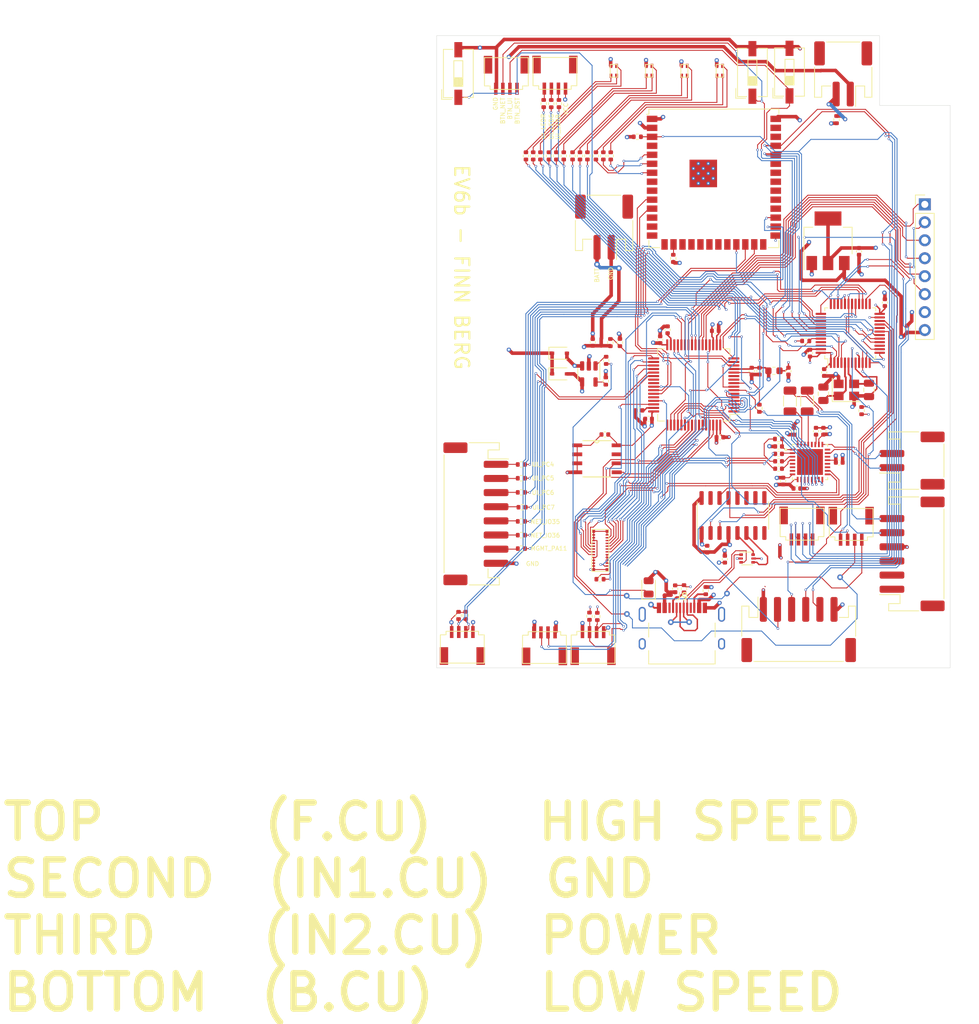
<source format=kicad_pcb>
(kicad_pcb (version 20221018) (generator pcbnew)
  (title_block (title "EV6b") (date "2023-04-29"))
  (layers (0 "F.Cu" signal) (1 "In1.Cu" power) (2 "In2.Cu" power) (31 "B.Cu" signal) (34 "B.Paste" user) (35 "F.Paste" user) (36 "B.SilkS" user "B.Silkscreen") (37 "F.SilkS" user "F.Silkscreen") (38 "B.Mask" user) (39 "F.Mask" user) (44 "Edge.Cuts" user))
  (net 0 "")
  (net 1 "+3.3VA")
  (net 2 "+3.3V")
  (net 3 "VBUS")
  (net 4 "GND")
  (net 5 "+BATT")
  (net 6 "/RCC_OSC_IN")
  (net 7 "/VIN")
  (net 8 "/UI_SDA")
  (net 9 "Net-(U6-LINPUT3)")
  (net 10 "/UI_SCL")
  (net 11 "Net-(U6-LINPUT2)")
  (net 12 "Net-(U1-VCAP_1)")
  (net 13 "/USB_D+")
  (net 14 "/USB_D-")
  (net 15 "Net-(U1-VCAP_2)")
  (net 16 "Net-(U6-LINPUT1)")
  (net 17 "Net-(U6-MICBIAS)")
  (net 18 "Net-(U6-HP_R)")
  (net 19 "/MCLK")
  (net 20 "/RCC_OSC_OUT")
  (net 21 "/NET_SDA")
  (net 22 "/NET_SCL")
  (net 23 "/MGMT_BOOT")
  (net 24 "/MGMT_NRST")
  (net 25 "/IN_3")
  (net 26 "Net-(U6-HP_L)")
  (net 27 "/NET_RST")
  (net 28 "/UI_RST")
  (net 29 "/MIC_P")
  (net 30 "/LEDA_R")
  (net 31 "Net-(U6-AMID)")
  (net 32 "/DISP_BL")
  (net 33 "/DISP_RSTR")
  (net 34 "/LEDA_G")
  (net 36 "Net-(D10-K)")
  (net 37 "/BATTERY_MON")
  (net 38 "Net-(D3-RK)")
  (net 39 "/LEDA_B")
  (net 40 "Net-(D3-BK)")
  (net 41 "/KB_COL3")
  (net 42 "/KB_COL4")
  (net 43 "Net-(D3-GK)")
  (net 44 "Net-(D4-RK)")
  (net 45 "/DISP_DC")
  (net 46 "/DISP_CS")
  (net 47 "/DISP_SPI_SCK")
  (net 48 "/DISP_SPI_MOSI")
  (net 49 "/UI_TX3")
  (net 50 "/UI_RX3")
  (net 51 "/NET_TX0_MGMT")
  (net 52 "Net-(D4-BK)")
  (net 53 "/KB_MIC")
  (net 54 "/NET_RX0_MGMT")
  (net 55 "Net-(D4-GK)")
  (net 56 "/KB_ROW5")
  (net 57 "/KB_ROW1")
  (net 58 "/KB_ROW2")
  (net 59 "/KB_ROW3")
  (net 60 "/MIC_N")
  (net 61 "Net-(D5-RK)")
  (net 62 "/KB_ROW4")
  (net 63 "Net-(D5-BK)")
  (net 64 "/KB_ROW6")
  (net 65 "/KB_ROW7")
  (net 66 "/UD-")
  (net 67 "/UD+")
  (net 68 "/LEDB_R")
  (net 69 "/LEDB_G")
  (net 70 "Net-(D5-GK)")
  (net 71 "Net-(D11-K)")
  (net 72 "Net-(D18-RK)")
  (net 73 "Net-(D18-BK)")
  (net 74 "Net-(D18-GK)")
  (net 75 "Net-(J9-CC1)")
  (net 77 "Net-(J9-CC2)")
  (net 80 "Net-(J10-Pin_1)")
  (net 81 "Net-(J10-Pin_2)")
  (net 82 "/LEDB_B")
  (net 83 "Net-(J10-Pin_3)")
  (net 84 "Net-(J10-Pin_4)")
  (net 85 "Net-(J10-Pin_5)")
  (net 86 "Net-(J10-Pin_6)")
  (net 87 "Net-(J10-Pin_7)")
  (net 88 "Net-(J14-Pin_2)")
  (net 89 "Net-(J14-Pin_3)")
  (net 90 "/SPK_LN")
  (net 91 "/SPK_LP")
  (net 92 "/HP_R")
  (net 93 "/HP_L")
  (net 94 "Net-(J14-Pin_4)")
  (net 95 "/KB_COL5")
  (net 96 "/KB_COL2")
  (net 97 "Net-(J15-Pin_2)")
  (net 98 "Net-(U11-IO46)")
  (net 99 "/BTN_RST")
  (net 100 "/BTN_UI")
  (net 101 "/BTN_NET")
  (net 102 "/KB_COL1")
  (net 103 "Net-(U12-STAT)")
  (net 104 "Net-(U12-PROG)")
  (net 105 "Net-(U1-PA12)")
  (net 108 "/UI_STAT")
  (net 111 "/UI_BOOT")
  (net 112 "/NET_LED_B")
  (net 113 "/NET_LED_G")
  (net 120 "/USB_DTR")
  (net 121 "/USB_RTS")
  (net 123 "/NET_LED_R")
  (net 132 "/UI_DBG1")
  (net 134 "/UI_LED_B")
  (net 137 "/NET_STAT")
  (net 139 "/UI_LED_G")
  (net 143 "/NET_BOOT")
  (net 144 "/UI_LED_R")
  (net 146 "/UI_DBG2")
  (net 147 "/UI_DBG3")
  (net 148 "/UI_DBG4")
  (net 149 "/MGMT_DBG7")
  (net 150 "/NET_DBG5")
  (net 151 "/NET_DBG6")
  (net 152 "/UI_TX2_MGMT")
  (net 153 "/MGMT_SWDIO")
  (net 154 "/MGMT_SWCLK")
  (net 155 "/UI_RX2_MGMT")
  (net 156 "/I2S_DACLRC")
  (net 157 "/UI_SWDIO")
  (net 158 "/UI_SWDCLK")
  (net 159 "/UI_TX1_NET")
  (net 162 "/UI_RX1_NET")
  (net 163 "/I2S_BCLK")
  (net 164 "/I2S_ADCDAT")
  (net 168 "/I2S_DACDAT")
  (net 169 "/USB_TX1_MGMT")
  (net 170 "/USB_RX1_MGMT")
  (net 195 "/KB_LED")
  (footprint "MountingHole:MountingHole_3.2mm_M3" (layer "F.Cu") (at 117.5875 107.925)
    (fp_text reference "REF**" hide)
    (fp_text value "MountingHole_3.2mm_M3" hide)
  )
  (footprint "Resistor_SMD:R_0402_1005Metric" (layer "F.Cu") (at 126.0875 122.725)
    (fp_text reference "R28" hide)
    (fp_text value "330r" hide)
  )
  (footprint "Capacitor_SMD:C_0402_1005Metric" (layer "F.Cu") (at 143.9875 110.225 180)
    (fp_text reference "C13" hide)
    (fp_text value "100n" hide)
  )
  (footprint "ESP32-S3-WROOM-1-N8R2:New_ESP32_M24C02-RMN6TP" (layer "F.Cu") (at 136.6875 115.875)
    (fp_text reference "CR1" hide)
    (fp_text value "M24C02-RDW6TP" hide)
  )
  (footprint "Capacitor_SMD:C_0402_1005Metric" (layer "F.Cu") (at 142.6375 109.025)
    (fp_text reference "C22" hide)
    (fp_text value "2u2" hide)
  )
  (footprint "Diode_SMD:D_SOD-323" (layer "F.Cu") (at 131.3875 100.935)
    (fp_text reference "D2" hide)
    (fp_text value "1N5819WS" hide)
  )
  (footprint "MountingHole:MountingHole_3.2mm_M3" (layer "F.Cu") (at 117.5875 69.625)
    (fp_text reference "REF**" hide)
    (fp_text value "MountingHole_3.2mm_M3" hide)
  )
  (footprint "Package_QFP:LQFP-48_7x7mm_P0.5mm" (layer "F.Cu") (at 172.5375 98.125 90)
    (fp_text reference "U5" hide)
    (fp_text value "STM32F091CCT6" hide)
  )
  (footprint "Capacitor_SMD:C_0402_1005Metric" (layer "F.Cu") (at 137.8075 112.435 180)
    (fp_text reference "C33" hide)
    (fp_text value "100n" hide)
  )
  (footprint "Capacitor_SMD:C_0402_1005Metric" (layer "F.Cu") (at 145.6375 99.025 90)
    (fp_text reference "C14" hide)
    (fp_text value "100n" hide)
  )
  (footprint "Capacitor_SMD:C_0805_2012Metric" (layer "F.Cu") (at 168.7375 106.675 -90)
    (fp_text reference "C4" hide)
    (fp_text value "33p" hide)
  )
  (footprint "Capacitor_SMD:C_0402_1005Metric" (layer "F.Cu") (at 168.7375 111.975 90)
    (fp_text reference "C3" hide)
    (fp_text value "4u7" hide)
  )
  (footprint "Resistor_SMD:R_0402_1005Metric" (layer "F.Cu") (at 149.007915 134.258605 -90)
    (fp_text reference "R3" hide)
    (fp_text value "5k1" hide)
  )
  (footprint "Capacitor_SMD:C_0402_1005Metric" (layer "F.Cu") (at 173.7775 86.535 -90)
    (fp_text reference "C2" hide)
    (fp_text value "15u" hide)
  )
  (footprint "Capacitor_SMD:C_0402_1005Metric" (layer "F.Cu") (at 136.0875 99.405 90)
    (fp_text reference "C19" hide)
    (fp_text value "4u7" hide)
  )
  (footprint "Resistor_SMD:R_0402_1005Metric" (layer "F.Cu") (at 138.5875 99.435 -90)
    (fp_text reference "R38" hide)
    (fp_text value "10k" hide)
  )
  (footprint "Connector_JST:JST_PH_S6B-PH-SM4-TB_1x06-1MP_P2.00mm_Horizontal" (layer "F.Cu") (at 181.2875 129.325 90)
    (fp_text reference "J8" hide)
    (fp_text value "Conn_01x06_Female" hide)
  )
  (footprint "BM14B(0.B)-24DS-0:BM14B(0.B)-24DS-0.4V(53)" (layer "F.Cu") (at 138.1075 131.035 90)
    (fp_text reference "U13" hide)
    (fp_text value "BM14B(0.8)-24DS-0.4V(53)" hide)
  )
  (footprint "Package_QFP:LQFP-64_10x10mm_P0.5mm" (layer "F.Cu") (at 150.3875 105.425 180)
    (fp_text reference "U1" hide)
    (fp_text value "STM32F446RET6" hide)
  )
  (footprint "Resistor_SMD:R_0402_1005Metric" (layer "F.Cu") (at 159.6775 108.725 90)
    (fp_text reference "R5" hide)
    (fp_text value "15k" hide)
  )
  (footprint "Capacitor_SMD:C_0402_1005Metric" (layer "F.Cu") (at 163.0375 119.025 90)
    (fp_text reference "C16" hide)
    (fp_text value "100n" hide)
  )
  (footprint "1x4 pin download:1x4pin 1mm connector" (layer "F.Cu") (at 126.4675 60.125 180)
    (fp_text reference "J13" hide)
    (fp_text value "Conn_01x04_Female" hide)
  )
  (footprint "Inductor_SMD:L_0603_1608Metric" (layer "F.Cu") (at 161.7375 103.425)
    (fp_text reference "120R1" hide)
    (fp_text value "FerriteBead" hide)
  )
  (footprint "Resistor_SMD:R_0402_1005Metric" (layer "F.Cu") (at 137.5875 73.025 90)
    (fp_text reference "R17" hide)
    (fp_text value "150r" hide)
  )
  (footprint "Resistor_SMD:R_0402_1005Metric" (layer "F.Cu") (at 128.6875 73.025 -90)
    (fp_text reference "R13" hide)
    (fp_text value "180r" hide)
  )
  (footprint "Capacitor_SMD:C_0402_1005Metric" (layer "F.Cu") (at 180.5875 97.525 90)
    (fp_text reference "C20" hide)
    (fp_text value "100n" hide)
  )
  (footprint "Resistor_SMD:R_0402_1005Metric" (layer "F.Cu") (at 125.9875 124.725)
    (fp_text reference "R30" hide)
    (fp_text value "330r" hide)
  )
  (footprint "Resistor_SMD:R_0402_1005Metric" (layer "F.Cu") (at 142.3975 70.325 180)
    (fp_text reference "R4" hide)
    (fp_text value "15k" hide)
  )
  (footprint "MountingHole:MountingHole_2.1mm" (layer "F.Cu") (at 176.9375 140.345)
    (fp_text reference "REF**" hide)
    (fp_text value "MountingHole_2.1mm" hide)
  )
  (footprint "Resistor_SMD:R_0402_1005Metric" (layer "F.Cu") (at 139.9375 99.425 -90)
    (fp_text reference "R39" hide)
    (fp_text value "6.8k" hide)
  )
  (footprint "Resistor_SMD:R_0402_1005Metric" (layer "F.Cu") (at 118.1075 138.025 -90)
    (fp_text reference "R21" hide)
    (fp_text value "1k5" hide)
  )
  (footprint "Capacitor_SMD:C_0402_1005Metric" (layer "F.Cu") (at 154.7875 130.075 90)
    (fp_text reference "C5" hide)
    (fp_text value "10U" hide)
  )
  (footprint "Connector_PinHeader_2.54mm:PinHeader_1x08_P2.54mm_Vertical" (layer "F.Cu") (at 183.0875 79.885)
    (fp_text reference "J4" hide)
    (fp_text value "Conn_01x08_Male" hide)
  )
  (footprint "Capacitor_SMD:C_0402_1005Metric" (layer "F.Cu") (at 158.5875 103.475 -90)
    (fp_text reference "C8" hide)
    (fp_text value "10n" hide)
  )
  (footprint "Resistor_SMD:R_0402_1005Metric" (layer "F.Cu") (at 133.2375 73.025 -90)
    (fp_text reference "R12" hide)
    (fp_text value "150r" hide)
  )
  (footprint "Resistor_SMD:R_0402_1005Metric" (layer "F.Cu") (at 134.2875 73.025 -90)
    (fp_text reference "R11" hide)
    (fp_text value "150r" hide)
  )
  (footprint "Capacitor_SMD:C_0402_1005Metric" (layer "F.Cu") (at 146.6875 97.625 -90)
    (fp_text reference "C21" hide)
    (fp_text value "2u2" hide)
  )
  (footprint "Resistor_SMD:R_0402_1005Metric" (layer "F.Cu") (at 135.3375 73.025 -90)
    (fp_text reference "R6" hide)
    (fp_text value "180r" hide)
  )
  (footprint "1x4 pin download:1x4pin 1mm connector" (layer "F.Cu") (at 133.3375 60.105 180)
    (fp_text reference "J14" hide)
    (fp_text value "Conn_01x04_Female" hide)
  )
  (footprint "Resistor_SMD:R_0402_1005Metric" (layer "F.Cu") (at 138.6375 73.025 90)
    (fp_text reference "R16" hide)
    (fp_text value "180r" hide)
  )
  (footprint "Connector_JST:JST_PH_S2B-PH-SM4-TB_1x02-1MP_P2.00mm_Horizontal" (layer "F.Cu") (at 181.2875 116.125 90)
    (fp_text reference "J2" hide)
    (fp_text value "Conn_01x02_Female" hide)
  )
  (footprint "Resistor_SMD:R_0402_1005Metric" (layer "F.Cu") (at 129.1475 65.625 -90)
    (fp_text reference "R35" hide)
    (fp_text value "150r" hide)
  )
  (footprint "Capacitor_SMD:C_1206_3216Metric" (layer "F.Cu") (at 166.4375 107.705 90)
    (fp_text reference "C29" hide)
    (fp_text value "100u" hide)
  )
  (footprint "Capacitor_SMD:C_0402_1005Metric" (layer "F.Cu") (at 162.3875 117.275)
    (fp_text reference "C27" hide)
    (fp_text value "1u" hide)
  )
  (footprint "Capacitor_SMD:C_0402_1005Metric" (layer "F.Cu") (at 163.7875 103.475 -90)
    (fp_text reference "C10" hide)
    (fp_text value "1u" hide)
  )
  (footprint "Resistor_SMD:R_0402_1005Metric" (layer "F.Cu") (at 130.9375 73.025 90)
    (fp_text reference "R24" hide)
    (fp_text value "150r" hide)
  )
  (footprint "Resistor_SMD:R_0402_1005Metric" (layer "F.Cu") (at 166.2375 99.205)
    (fp_text reference "R19" hide)
    (fp_text value "4k7" hide)
  )
  (footprint "MountingHole:MountingHole_3.2mm_M3" (layer "F.Cu") (at 183.0875 107.925)
    (fp_text reference "REF**" hide)
    (fp_text value "MountingHole_3.2mm_M3" hide)
  )
  (footprint "Resistor_SMD:R_0402_1005Metric" (layer "F.Cu") (at 174.1375 109.065 90)
    (fp_text reference "R1" hide)
    (fp_text value "4k7" hide)
  )
  (footprint "Capacitor_SMD:C_0402_1005Metric" (layer "F.Cu") (at 154.0875 112.825 180)
    (fp_text reference "C12" hide)
    (fp_text value "100n" hide)
  )
  (footprint "1x4 pin download:1x4pin 1mm connector" (layer "F.Cu") (at 175.2675 123.915 180)
    (fp_text reference "J12" hide)
    (fp_text value "Conn_01x04_Female" hide)
  )
  (footprint "Resistor_SMD:R_0402_1005Metric" (layer "F.Cu") (at 137.9375 104.875 -90)
    (fp_text reference "R37" hide)
    (fp_text value "2k" hide)
  )
  (footprint "Resistor_SMD:R_0402_1005Metric" (layer "F.Cu") (at 136.5375 73.025 90)
    (fp_text reference "R18" hide)
    (fp_text value "150r" hide)
  )
  (footprint "Resistor_SMD:R_0402_1005Metric" (layer "F.Cu") (at 152.0875 134.525 -90)
    (fp_text reference "R2" hide)
    (fp_text value "5k1" hide)
  )
  (footprint "Capacitor_SMD:C_0402_1005Metric" (layer "F.Cu") (at 177.4375 93.775 90)
    (fp_text reference "C25" hide)
    (fp_text value "100n" hide)
  )
  (footprint "Capacitor_SMD:C_0402_1005Metric" (layer "F.Cu") (at 147.757915 134.258605 90)
    (fp_text reference "C1" hide)
    (fp_text value "4u7" hide)
  )
  (footprint "Resistor_SMD:R_0402_1005Metric" (layer "F.Cu") (at 147.4875 87.525 90)
    (fp_text reference "R32" hide)
    (fp_text value "4k7" hide)
  )
  (footprint "Diode_SMD:D_SOD-323" (layer "F.Cu") (at 131.3875 103.865)
    (fp_text reference "D10" hide)
    (fp_text value "1N5819WS" hide)
  )
  (footprint "Resistor_SMD:R_0402_1005Metric" (layer "F.Cu") (at 135.6275 138.135 -90)
    (fp_text reference "R8" hide)
    (fp_text value "1k5" hide)
  )
  (footprint "LED_SMD:LED_0805_2012Metric" (layer "F.Cu") (at 143.9975 134.065 90)
    (fp_text reference "D11" hide)
    (fp_text value "LED" hide)
  )
  (footprint "Connector_JST:JST_PH_S2B-PH-SM4-TB_1x02-1MP_P2.00mm_Horizontal" (layer "F.Cu") (at 171.5375 61.425 180)
    (fp_text reference "J15" hide)
    (fp_text value "Conn_01x02_Female" hide)
  )
  (footprint "Capacitor_SMD:C_0402_1005Metric" (layer "F.Cu") (at 164.9875 120.075)
    (fp_text reference "C15" hide)
    (fp_text value "100n" hide)
  )
  (footprint "Button_Switch_SMD:SW_DIP_SPSTx01_Slide_6.7x4.1mm_W6.73mm_P2.54mm_LowProfile_JPin" (layer "F.Cu") (at 158.6875 61.225 90)
    (fp_text reference "SW3" hide)
    (fp_text value "SW_Push" hide)
  )
  (footprint "Resistor_SMD:R_0402_1005Metric" (layer "F.Cu") (at 126.6375 73.025 -90)
    (fp_text reference "R15" hide)
    (fp_text value "150r" hide)
  )
  (footprint "ESP32-S3-WROOM-1-N8R2:QFN50P500X500X90-33N" (layer "F.Cu") (at 166.84 116.325)
    (fp_text reference "U6" hide)
    (fp_text value "WM8960CGEFL/RV" hide)
  )
  (footprint "Capacitor_SMD:C_0805_2012Metric" (layer "F.Cu") (at 175.1875 106.125 90)
    (fp_text reference "C23" hide)
    (fp_text value "33p" hide)
  )
  (footprint "Resistor_SMD:R_0402_1005Metric" (layer "F.Cu") (at 162.3875 113.075 180)
    (fp_text reference "R9" hide)
    (fp_text value "2K2" hide)
  )
  (footprint "Resistor_SMD:R_0402_1005Metric" (layer "F.Cu") (at 127.6625 73.025 -90)
    (fp_text reference "R14" hide)
    (fp_text value "150r" hide)
  )
  (footprint "Capacitor_SMD:C_1206_3216Metric" (layer "F.Cu") (at 164.0075 107.705 90)
    (fp_text reference "C30" hide)
    (fp_text value "100u" hide)
  )
  (footprint "Resistor_SMD:R_0402_1005Metric" (layer "F.Cu") (at 125.9875 116.675)
    (fp_text reference "R22" hide)
    (fp_text value "330r" hide)
  )
  (footprint "1x6 pin download:LED RGB" (layer "F.Cu") (at 154.4625 61.695 90)
    (fp_text reference "D4" hide)
    (fp_text value "ASMB-MTB1-0A3A2" hide)
  )
  (footprint "Resistor_SMD:R_0402_1005Metric" (layer "F.Cu") (at 137.9875 101.945 -90)
    (fp_text reference "R36" hide)
    (fp_text value "1k" hide)
  )
  (footprint "Resistor_SMD:R_0402_1005Metric" (layer "F.Cu") (at 130.2175 65.635 -90)
    (fp_text reference "R34" hide)
    (fp_text value "150r" hide)
  )
  (footprint "Button_Switch_SMD:SW_DIP_SPSTx01_Slide_6.7x4.1mm_W6.73mm_P2.54mm_LowProfile_JPin" (layer "F.Cu") (at 117.0675 61.375 90)
    (fp_text reference "SW1" hide)
    (fp_text value "SW_Push" hide)
  )
  (footprint "Package_SO:SOIC-16_3.9x9.9mm_P1.27mm" (layer "F.Cu") (at 155.9375 123.895 90)
    (fp_text reference "U3" hide)
    (fp_text value "CH340C" hide)
  )
  (footprint "Resistor_SMD:R_0402_1005Metric" (layer "F.Cu") (at 131.9875 73.025 90)
    (fp_text reference "R23" hide)
    (fp_text value "180r" hide)
  )
  (footprint "1x4 pin download:1x4pin 1mm connector" (layer "F.Cu") (at 133.5375 143.795)
    (fp_text reference "J7" hide)
    (fp_text value "Conn_01x04_Female" hide)
  )
  (footprint "Resistor_SMD:R_0402_1005Metric" (layer "F.Cu") (at 137.1175 132.905 180)
    (fp_text reference "R41" hide)
    (fp_text value "1r0" hide)
  )
  (footprint "Button_Switch_SMD:SW_DIP_SPSTx01_Slide_6.7x4.1mm_W6.73mm_P2.54mm_LowProfile_JPin" (layer "F.Cu") (at 163.9375 61.175 90)
    (fp_text reference "SW2" hide)
    (fp_text value "SW_Push" hide)
  )
  (footprint "Resistor_SMD:R_0402_1005Metric" (layer "F.Cu") (at 125.9875 120.625)
    (fp_text reference "R27" hide)
    (fp_text value "330r" hide)
  )
  (footprint "Capacitor_SMD:C_0402_1005Metric" (layer "F.Cu") (at 162.3875 116.225)
    (fp_text reference "C18" hide)
    (fp_text value "1u" hide)
  )
  (footprint "Capacitor_SMD:C_0402_1005Metric" (layer "F.Cu") (at 170.9775 116.405)
    (fp_text reference "C6" hide)
    (fp_text value "4u7" hide)
  )
  (footprint "1x4 pin download:1x4pin 1mm connector" (layer "F.Cu") (at 126.6575 143.825)
    (fp_text reference "J5" hide)
    (fp_text value "Conn_01x04_Female" hide)
  )
  (footprint "Package_TO_SOT_SMD:SOT-223-3_TabPin2" (layer "F.Cu") (at 169.3875 85.035 90)
    (fp_text reference "U2" hide)
    (fp_text value "AMS1117-3.3" hide)
  )
  (footprint "1x6 pin download:LED RGB" (layer "F.Cu") (at 139.4625 61.695 90)
    (fp_text reference "D3" hide)
    (fp_text value "ASMB-MTB1-0A3A2" hide)
  )
  (footprint "RF_Module:ESP32-S3-WROOM-1U" (layer "F.Cu") (at 153.2375 76.2)
    (fp_text reference "U11" hide)
    (fp_text value "ESP32-S3-WROOM-1-N8R2" hide)
  )
  (footprint "Capacitor_SMD:C_0402_1005Metric" (layer "F.Cu") (at 162.3875 115.175)
    (fp_text reference "C17" hide)
    (fp_text value "1u" hide)
  )
  (footprint "Capacitor_SMD:C_0402_1005Metric" (layer "F.Cu") (at 164.5375 111.975 -90)
    (fp_text reference "C7" hide)
    (fp_text value "100n" hide)
  )
  (footprint "Connector_JST:JST_PH_S6B-PH-SM4-TB_1x06-1MP_P2.00mm_Horizontal" (layer "F.Cu") (at 165.2375 140.025)
    (fp_text reference "J11" hide)
    (fp_text value "Conn_01x06_Female" hide)
  )
  (footprint "Capacitor_SMD:C_0402_1005Metric" (layer "F.Cu") (at 152.2975 128.655 90)
    (fp_text reference "C32" hide)
    (fp_text value "100n" hide)
  )
  (footprint "Connector_JST:JST_PH_S8B-PH-SM4-TB_1x08-1MP_P2.00mm_Horizontal" (layer "F.Cu") (at 119.5575 123.655 -90)
    (fp_text reference "J10" hide)
    (fp_text value "Conn_01x08_Female" hide)
  )
  (footprint "Capacitor_SMD:C_0402_1005Metric" (layer "F.Cu") (at 167.6875 111.975 -90)
    (fp_text reference "C31" hide)
    (fp_text value "4u7" hide)
  )
  (footprint "1x4 pin download:1x4pin 1mm connector" (layer "F.Cu") (at 168.3075 123.885 180)
    (fp_text reference "J6" hide)
    (fp_text value "Conn_01x04_Female" hide)
  )
  (footprint "MountingHole:MountingHole_3.2mm_M3" (layer "F.Cu") (at 183.0875 69.625)
    (fp_text reference "REF**" hide)
    (fp_text value "MountingHole_3.2mm_M3" hide)
  )
  (footprint "Capacitor_SMD:C_0402_1005Metric" (layer "F.Cu") (at 159.6875 103.475 -90)
    (fp_text reference "C9" hide)
    (fp_text value "1u" hide)
  )
  (footprint "Capacitor_SMD:C_0402_1005Metric" (layer "F.Cu") (at 168.8475 103.665 -90)
    (fp_text reference "C24" hide)
    (fp_text value "100n" hide)
  )
  (footprint "Connector_JST:JST_PH_S2B-PH-SM4-TB_1x02-1MP_P2.00mm_Horizontal" (layer "F.Cu") (at 137.6975 83.105 180)
    (fp_text reference "J1" hide)
    (fp_text value "Conn_01x02_Female" hide)
  )
  (footprint "MountingHole:MountingHole_2.1mm" (layer "F.Cu") (at 123.6375 140.345)
    (fp_text reference "REF**" hide)
    (fp_text value "MountingHole_2.1mm" hide)
  )
  (footprint "PartLibrary:USB_C_Receptacle_HRO_TYPE-C-31-M-13" (layer "F.Cu") (at 148.71 141)
    (fp_text reference "J9")
    (fp_text value "USB_C_Receptacle")
  )
  (footprint "1x6 pin download:LED RGB" (layer "F.Cu") (at 144.4625 61.695 90)
    (fp_text reference "D5" hide)
    (fp_text value "ASMB-MTB1-0A3A2" hide)
  )
  (footprint "Resistor_SMD:R_0402_1005Metric" (layer "F.Cu") (at 125.9875 128.575)
    (fp_text reference "R29" hide)
    (fp_text value "330r" hide)
  )
  (footprint "Resistor_SMD:R_0402_1005Metric" (layer "F.Cu") (at 125.9875 118.625)
    (fp_text reference "R26" hide)
    (fp_text value "330r" hide)
  )
  (footprint "Capacitor_SMD:C_0402_1005Metric" (layer "F.Cu") (at 153.4375 97.775)
    (fp_text reference "C11" hide)
    (fp_text value "100n" hide)
  )
  (footprint "1x6 pin download:LED RGB" (layer "F.Cu") (at 149.4625 61.695 90)
    (fp_text reference "D18" hide)
    (fp_text value "ASMB-MTB1-0A3A2" hide)
  )
  (footprint "Package_TO_SOT_SMD:SOT-666" (layer "F.Cu") (at 157.9375 129.975)
    (fp_text reference "U4" hide)
    (fp_text value "USBLC6-2P6" hide)
  )
  (footprint "Resistor_SMD:R_0402_1005Metric" (layer "F.Cu") (at 131.3075 65.625 -90)
    (fp_text reference "R33" hide)
    (fp_text value "180r" hide)
  )
  (footprint "Resistor_SMD:R_0402_1005Metric" (layer "F.Cu") (at 170.5975 67.895 -90)
    (fp_text reference "R40" hide)
    (fp_text value "1r0" hide)
  )
  (footprint "Resistor_SMD:R_0402_1005Metric" (layer "F.Cu") (at 125.9875 126.675)
    (fp_text reference "R31" hide)
    (fp_text value "330r" hide)
  )
  (footprint "1x4 pin download:1x4pin 1mm connector" (layer "F.Cu") (at 115.0275 143.775)
    (fp_text reference "J3" hide)
    (fp_text value "Conn_01x04_Female" hide)
  )
  (footprint "Resistor_SMD:R_0402_1005Metric" (layer "F.Cu") (at 117.0975 138.035 -90)
    (fp_text reference "R20" hide)
    (fp_text value "1k5" hide)
  )
  (footprint "Package_TO_SOT_SMD:SOT-23-5" (layer "F.Cu") (at 135.5375 103.875 -90)
    (fp_text reference "U12" hide)
    (fp_text value "MCP73832-2-OT" hide)
  )
  (footprint "Capacitor_SMD:C_0402_1005Metric" (layer "F.Cu") (at 162.3875 114.125 180)
    (fp_text reference "C28" hide)
    (fp_text value "4u7" hide)
  )
  (footprint "Resistor_SMD:R_0402_1005Metric" (layer "F.Cu") (at 136.7375 138.175 -90)
    (fp_text reference "R7" hide)
    (fp_text value "1k5" hide)
  )
  (footprint "Capacitor_SMD:C_0402_1005Metric" (layer "F.Cu") (at 166.8375 100.925 90)
    (fp_text reference "C26" hide)
    (fp_text value "100n" hide)
  )
  (footprint "Resistor_SMD:R_0402_1005Metric" (layer "F.Cu") (at 129.8875 73.025 90)
    (fp_text reference "R25" hide)
    (fp_text value "150r" hide)
  )
  (footprint "Crystal:Crystal_SMD_3225-4Pin_3.2x2.5mm" (layer "F.Cu") (at 171.9875 106.125)
    (fp_text reference "Y1" hide)
    (fp_text value "Crystal_GND24" hide)
  )
  (gr_poly (pts (xy 176.6875 65.885) (xy 186.6875 65.885) (xy 186.6875 145.435) (xy 113.9875 145.435) (xy 113.9875 56.025) (xy 176.6875 56.025)) (stroke (width 0.05)) (fill none) (layer "Edge.Cuts"))
  (gr_text "BTN_RST" (at 125.42 66.65 90) (layer "F.SilkS") (effects (font (size 0.6 0.6) (thickness 0.1))))
  (gr_text "EV6b - FINN BERG" (at 117.5375 88.775 270) (layer "F.SilkS") (effects (font (size 2 2) (thickness 0.3))))
  (gr_text "UI_PC4\n" (at 129.05 116.67) (layer "F.SilkS") (effects (font (size 0.6 0.6) (thickness 0.1))))
  (gr_text "UI_LEDR" (at 129.11 68.88 90) (layer "F.SilkS") (effects (font (size 0.6 0.6) (thickness 0.1))))
  (gr_text "UI_LEDG" (at 130.24 68.9 90) (layer "F.SilkS") (effects (font (size 0.6 0.6) (thickness 0.1))))
  (gr_text "UI_PC7\n" (at 129.13 122.75) (layer "F.SilkS") (effects (font (size 0.6 0.6) (thickness 0.1))))
  (gr_text "NET_IO35" (at 129.38 124.78) (layer "F.SilkS") (effects (font (size 0.6 0.6) (thickness 0.1))))
  (gr_text "UI_PC6\n" (at 129.05 120.66) (layer "F.SilkS") (effects (font (size 0.6 0.6) (thickness 0.1))))
  (gr_text "BATT" (at 136.69 89.92 90) (layer "F.SilkS") (effects (font (size 0.6 0.6) (thickness 0.1))))
  (gr_text "UI_LEDB" (at 131.19 68.92 90) (layer "F.SilkS") (effects (font (size 0.6 0.6) (thickness 0.1))))
  (gr_text "GND" (at 138.65 89.67 90) (layer "F.SilkS") (effects (font (size 0.6 0.6) (thickness 0.1))))
  (gr_text "NET_IO36" (at 129.38 126.71) (layer "F.SilkS") (effects (font (size 0.6 0.6) (thickness 0.1))))
  (gr_text "TOP      (F.CU)    HIGH SPEED\nSECOND  (IN1.CU)  GND\nTHIRD    (IN2.CU)  POWER\nBOTTOM  (B.CU)    LOW SPEED" (at 52.2 179.3) (layer "F.SilkS") (effects (font (size 5 5) (thickness 0.9)) (justify left)))
  (gr_text "BTN_UI" (at 124.37 66.34 90) (layer "F.SilkS") (effects (font (size 0.6 0.6) (thickness 0.1))))
  (gr_text "BTN_NET" (at 123.36 66.63 90) (layer "F.SilkS") (effects (font (size 0.6 0.6) (thickness 0.1))))
  (gr_text "UI_PC5\n\n" (at 129.05 119.1) (layer "F.SilkS") (effects (font (size 0.6 0.6) (thickness 0.1))))
  (gr_text "MGMT_PA11" (at 129.89 128.55) (layer "F.SilkS") (effects (font (size 0.6 0.6) (thickness 0.1))))
  (gr_text "VCC" (at 132.29 66.39 90) (layer "F.SilkS") (effects (font (size 0.6 0.6) (thickness 0.1))))
  (gr_text "GND\n" (at 127.57 130.72) (layer "F.SilkS") (effects (font (size 0.6 0.6) (thickness 0.1))))
  (gr_text "GND" (at 122.33 65.65 90) (layer "F.SilkS") (effects (font (size 0.6 0.6) (thickness 0.1))))
  (segment (start 168.7375 112.405) (end 168.09 113.0525) (width 0.127) (layer "F.Cu") (net 1))
  (segment (start 163.8175 112.455) (end 164.5375 112.455) (width 0.5) (layer "F.Cu") (net 1))
  (segment (start 160.9875 103.4625) (end 160.95 103.425) (width 0.5) (layer "F.Cu") (net 1))
  (segment (start 159.6875 102.995) (end 160.52 102.995) (width 0.2) (layer "F.Cu") (net 1))
  (segment (start 169.6075 112.405) (end 169.6375 112.375) (width 0.5) (layer "F.Cu") (net 1))
  (segment (start 163.6075 112.245) (end 163.6125 112.25) (width 0.5) (layer "F.Cu") (net 1))
  (segment (start 156.0625 103.175) (end 158.4075 103.175) (width 0.2) (layer "F.Cu") (net 1))
  (segment (start 158.5875 102.995) (end 159.6875 102.995) (width 0.2) (layer "F.Cu") (net 1))
  (segment (start 169.315 116.075) (end 170.4575 116.075) (width 0.127) (layer "F.Cu") (net 1))
  (segment (start 170.4575 116.075) (end 170.5075 116.125) (width 0.127) (layer "F.Cu") (net 1))
  (segment (start 160.9875 104.625) (end 160.9875 103.4625) (width 0.5) (layer "F.Cu") (net 1))
  (segment (start 160.52 102.995) (end 160.95 103.425) (width 0.2) (layer "F.Cu") (net 1))
  (segment (start 168.09 113.0525) (end 168.09 113.85) (width 0.127) (layer "F.Cu") (net 1))
  (segment (start 165.09 113.85) (end 165.09 113.0075) (width 0.127) (layer "F.Cu") (net 1))
  (segment (start 165.09 113.0075) (end 164.5375 112.455) (width 0.127) (layer "F.Cu") (net 1))
  (segment (start 168.7375 112.405) (end 169.6075 112.405) (width 0.5) (layer "F.Cu") (net 1))
  (segment (start 170.4975 116.405) (end 170.5075 116.395) (width 0.5) (layer "F.Cu") (net 1))
  (segment (start 158.4075 103.175) (end 158.5875 102.995) (width 0.2) (layer "F.Cu") (net 1))
  (segment (start 163.6125 112.25) (end 163.8175 112.455) (width 0.5) (layer "F.Cu") (net 1))
  (segment (start 170.4875 115.435) (end 170.4875 116.395) (width 0.5) (layer "F.Cu") (net 1))
  (segment (start 170.5075 116.395) (end 170.5075 116.125) (width 0.5) (layer "F.Cu") (net 1))
  (segment (start 170.4875 116.395) (end 170.4975 116.405) (width 0.5) (layer "F.Cu") (net 1))
  (via (at 169.6375 112.375) (size 0.6) (drill 0.3) (layers "F.Cu" "B.Cu") (net 1))
  (via (at 163.6125 112.25) (size 0.6) (drill 0.3) (layers "F.Cu" "B.Cu") (net 1))
  (via (at 170.4875 115.435) (size 0.6) (drill 0.3) (layers "F.Cu" "B.Cu") (net 1))
  (via (at 160.9875 104.625) (size 0.6) (drill 0.3) (layers "F.Cu" "B.Cu") (net 1))
  (segment (start 163.895 118.545) (end 164.365 118.075) (width 0.127) (layer "F.Cu") (net 2))
  (segment (start 127.8375 138.935) (end 127.8375 140.345) (width 0.5) (layer "F.Cu") (net 2))
  (segment (start 155.4925 128.05) (end 155.417 127.9745) (width 0.5) (layer "F.Cu") (net 2))
  (segment (start 176.1175 86.055) (end 176.1375 86.075) (width 0.5) (layer "F.Cu") (net 2))
  (segment (start 168.375 100.875) (end 169.8375 100.875) (width 0.2) (layer "F.Cu") (net 2))
  (segment (start 168.9375 103.195) (end 168.9375 103.1375) (width 0.2) (layer "F.Cu") (net 2))
  (segment (start 155.417 127.9745) (end 154.385418 127.9745) (width 0.5) (layer "F.Cu") (net 2))
  (segment (start 135.727878 136.838556) (end 135.727878 137.524622) (width 0.127) (layer "F.Cu") (net 2))
  (segment (start 173.7775 86.055) (end 176.1175 86.055) (width 0.5) (layer "F.Cu") (net 2))
  (segment (start 174.1375 109.575) (end 175.0975 109.575) (width 0.127) (layer "F.Cu") (net 2))
  (segment (start 152.9575 96.955) (end 153.0375 96.875) (width 0.2) (layer "F.Cu") (net 2))
  (segment (start 145.6375 99.505) (end 144.6675 99.505) (width 0.5) (layer "F.Cu") (net 2))
  (segment (start 165.468038 120.075538) (end 165.4675 120.075) (width 0.5) (layer "F.Cu") (net 2))
  (segment (start 152.9575 97.775) (end 152.9575 98.595) (width 0.2) (layer "F.Cu") (net 2))
  (segment (start 139.4815 113.629) (end 138.2875 112.435) (width 0.127) (layer "F.Cu") (net 2))
  (segment (start 154.5675 112.825) (end 155.3375 112.825) (width 0.5) (layer "F.Cu") (net 2))
  (segment (start 177.4375 94.6375) (end 176.7 95.375) (width 0.2) (layer "F.Cu") (net 2))
  (segment (start 171.2675 86.055) (end 173.7775 86.055) (width 0.5) (layer "F.Cu") (net 2))
  (segment (start 168.9375 103.1375) (end 169.7875 102.2875) (width 0.2) (layer "F.Cu") (net 2))
  (segment (start 153.304918 129.055) (end 151.4275 129.055) (width 0.5) (layer "F.Cu") (net 2))
  (segment (start 166.446962 120.075538) (end 165.468038 120.075538) (width 0.5) (layer "F.Cu") (net 2))
  (segment (start 152.9575 97.775) (end 152.9575 96.955) (width 0.2) (layer "F.Cu") (net 2))
  (segment (start 116.1275 139.045) (end 116.1275 140.375) (width 0.127) (layer "F.Cu") (net 2))
  (segment (start 162.5775 128.065) (end 162.5775 129.7145) (width 0.5) (layer "F.Cu") (net 2))
  (segment (start 169.7875 101.125) (end 169.9375 100.975) (width 0.2) (layer "F.Cu") (net 2))
  (segment (start 138.6275 60.26) (end 138.6625 60.295) (width 0.5) (layer "F.Cu") (net 2))
  (segment (start 167.845 101.405) (end 168.375 100.875) (width 0.2) (layer "F.Cu") (net 2))
  (segment (start 166.8375 101.405) (end 167.845 101.405) (width 0.2) (layer "F.Cu") (net 2))
  (segment (start 152.9575 98.595) (end 153.1375 98.775) (width 0.2) (layer "F.Cu") (net 2))
  (segment (start 162.5775 129.7145) (end 162.7375 129.8745) (width 0.5) (layer "F.Cu") (net 2))
  (segment (start 165.59 119.9525) (end 165.4675 120.075) (width 0.127) (layer "F.Cu") (net 2))
  (segment (start 143.4725 69.06) (end 142.7875 68.375) (width 0.5) (layer "F.Cu") (net 2))
  (segment (start 150.4375 122.385) (end 151.3825 121.44) (width 0.5) (layer "F.Cu") (net 2))
  (segment (start 165.59 118.8) (end 165.59 119.9525) (width 0.127) (layer "F.Cu") (net 2))
  (segment (start 135.727878 137.524622) (end 135.6275 137.625) (width 0.127) (layer "F.Cu") (net 2))
  (segment (start 144.4375 111.230319) (end 144.4375 111.175) (width 0.127) (layer "F.Cu") (net 2))
  (segment (start 163.0375 118.545) (end 163.895 118.545) (width 0.127) (layer "F.Cu") (net 2))
  (segment (start 166.8375 102.275) (end 166.8375 101.405) (width 0.2) (layer "F.Cu") (net 2))
  (segment (start 144.4675 109.42) (end 144.7125 109.175) (width 0.2) (layer "F.Cu") (net 2))
  (segment (start 153.6375 59.505) (end 153.6375 60.27) (width 0.5) (layer "F.Cu") (net 2))
  (segment (start 155.3025 126.59) (end 155.3025 127.86) (width 0.5) (layer "F.Cu") (net 2))
  (segment (start 154.385418 127.9745) (end 153.304918 129.055) (width 0.5) (layer "F.Cu") (net 2))
  (segment (start 116.0875 139.005) (end 116.1275 139.045) (width 0.127) (layer "F.Cu") (net 2))
  (segment (start 169.8375 100.875) (end 169.9375 100.975) (width 0.2) (layer "F.Cu") (net 2))
  (segment (start 173.517413 101.104913) (end 173.7875 101.375) (width 0.2) (layer "F.Cu") (net 2))
  (segment (start 169.3875 88.185) (end 169.3875 87.935) (width 0.5) (layer "F.Cu") (net 2))
  (segment (start 154.1375 111.1) (end 154.1375 112.395) (width 0.2) (layer "F.Cu") (net 2))
  (segment (start 169.3875 81.885) (end 169.3875 88.185) (width 0.5) (layer "F.Cu") (net 2))
  (segment (start 155.5075 128.065) (end 155.4925 128.05) (width 0.5) (layer "F.Cu") (net 2))
  (segment (start 163.3575 103.425) (end 163.7875 102.995) (width 0.2) (layer "F.Cu") (net 2))
  (segment (start 116.0875 138.535) (end 116.0875 139.005) (width 0.127) (layer "F.Cu") (net 2))
  (segment (start 151.3825 121.44) (end 151.4925 121.44) (width 0.5) (layer "F.Cu") (net 2))
  (segment (start 136.7575 136.7995) (end 136.7575 137.645) (width 0.127) (layer "F.Cu") (net 2))
  (segment (start 163.0375 118.545) (end 162.1675 118.545) (width 0.5) (layer "F.Cu") (net 2))
  (segment (start 162.1675 118.545) (end 162.1375 118.575) (width 0.5) (layer "F.Cu") (net 2))
  (segment (start 144.4675 110.225) (end 144.4675 111.145) (width 0.5) (layer "F.Cu") (net 2))
  (segment (start 139.4815 113.97) (end 139.4815 113.629) (width 0.127) (layer "F.Cu") (net 2))
  (segment (start 162.525 103.425) (end 163.3575 103.425) (width 0.2) (layer "F.Cu") (net 2))
  (segment (start 136.7575 137.645) (end 136.7375 137.665) (width 0.127) (layer "F.Cu") (net 2))
  (segment (start 132.2375 65.005) (end 132.1875 65.055) (width 0.127) (layer "F.Cu") (net 2))
  (segment (start 143.6475 60.28) (end 143.6625 60.295) (width 0.5) (layer "F.Cu") (net 2))
  (segment (start 117.0975 137.525) (end 116.0875 138.535) (width 0.127) (layer "F.Cu") (net 2))
  (segment (start 176.7 94.6875) (end 176.1375 94.125) (width 0.2) (layer "F.Cu") (net 2))
  (segment (start 141.697819 113.97) (end 144.4375 111.230319) (width 0.127) (layer "F.Cu") (net 2))
  (segment (start 175.0975 109.575) (end 175.1175 109.595) (width 0.127) (layer "F.Cu") (net 2))
  (segment (start 176.7 95.375) (end 176.7 94.6875) (width 0.2) (layer "F.Cu") (net 2))
  (segment (start 144.6675 99.505) (end 144.6375 99.475) (width 0.5) (layer "F.Cu") (net 2))
  (segment (start 169.7875 102.2875) (end 169.7875 101.125) (width 0.2) (layer "F.Cu") (net 2))
  (segment (start 138.6275 59.345) (end 138.6275 60.26) (width 0.5) (layer "F.Cu") (net 2))
  (segment (start 163.7875 102.995) (end 163.7875 102.225) (width 0.2) (layer "F.Cu") (net 2))
  (segment (start 144.4875 69.06) (end 143.4725 69.06) (width 0.5) (layer "F.Cu") (net 2))
  (segment (start 150.4375 128.065) (end 150.4375 122.385) (width 0.5) (layer "F.Cu") (net 2))
  (segment (start 132.2375 63.505) (end 132.2375 65.005) (width 0.127) (layer "F.Cu") (net 2))
  (segment (start 153.6375 60.27) (end 153.6625 60.295) (width 0.5) (layer "F.Cu") (net 2))
  (segment (start 145.8825 99.75) (end 145.6375 99.505) (width 0.2) (layer "F.Cu") (net 2))
  (segment (start 177.4375 94.255) (end 177.4375 94.6375) (width 0.2) (layer "F.Cu") (net 2))
  (segment (start 144.4675 110.225) (end 144.4675 109.42) (width 0.2) (layer "F.Cu") (net 2))
  (segment (start 117.1775 137.605) (end 117.0975 137.525) (width 0.127) (layer "F.Cu") (net 2))
  (segment (start 139.4815 113.97) (end 141.697819 113.97) (width 0.127) (layer "F.Cu") (net 2))
  (segment (start 160.2375 134.425) (end 160.2375 137.175) (width 0.5) (layer "F.Cu") (net 2))
  (segment (start 155.3375 112.825) (end 155.3875 112.775) (width 0.5) (layer "F.Cu") (net 2))
  (segment (start 148.6375 59.665) (end 148.6375 60.27) (width 0.5) (layer "F.Cu") (net 2))
  (segment (start 144.4675 111.145) (end 144.4375 111.175) (width 0.5) (layer "F.Cu") (net 2))
  (segment (start 127.8375 140.345) (end 127.7575 140.425) (width 0.5) (layer "F.Cu") (net 2))
  (segment (start 134.6375 140.075) (end 134.6375 139.115) (width 0.5) (layer "F.Cu") (net 2))
  (segment (start 118.0875 137.605) (end 117.1775 137.605) (width 0.127) (layer "F.Cu") (net 2))
  (segment (start 155.3025 127.86) (end 155.5075 128.065) (width 0.5) (layer "F.Cu") (net 2))
  (segment (start 154.1375 112.395) (end 154.5675 112.825) (width 0.2) (layer "F.Cu") (net 2))
  (segment (start 173.7875 101.375) (end 173.7875 102.2875) (width 0.2) (layer "F.Cu") (net 2))
  (segment (start 173.517413 100.96853) (end 173.517413 101.104913) (width 0.2) (layer "F.Cu") (net 2))
  (segment (start 143.6475 59.455) (end 143.6475 60.28) (width 0.5) (layer "F.Cu") (net 2))
  (segment (start 151.4275 129.055) (end 150.4375 128.065) (width 0.5) (layer "F.Cu") (net 2))
  (segment (start 153.1375 98.775) (end 153.1375 99.75) (width 0.2) (layer "F.Cu") (net 2))
  (segment (start 146.6375 99.75) (end 145.8825 99.75) (width 0.2) (layer "F.Cu") (net 2))
  (segment (start 169.3875 87.935) (end 171.2675 86.055) (width 0.5) (layer "F.Cu") (net 2))
  (via (at 163.7875 102.225) (size 0.35) (drill 0.2) (layers "F.Cu" "B.Cu") (net 2))
  (via (at 155.3875 112.775) (size 0.35) (drill 0.2) (layers "F.Cu" "B.Cu") (net 2))
  (via (at 127.8375 138.935) (size 0.6) (drill 0.3) (layers "F.Cu" "B.Cu") (net 2))
  (via (at 173.517413 100.96853) (size 0.35) (drill 0.2) (layers "F.Cu" "B.Cu") (net 2))
  (via (at 162.5775 128.065) (size 0.35) (drill 0.2) (layers "F.Cu" "B.Cu") (net 2))
  (via (at 142.7775 68.375) (size 0.6) (drill 0.3) (layers "F.Cu" "B.Cu") (net 2))
  (via (at 162.1375 118.575) (size 0.6) (drill 0.3) (layers "F.Cu" "B.Cu") (net 2))
  (via (at 155.4925 128.05) (size 0.6) (drill 0.3) (layers "F.Cu" "B.Cu") (net 2))
  (via (at 148.6375 59.665) (size 0.6) (drill 0.3) (layers "F.Cu" "B.Cu") (net 2))
  (via (at 166.446962 120.075538) (size 0.35) (drill 0.2) (layers "F.Cu" "B.Cu") (net 2))
  (via (at 162.7375 129.8745) (size 0.35) (drill 0.2) (layers "F.Cu" "B.Cu") (net 2))
  (via (at 175.1175 109.595) (size 0.35) (drill 0.2) (layers "F.Cu" "B.Cu") (net 2))
  (via (at 160.2375 134.425) (size 0.35) (drill 0.2) (layers "F.Cu" "B.Cu") (net 2))
  (via (at 138.6275 59.345) (size 0.6) (drill 0.3) (layers "F.Cu" "B.Cu") (net 2))
  (via (at 135.727878 136.838556) (size 0.35) (drill 0.2) (layers "F.Cu" "B.Cu") (net 2))
  (via (at 134.6375 139.115) (size 0.6) (drill 0.3) (layers "F.Cu" "B.Cu") (net 2))
  (via (at 176.1375 86.025) (size 0.6) (drill 0.3) (layers "F.Cu" "B.Cu") (net 2))
  (via (at 132.1875 65.055) (size 0.6) (drill 0.3) (layers "F.Cu" "B.Cu") (net 2))
  (via (at 116.0875 139.005) (size 0.6) (drill 0.3) (layers "F.Cu" "B.Cu") (net 2))
  (via (at 143.6375 59.465) (size 0.6) (drill 0.3) (layers "F.Cu" "B.Cu") (net 2))
  (via (at 144.4375 111.175) (size 0.6) (drill 0.3) (layers "F.Cu" "B.Cu") (net 2))
  (via (at 153.6375 59.505) (size 0.6) (drill 0.3) (layers "F.Cu" "B.Cu") (net 2))
  (via (at 176.1375 94.125) (size 0.35) (drill 0.2) (layers "F.Cu" "B.Cu") (net 2))
  (via (at 166.8375 102.275) (size 0.35) (drill 0.2) (layers "F.Cu" "B.Cu") (net 2))
  (via (at 144.6375 99.445) (size 0.6) (drill 0.3) (layers "F.Cu" "B.Cu") (net 2))
  (via (at 169.9375 100.975) (size 0.35) (drill 0.2) (layers "F.Cu" "B.Cu") (net 2))
  (via (at 153.0375 96.875) (size 0.6) (drill 0.3) (layers "F.Cu" "B.Cu") (net 2))
  (via (at 136.7575 136.7995) (size 0.35) (drill 0.2) (layers "F.Cu" "B.Cu") (net 2))
  (segment (start 151.21 135.78) (end 151.16 135.83) (width 0.5) (layer "F.Cu") (net 3))
  (segment (start 146.4725 133.11) (end 146.4875 133.125) (width 0.5) (layer "F.Cu") (net 3))
  (segment (start 159.9375 129.975) (end 159.9875 130.025) (width 0.2) (layer "F.Cu") (net 3))
  (segment (start 133.44 103.865) (end 134.5875 105.0125) (width 0.5) (layer "F.Cu") (net 3))
  (segment (start 143.9975 133.1275) (end 143.9975 132.913624) (width 0.5) (layer "F.Cu") (net 3))
  (segment (start 145.261812 131.899312) (end 146.4725 133.11) (width 0.5) (layer "F.Cu") (net 3))
  (segment (start 143.9975 132.913624) (end 145.011812 131.899312) (width 0.5) (layer "F.Cu") (net 3))
  (segment (start 151.16 135.83) (end 151.16 136.955) (width 0.5) (layer "F.Cu") (net 3))
  (segment (start 134.5875 105.0125) (end 134.5875 106.325) (width 0.5) (layer "F.Cu") (net 3))
  (segment (start 146.258502 135.155) (end 146.22993 135.183572) (width 0.5) (layer "F.Cu") (net 3))
  (segment (start 146.4875 134.475) (end 147.1675 135.155) (width 0.5) (layer "F.Cu") (net 3))
  (segment (start 132.4375 103.865) (end 133.44 103.865) (width 0.5) (layer "F.Cu") (net 3))
  (segment (start 147.1675 135.155) (end 146.258502 135.155) (width 0.5) (layer "F.Cu") (net 3))
  (segment (start 146.26 135.213642) (end 146.26 136.955) (width 0.5) (layer "F.Cu") (net 3))
  (segment (start 158.8625 129.975) (end 159.9375 129.975) (width 0.2) (layer "F.Cu") (net 3))
  (segment (start 153.1875 135.125) (end 152.5325 135.78) (width 0.5) (layer "F.Cu") (net 3))
  (segment (start 147.037915 134.738605) (end 147.757915 134.738605) (width 0.5) (layer "F.Cu") (net 3))
  (segment (start 147.707915 134.788605) (end 147.757915 134.738605) (width 0.5) (layer "F.Cu") (net 3))
  (segment (start 146.4875 134.475) (end 146.4875 133.125) (width 0.5) (layer "F.Cu") (net 3))
  (segment (start 145.011812 131.899312) (end 145.261812 131.899312) (width 0.5) (layer "F.Cu") (net 3))
  (segment (start 152.5325 135.78) (end 151.21 135.78) (width 0.5) (layer "F.Cu") (net 3))
  (segment (start 146.22993 135.183572) (end 146.26 135.213642) (width 0.5) (layer "F.Cu") (net 3))
  (via (at 153.1975 135.115) (size 0.6) (drill 0.3) (layers "F.Cu" "B.Cu") (net 3))
  (via (at 146.4725 133.11) (size 0.6) (drill 0.3) (layers "F.Cu" "B.Cu") (net 3))
  (via (at 144.963188 131.899312) (size 0.6) (drill 0.3) (layers "F.Cu" "B.Cu") (net 3))
  (via (at 159.9875 130.025) (size 0.35) (drill 0.2) (layers "F.Cu" "B.Cu") (net 3))
  (via (at 134.5875 106.325) (size 0.6) (drill 0.3) (layers "F.Cu" "B.Cu") (net 3))
  (segment (start 123.5575 56.555) (end 122.3875 57.725) (width 0.5) (layer "F.Cu") (net 4))
  (segment (start 136.691 129.645) (end 136.501 129.835) (width 0.127) (layer "F.Cu") (net 4))
  (segment (start 163.0375 119.505) (end 162.207003 119.505) (width 0.5) (layer "F.Cu") (net 4))
  (segment (start 164.8375 99.205) (end 164.7775 99.265) (width 0.127) (layer "F.Cu") (net 4))
  (segment (start 146.6875 97.145) (end 146.1675 97.145) (width 0.5) (layer "F.Cu") (net 4))
  (segment (start 147.6675 88.165) (end 147.4875 87.985) (width 0.5) (layer "F.Cu") (net 4))
  (segment (start 147.757915 133.778605) (end 148.977915 133.778605) (width 0.127) (layer "F.Cu") (net 4))
  (segment (start 120.1475 57.725) (end 120.1275 57.725) (width 0.5) (layer "F.Cu") (net 4))
  (segment (start 136.2275 130.635) (end 136.2275 131.035) (width 0.127) (layer "F.Cu") (net 4))
  (segment (start 153.6075 113.605) (end 153.5875 113.625) (width 0.5) (layer "F.Cu") (net 4))
  (segment (start 167.0875 88.185) (end 167.0875 89.785) (width 0.5) (layer "F.Cu") (net 4))
  (segment (start 141.8875 70.325) (end 140.9875 70.325) (width 0.5) (layer "F.Cu") (net 4))
  (segment (start 157.0125 129.975) (end 156.4875 129.975) (width 0.2) (layer "F.Cu") (net 4))
  (segment (start 165.09 118.8) (end 164.6425 118.8) (width 0.127) (layer "F.Cu") (net 4))
  (segment (start 140.9875 70.325) (end 140.9375 70.375) (width 0.5) (layer "F.Cu") (net 4))
  (segment (start 136.2275 127.435) (end 136.6545 127.435) (width 0.127) (layer "F.Cu") (net 4))
  (segment (start 156.0625 103.675) (end 158.3075 103.675) (width 0.127) (layer "F.Cu") (net 4))
  (segment (start 122.4675 63.425) (end 122.4675 57.805) (width 0.5) (layer "F.Cu") (net 4))
  (segment (start 173.0875 106.975) (end 173.0875 108.275) (width 0.5) (layer "F.Cu") (net 4))
  (segment (start 163.0375 119.505) (end 163.9375 119.505) (width 0.5) (layer "F.Cu") (net 4))
  (segment (start 136.691 127.4715) (end 136.691 129.645) (width 0.127) (layer "F.Cu") (net 4))
  (segment (start 180.5375 128.325) (end 180.5875 128.375) (width 0.5) (layer "F.Cu") (net 4))
  (segment (start 136.2275 126.915) (end 136.2175 126.925) (width 0.127) (layer "F.Cu") (net 4))
  (segment (start 138.1075 131.54) (end 136.2275 131.54) (width 0.127) (layer "F.Cu") (net 4))
  (segment (start 135.5375 101.475) (end 135.5875 101.425) (width 0.5) (layer "F.Cu") (net 4))
  (segment (start 145.6375 98.545) (end 145.6375 97.775) (width 0.5) (layer "F.Cu") (net 4))
  (segment (start 144.4875 67.79) (end 145.723 67.79) (width 0.5) (layer "F.Cu") (net 4))
  (segment (start 164.6425 118.8) (end 163.9375 119.505) (width 0.127) (layer "F.Cu") (net 4))
  (segment (start 139.9375 98.915) (end 139.9375 98.315) (width 0.5) (layer "F.Cu") (net 4))
  (segment (start 139.9375 98.315) (end 139.7975 98.175) (width 0.5) (layer "F.Cu") (net 4))
  (segment (start 130.8875 139.055) (end 130.8875 140.295) (width 0.5) (layer "F.Cu") (net 4))
  (segment (start 136.501 129.835) (end 136.2275 129.835) (width 0.127) (layer "F.Cu") (net 4))
  (segment (start 165.3775 67.995) (end 164.8575 67.475) (width 0.5) (layer "F.Cu") (net 4))
  (segment (start 117.3525 57.725) (end 117.0675 58.01) (width 0.5) (layer "F.Cu") (net 4))
  (segment (start 136.2275 126.13) (end 136.2275 126.635) (width 0.127) (layer "F.Cu") (net 4))
  (segment (start 143.444111 111.285377) (end 142.1575 109.998766) (width 0.5) (layer "F.Cu") (net 4))
  (segment (start 164.5375 111.115) (end 165.0775 110.575) (width 0.5) (layer "F.Cu") (net 4))
  (segment (start 168.7375 111.495) (end 169.571912 111.495) (width 0.2) (layer "F.Cu") (net 4))
  (segment (start 145.6375 97.775) (end 145.5875 97.725) (width 0.5) (layer "F.Cu") (net 4))
  (segment (start 153.9175 98.195) (end 153.6375 98.475) (width 0.2) (layer "F.Cu") (net 4))
  (segment (start 136.6545 127.435) (end 136.691 127.4715) (width 0.127) (layer "F.Cu") (net 4))
  (segment (start 136.2275 127.035) (end 136.2275 127.435) (width 0.127) (layer "F.Cu") (net 4))
  (segment (start 176.7 95.875) (end 175.288 95.875) (width 0.127) (layer "F.Cu") (net 4))
  (segment (start 144.792039 136.955) (end 144.332039 136.495) (width 0.25) (layer "F.Cu") (net 4))
  (segment (start 174.3875 104.275) (end 176.2875 104.275) (width 0.2) (layer "F.Cu") (net 4))
  (segment (start 152.0875 134.015) (end 152.8645 134.015) (width 0.5) (layer "F.Cu") (net 4))
  (segment (start 159.6775 108.215) (end 159.6775 106.115) (width 0.127) (layer "F.Cu") (net 4))
  (segment (start 137.9375 104.365) (end 137.9375 103.475) (width 0.5) (layer "F.Cu") (net 4))
  (segment (start 133.8935 116.51) (end 133.8935 117.78) (width 0.127) (layer "F.Cu") (net 4))
  (segment (start 181.2375 96.395) (end 180.5875 97.045) (width 0.5) (layer "F.Cu") (net 4))
  (segment (start 162.3025 67.475) (end 161.9875 67.79) (width 0.5) (layer "F.Cu") (net 4))
  (segment (start 142.1575 109.998766) (end 142.1575 109.025) (width 0.5) (layer "F.Cu") (net 4))
  (segment (start 168.7375 105.725) (end 168.7375 105.625) (width 0.5) (layer "F.Cu") (net 4))
  (segment (start 166.9075 100.375) (end 166.8375 100.445) (width 0.2) (layer "F.Cu") (net 4))
  (segment (start 136.2175 127.025) (end 136.2275 127.035) (width 0.127) (layer "F.Cu") (net 4))
  (segment (start 133.8935 117.78) (end 132.5325 117.78) (width 0.5) (layer "F.Cu") (net 4))
  (segment (start 154.0375 136.245) (end 153.3275 136.955) (width 0.5) (layer "F.Cu") (net 4))
  (segment (start 136.0875 95.375) (end 138.6975 92.765) (width 0.5) (layer "F.Cu") (net 4))
  (segment (start 161.9075 114.125) (end 161.0875 114.125) (width 0.5) (layer "F.Cu") (net 4))
  (segment (start 177.4375 92.4495) (end 177.363 92.375) (width 0.5) (layer "F.Cu") (net 4))
  (segment (start 162.207003 119.505) (end 162.1375 119.574503) (width 0.5) (layer "F.Cu") (net 4))
  (segment (start 135.5375 102.7375) (end 135.5375 101.475) (width 0.5) (layer "F.Cu") (net 4))
  (segment (start 148.977915 133.778605) (end 149.007915 133.748605) (width 0.127) (layer "F.Cu") (net 4))
  (segment (start 170.8875 104.275) (end 170.4875 103.875) (width 0.5) (layer "F.Cu") (net 4))
  (segment (start 153.9175 97.775) (end 153.9175 96.895) (width 0.5) (layer "F.Cu") (net 4))
  (segment (start 136.2275 126.635) (end 136.2275 126.915) (width 0.127) (layer "F.Cu") (net 4))
  (segment (start 153.6375 98.475) (end 153.6375 99.75) (width 0.2) (layer "F.Cu") (net 4))
  (segment (start 153.3275 136.955) (end 151.96 136.955) (width 0.5) (layer "F.Cu") (net 4))
  (segment (start 136.0875 98.145) (end 136.0875 95.375) (width 0.5) (layer "F.Cu") (net 4))
  (segment (start 135.7925 113.97) (end 133.8935 113.97) (width 0.127) (layer "F.Cu") (net 4))
  (segment (start 149.921225 133.9745) (end 149.23381 133.9745) (width 0.127) (layer "F.Cu") (net 4))
  (segment (start 153.6375 111.1) (end 153.6375 112.795) (width 0.2) (layer "F.Cu") (net 4))
  (segment (start 168.375 100.375) (end 166.9075 100.375) (width 0.2) (layer "F.Cu") (net 4))
  (segment (start 164.8575 67.475) (end 162.3025 67.475) (width 0.5) (layer "F.Cu") (net 4))
  (segment (start 136.2275 126.13) (end 138.1075 126.13) (width 0.127) (layer "F.Cu") (net 4))
  (segment (start 120.1275 57.725) (end 117.3525 57.725) (width 0.5) (layer "F.Cu") (net 4))
  (segment (start 174.0675 89.715) (end 173.7775 89.425) (width 0.5) (layer "F.Cu") (net 4))
  (segment (start 136.2175 126.925) (end 136.2175 127.025) (width 0.127) (layer "F.Cu") (net 4))
  (segment (start 158.5875 105.025) (end 158.5875 103.955) (width 0.5) (layer "F.Cu") (net 4))
  (segment (start 163.9375 119.505) (end 164.5075 120.075) (width 0.5) (layer "F.Cu") (net 4))
  (segment (start 122.4075 130.655) (end 125.2475 130.655) (width 0.5) (layer "F.Cu") (net 4))
  (segment (start 155.413698 56.555) (end 123.5575 56.555) (width 0.5) (layer "F.Cu") (net 4))
  (segment (start 119.1275 139.015) (end 119.1275 140.375) (width 0.127) (layer "F.Cu") (net 4))
  (segment (start 153.6375 112.795) (end 153.6075 112.825) (width 0.2) (layer "F.Cu") (net 4))
  (segment (start 159.6875 103.955) (end 158.5875 103.955) (width 0.5) (layer "F.Cu") (net 4))
  (segment (start 158.3075 103.675) (end 158.5875 103.955) (width 0.127) (layer "F.Cu") (net 4))
  (segment (start 143.444111 111.285377) (end 143.444111 110.288389) (width 0.5) (layer "F.Cu") (net 4))
  (segment (start 122.4675 57.805) (end 122.3875 57.725) (width 0.5) (layer "F.Cu") (net 4))
  (segment (start 132.5325 117.78) (end 132.4875 117.825) (width 0.5) (layer "F.Cu") (net 4))
  (segment (start 125.2475 130.655) (end 125.2875 130.695) (width 0.5) (layer "F.Cu") (net 4))
  (segment (start 166.634919 100.445) (end 165.938378 101.141541) (width 0.5) (layer "F.Cu") (net 4))
  (segment (start 133.8935 113.97) (end 133.8935 115.24) (width 0.127) (layer "F.Cu") (net 4))
  (segment (start 168.7375 105.625) (end 170.4875 103.875) (width 0.5) (layer "F.Cu") (net 4))
  (segment (start 136.2275 130.232924) (end 136.2275 130.635) (width 0.127) (layer "F.Cu") (net 4))
  (segment (start 153.9175 97.775) (end 153.9175 98.195) (width 0.2) (layer "F.Cu") (net 4))
  (segment (start 145.723 67.79) (end 145.9875 67.5255) (width 0.5) (layer "F.Cu") (net 4))
  (segment (start 138.6975 92.765) (end 138.6975 85.955) (width 0.5) (layer "F.Cu") (net 4))
  (segment (start 173.0875 106.975) (end 174.9875 106.975) (width 0.5) (layer "F.Cu") (net 4))
  (segment (start 168.9375 104.155) (end 170.2075 104.155) (width 0.5) (layer "F.Cu") (net 4))
  (segment (start 165.1475 57.585) (end 156.443698 57.585) (width 0.5) (layer "F.Cu") (net 4))
  (segment (start 151.4925 127.907023) (end 151.4925 126.37) (width 0.5) (layer "F.Cu") (net 4))
  (segment (start 130.8875 140.295) (end 130.7575 140.425) (width 0.5) (layer "F.Cu") (net 4))
  (segment (start 138.1075 126.13) (end 138.1075 126.635) (width 0.127) (layer "F.Cu") (net 4))
  (segment (start 151.5705 127.985023) (end 151.4925 127.907023) (width 0.5) (layer "F.Cu") (net 4))
  (segment (start 138.272313 139.748) (end 138.272313 139.760187) (width 0.127) (layer "F.Cu") (net 4))
  (segment (start 181.2375 95.125) (end 181.2375 96.395) (width 0.5) (layer "F.Cu") (net 4))
  (segment (start 154.7875 128.8745) (end 154.7375 128.8245) (width 0.5) (layer "F.Cu") (net 4))
  (segment (start 149.23381 133.9745) (end 149.007915 133.748605) (width 0.127) (layer "F.Cu") (net 4))
  (segment (start 136.0875 98.175) (end 136.0875 98.925) (width 0.5) (layer "F.Cu") (net 4))
  (segment (start 136.2275 129.835) (end 136.2275 130.232924) (width 0.127) (layer "F.Cu") (net 4))
  (segment (start 170.7375 137.175) (end 171.4175 136.495) (width 0.5) (layer "F.Cu") (net 4))
  (segment (start 156.443698 57.585) (end 155.413698 56.555) (width 0.5) (layer "F.Cu") (net 4))
  (segment (start 148.3875 88.165) (end 147.6675 88.165) (width 0.5) (layer "F.Cu") (net 4))
  (segment (start 173.2875 102.2875) (end 173.2875 103.175) (width 0.2) (layer "F.Cu") (net 4))
  (segment (start 154.7875 129.595) (end 154.7875 128.8745) (width 0.5) (layer "F.Cu") (net 4))
  (segment (start 122.3675 63.525) (end 122.4675 63.425) (width 0.5) (layer "F.Cu") (net 4))
  (segment (start 152.8645 134.015) (end 152.8875 134.038) (width 0.5) (layer "F.Cu") (net 4))
  (segment (start 173.7775 89.425) (end 173.7775 87.015) (width 0.5) (layer "F.Cu") (net 4))
  (segment (start 178.4375 128.325) (end 180.5375 128.325) (width 0.5) (layer "F.Cu") (net 4))
  (segment (start 151.5705 127.985023) (end 151.760477 128.175) (width 0.127) (layer "F.Cu") (net 4))
  (segment (start 133.8935 115.24) (end 133.8935 116.51) (width 0.127) (layer "F.Cu") (net 4))
  (segment (start 138.272313 139.760187) (end 137.6375 140.395) (width 0.127) (layer "F.Cu") (net 4))
  (segment (start 176.2875 104.275) (end 176.2875 105.975) (width 0.2) (layer "F.Cu") (net 4))
  (segment (start 173.0875 108.275) (end 172.8875 108.475) (width 0.5) (layer "F.Cu") (net 4))
  (segment (start 173.2875 103.175) (end 174.3875 104.275) (width 0.2) (layer "F.Cu") (net 4))
  (segment (start 153.9175 96.895) (end 154.1375 96.675) (width 0.5) (layer "F.Cu") (net 4))
  (segment (start 163.7875 104.825) (end 163.7875 103.955) (width 0.5) (layer "F.Cu") (net 4))
  (segment (start 177.4375 93.295) (end 177.4375 92.4495) (width 0.5) (layer "F.Cu") (net 4))
  (segment (start 153.6075 112.825) (end 153.6075 113.605) (width 0.5) (layer "F.Cu") (net 4))
  (segment (start 170.8875 105.275) (end 170.8875 104.275) (width 0.5) (layer "F.Cu") (net 4))
  (segment (start 165.7275 99.205) (end 164.8375 99.205) (width 0.127) (layer "F.Cu") (net 4))
  (segment (start 159.6775 106.115) (end 158.5875 105.025) (width 0.127) (layer "F.Cu") (net 4))
  (segment (start 170.2375 137.175) (end 170.7375 137.175) (width 0.5) (layer "F.Cu") (net 4))
  (segment (start 166.8375 100.445) (end 166.634919 100.445) (width 0.5) (layer "F.Cu") (net 4))
  (segment (start 136.0875 98.175) (end 136.0875 98.145) (width 0.5) (layer "F.Cu") (net 4))
  (segment (start 164.5375 111.495) (end 164.5375 111.115) (width 0.5) (layer "F.Cu") (net 4))
  (segment (start 137.3275 112.435) (end 135.7925 113.97) (width 0.127) (layer "F.Cu") (net 4))
  (segment (start 119.1575 138.985) (end 119.1275 139.015) (width 0.127) (layer "F.Cu") (net 4))
  (segment (start 170.2075 104.155) (end 170.4875 103.875) (width 0.5) (layer "F.Cu") (net 4))
  (segment (start 143.444111 110.288389) (end 143.5075 110.225) (width 0.5) (layer "F.Cu") (net 4))
  (segment (start 171.4575 115.335) (end 171.4575 116.405) (width 0.5) (layer "F.Cu") (net 4))
  (segment (start 167.6875 111.495) (end 168.7375 111.495) (width 0.2) (layer "F.Cu") (net 4))
  (segment (start 146.1675 97.145) (end 145.5875 97.725) (width 0.5) (layer "F.Cu") (net 4))
  (segment (start 135.7725 131.54) (end 136.2275 131.54) (width 0.127) (layer "F.Cu") (net 4))
  (segment (start 136.2275 131.035) (end 136.2275 131.54) (width 0.127) (layer "F.Cu") (net 4))
  (segment (start 176.2875 105.975) (end 175.1875 107.075) (width 0.2) (layer "F.Cu") (net 4))
  (segment (start 145.46 136.955) (end 144.792039 136.955) (width 0.25) (layer "F.Cu") (net 4))
  (segment (start 165.4375 57.875) (end 165.1475 57.585) (width 0.5) (layer "F.Cu") (net 4))
  (segment (start 151.760477 128.175) (end 152.2975 128.175) (width 0.127) (layer "F.Cu") (net 4))
  (segment (start 122.3875 57.725) (end 120.1475 57.725) (width 0.5) (layer "F.Cu") (net 4))
  (via (at 174.1475 89.795) (size 0.6) (drill 0.3) (layers "F.Cu" "B.Cu") (net 4))
  (via (at 149.921225 133.9745) (size 0.35) (drill 0.2) (layers "F.Cu" "B.Cu") (net 4))
  (via (at 154.7375 128.835) (size 0.6) (drill 0.3) (layers "F.Cu" "B.Cu") (net 4))
  (via (at 169.649706 111.417206) (size 0.6) (drill 0.3) (layers "F.Cu" "B.Cu") (net 4))
  (via (at 164.7775 99.265) (size 0.35) (drill 0.2) (layers "F.Cu" "B.Cu") (net 4))
  (via (at 130.8875 139.055) (size 0.6) (drill 0.3) (layers "F.Cu" "B.Cu") (net 4))
  (via (at 139.7975 98.175) (size 0.6) (drill 0.3) (layers "F.Cu" "B.Cu") (net 4))
  (via (at 162.027997 119.574503) (size 0.6) (drill 0.3) (layers "F.Cu" "B.Cu") (net 4))
  (via (at 151.5705 127.985023) (size 0.6) (drill 0.3) (layers "F.Cu" "B.Cu") (net 4))
  (via (at 170.4875 103.875) (size 0.6) (drill 0.3) (layers "F.Cu" "B.Cu") (net 4))
  (via (at 148.3875 88.165) (size 0.6) (drill 0.3) (layers "F.Cu" "B.Cu") (net 4))
  (via (at 125.2875 130.705) (size 0.6) (drill 0.3) (layers "F.Cu" "B.Cu") (net 4))
  (via (at 137.9375 103.475) (size 0.6) (drill 0.3) (layers "F.Cu" "B.Cu") (net 4))
  (via (at 181.2675 95.125) (size 0.6) (drill 0.3) (layers "F.Cu" "B.Cu") (net 4))
  (via (at 132.4875 117.825) (size 0.35) (drill 0.2) (layers "F.Cu" "B.Cu") (net 4))
  (via (at 171.4575 115.335) (size 0.6) (drill 0.3) (layers "F.Cu" "B.Cu") (net 4))
  (via (at 171.4275 136.495) (size 0.6) (drill 0.3) (layers "F.Cu" "B.Cu") (net 4))
  (via (at 154.1375 96.675) (size 0.6) (drill 0.3) (layers "F.Cu" "B.Cu") (net 4))
  (via (at 138.272313 139.748) (size 0.6) (drill 0.3) (layers "F.Cu" "B.Cu") (net 4))
  (via (at 140.9375 70.375) (size 0.6) (drill 0.3) (layers "F.Cu" "B.Cu") (net 4))
  (via (at 156.5255 129.975) (size 0.35) (drill 0.2) (layers "F.Cu" "B.Cu") (net 4))
  (via (at 163.7875 104.825) (size 0.6) (drill 0.3) (layers "F.Cu" "B.Cu") (net 4))
  (via (at 135.7725 131.54) (size 0.35) (drill 0.2) (layers "F.Cu" "B.Cu") (net 4))
  (via (at 143.444111 111.285377) (size 0.6) (drill 0.3) (layers "F.Cu" "B.Cu") (net 4))
  (via (at 119.1575 138.985) (size 0.6) (drill 0.3) (layers "F.Cu" "B.Cu") (net 4))
  (via (at 158.5875 105.025) (size 0.6) (drill 0.3) (layers "F.Cu" "B.Cu") (net 4))
  (via (at 153.5875 113.625) (size 0.35) (drill 0.2) (layers "F.Cu" "B.Cu") (net 4))
  (via (at 167.0875 89.785) (size 0.6) (drill 0.3) (layers "F.Cu" "B.Cu") (net 4))
  (via (at 165.938378 101.141541) (size 0.6) (drill 0.3) (layers "F.Cu" "B.Cu") (net 4))
  (via (at 165.3925 67.98) (size 0.6) (drill 0.3) (layers "F.Cu" "B.Cu") (net 4))
  (via (at 145.5875 97.725) (size 0.6) (drill 0.3) (layers "F.Cu" "B.Cu") (net 4))
  (via (at 144.332039 136.495) (size 0.8) (drill 0.4) (layers "F.Cu" "B.Cu") (net 4))
  (via (at 136.0875 98.145) (size 0.6) (drill 0.3) (layers "F.Cu" "B.Cu") (net 4))
  (via (at 146.047 67.5255) (size 0.6) (drill 0.3) (layers "F.Cu" "B.Cu") (net 4))
  (via (at 154.0375 136.245) (size 0.6) (drill 0.3) (layers "F.Cu" "B.Cu") (net 4))
  (via (at 161.0875 114.095) (size 0.6) (drill 0.3) (layers "F.Cu" "B.Cu") (net 4))
  (via (at 135.6375 101.375) (size 0.6) (drill 0.3) (layers "F.Cu" "B.Cu") (net 4))
  (via (at 165.4375 57.875) (size 0.35) (drill 0.2) (layers "F.Cu" "B.Cu") (net 4))
  (via (at 175.288 95.875) (size 0.35) (drill 0.2) (layers "F.Cu" "B.Cu") (net 4))
  (via (at 177.363 92.375) (size 0.6) (drill 0.3) (layers "F.Cu" "B.Cu") (net 4))
  (via (at 120.1275 57.725) (size 0.6) (drill 0.3) (layers "F.Cu" "B.Cu") (net 4))
  (via (at 172.8375 108.525) (size 0.6) (drill 0.3) (layers "F.Cu" "B.Cu") (net 4))
  (via (at 152.8875 134.038) (size 0.6) (drill 0.3) (layers "F.Cu" "B.Cu") (net 4))
  (via (at 165.0775 110.575) (size 0.6) (drill 0.3) (layers "F.Cu" "B.Cu") (net 4))
  (via (at 180.5875 128.375) (size 0.35) (drill 0.2) (layers "F.Cu" "B.Cu") (net 4))
  (segment (start 138.5275 99.885) (end 138.5875 99.945) (width 0.5) (layer "F.Cu") (net 5))
  (segment (start 133.55 102.7375) (end 133.5275 102.715) (width 0.5) (layer "F.Cu") (net 5))
  (segment (start 137.3375 98.815) (end 137.2875 98.865) (width 0.5) (layer "F.Cu") (net 5))
  (segment (start 133.5275 102.715) (end 133.4875 102.675) (width 0.5) (layer "F.Cu") (net 5))
  (segment (start 135.0275 99.885) (end 134.8525 100.06) (width 0.5) (layer "F.Cu") (net 5))
  (segment (start 137.3375 96.025) (end 137.3375 98.815) (width 0.5) (layer "F.Cu") (net 5))
  (segment (start 134.5875 102.7375) (end 133.55 102.7375) (width 0.5) (layer "F.Cu") (net 5))
  (segment (start 139.79 88.91) (end 139.79 93.5725) (width 0.5) (layer "F.Cu") (net 5))
  (segment (start 136.0875 99.885) (end 137.2875 99.885) (width 0.5) (layer "F.Cu") (net 5))
  (segment (start 137.2875 98.865) (end 137.2875 99.885) (width 0.5) (layer "F.Cu") (net 5))
  (segment (start 132.4375 101.625) (end 133.4875 102.675) (width 0.5) (layer "F.Cu") (net 5))
  (segment (start 139.79 93.5725) (end 137.3375 96.025) (width 0.5) (layer "F.Cu") (net 5))
  (segment (start 136.0875 99.885) (end 135.0275 99.885) (width 0.5) (layer "F.Cu") (net 5))
  (segment (start 136.6975 88.3725) (end 136.6975 85.955) (width 0.5) (layer "F.Cu") (net 5))
  (segment (start 132.4375 100.935) (end 132.4375 101.625) (width 0.5) (layer "F.Cu") (net 5))
  (segment (start 137.2875 99.885) (end 138.5275 99.885) (width 0.5) (layer "F.Cu") (net 5))
  (via (at 134.8525 100.06) (size 0.6) (drill 0.3) (layers "F.Cu" "B.Cu") (net 5))
  (via (at 139.79 88.91) (size 0.8) (drill 0.4) (layers "F.Cu" "B.Cu") (net 5))
  (via (at 133.5275 102.715) (size 0.6) (drill 0.3) (layers "F.Cu" "B.Cu") (net 5))
  (via (at 136.6975 88.3725) (size 0.8) (drill 0.4) (layers "F.Cu" "B.Cu") (net 5))
  (segment (start 139.72 88.84) (end 139.79 88.91) (width 0.5) (layer "B.Cu") (net 5))
  (segment (start 137.165 88.84) (end 139.72 88.84) (width 0.5) (layer "B.Cu") (net 5))
  (segment (start 136.6975 88.3725) (end 137.165 88.84) (width 0.5) (layer "B.Cu") (net 5))
  (segment (start 171.7875 102.2875) (end 171.7875 104.225) (width 0.25) (layer "F.Cu") (net 6))
  (segment (start 171.1375 106.975) (end 170.8875 106.975) (width 0.25) (layer "F.Cu") (net 6))
  (segment (start 171.9125 106.2) (end 171.1375 106.975) (width 0.25) (layer "F.Cu") (net 6))
  (segment (start 170.8875 106.975) (end 169.3875 106.975) (width 0.25) (layer "F.Cu") (net 6))
  (segment (start 171.9125 104.35) (end 171.9125 106.2) (width 0.25) (layer "F.Cu") (net 6))
  (segment (start 171.7875 104.225) (end 171.9125 104.35) (width 0.25) (layer "F.Cu") (net 6))
  (segment (start 169.3875 106.975) (end 168.7375 107.625) (width 0.25) (layer "F.Cu") (net 6))
  (segment (start 171.6875 88.185) (end 171.6875 89.555) (width 0.5) (layer "F.Cu") (net 7))
  (segment (start 154.7875 130.555) (end 153.9575 130.555) (width 0.127) (layer "F.Cu") (net 7))
  (segment (start 182.7475 98.005) (end 183.0875 97.665) (width 0.5) (layer "F.Cu") (net 7))
  (segment (start 165.5575 86.525) (end 166.7005 85.382) (width 0.5) (layer "F.Cu") (net 7))
  (segment (start 179.9475 98.645) (end 180.5875 98.005) (width 0.5) (layer "F.Cu") (net 7))
  (segment (start 165.7875 90.625) (end 165.5575 90.395) (width 0.5) (layer "F.Cu") (net 7))
  (segment (start 165.5575 90.395) (end 165.5575 86.525) (width 0.5) (layer "F.Cu") (net 7))
  (segment (start 170.5975 68.405) (end 169.8675 68.405) (width 0.5) (layer "F.Cu") (net 7))
  (segment (start 172.0175 90.625) (end 177.4675 90.625) (width 0.5) (layer "F.Cu") (net 7))
  (segment (start 171.6875 90.295) (end 172.0175 90.625) (width 0.5) (layer "F.Cu") (net 7))
  (segment (start 171.6875 89.555) (end 170.6175 90.625) (width 0.5) (layer "F.Cu") (net 7))
  (segment (start 180.5875 98.005) (end 182.7475 98.005) (width 0.5) (layer "F.Cu") (net 7))
  (segment (start 169.8675 68.405) (end 169.8375 68.435) (width 0.5) (layer "F.Cu") (net 7))
  (segment (start 170.6175 90.625) (end 165.7875 90.625) (width 0.5) (layer "F.Cu") (net 7))
  (segment (start 177.4675 90.625) (end 179.7375 92.895) (width 0.5) (layer "F.Cu") (net 7))
  (segment (start 179.7375 92.895) (end 179.7375 98.625) (width 0.5) (layer "F.Cu") (net 7))
  (segment (start 171.6875 88.185) (end 171.6875 90.295) (width 0.5) (layer "F.Cu") (net 7))
  (via (at 166.7005 85.212) (size 0.6) (drill 0.3) (layers "F.Cu" "B.Cu") (net 7))
  (via (at 153.9575 130.555) (size 0.6) (drill 0.3) (layers "F.Cu" "B.Cu") (net 7))
  (via (at 169.8375 68.435) (size 0.6) (drill 0.3) (layers "F.Cu" "B.Cu") (net 7))
  (via (at 179.7175 98.645) (size 0.6) (drill 0.3) (layers "F.Cu" "B.Cu") (net 7))
  (segment (start 150.7575 113.275) (end 150.486855 113.004355) (width 0.127) (layer "F.Cu") (net 8))
  (segment (start 151.6375 111.1) (end 151.6375 111.853711) (width 0.127) (layer "F.Cu") (net 8))
  (segment (start 162.095948 121.001) (end 160.782948 119.688) (width 0.127) (layer "F.Cu") (net 8))
  (segment (start 137.201 139.5415) (end 137.5575 139.185) (width 0.127) (layer "F.Cu") (net 8))
  (segment (start 136.6575 140.105) (end 137.201 139.5615) (width 0.127) (layer "F.Cu") (net 8))
  (segment (start 160.782948 119.688) (end 160.2775 119.688) (width 0.127) (layer "F.Cu") (net 8))
  (segment (start 139.4815 117.78) (end 140.4445 117.78) (width 0.127) (layer "F.Cu") (net 8))
  (segment (start 158.6875 119.688) (end 152.0775 119.688) (width 0.127) (layer "F.Cu") (net 8))
  (segment (start 170.9375 118.824248) (end 170.9375 121.005) (width 0.127) (layer "F.Cu") (net 8))
  (segment (start 170.9375 121.005) (end 170.9355 121.007) (width 0.127) (layer "F.Cu") (net 8))
  (segment (start 136.7375 139.285) (end 136.6575 139.365) (width 0.127) (layer "F.Cu") (net 8))
  (segment (start 170.9355 121.007) (end 170.7975 121.007) (width 0.127) (layer "F.Cu") (net 8))
  (segment (start 150.8875 113.275) (end 150.7575 113.275) (width 0.127) (layer "F.Cu") (net 8))
  (segment (start 151.6375 111.853711) (end 150.486855 113.004355) (width 0.127) (layer "F.Cu") (net 8))
  (segment (start 170.7915 121.001) (end 162.095948 121.001) (width 0.127) (layer "F.Cu") (net 8))
  (segment (start 144.326948 117.998) (end 147.087948 115.237) (width 0.127) (layer "F.Cu") (net 8))
  (segment (start 137.201 139.5615) (end 137.201 139.5415) (width 0.127) (layer "F.Cu") (net 8))
  (segment (start 147.087948 115.237) (end 148.1375 115.237) (width 0.127) (layer "F.Cu") (net 8))
  (segment (start 137.5575 139.185) (end 140.082 139.185) (width 0.127) (layer "F.Cu") (net 8))
  (segment (start 169.688252 117.575) (end 170.9375 118.824248) (width 0.127) (layer "F.Cu") (net 8))
  (segment (start 152.0775 119.688) (end 146.9245 119.688) (width 0.127) (layer "F.Cu") (net 8))
  (segment (start 146.7175 119.895) (end 146.7175 120.405) (width 0.127) (layer "F.Cu") (net 8))
  (segment (start 136.6575 139.365) (end 136.6575 140.105) (width 0.127) (layer "F.Cu") (net 8))
  (segment (start 146.9245 119.688) (end 146.7175 119.895) (width 0.127) (layer "F.Cu") (net 8))
  (segment (start 160.2775 119.688) (end 158.6875 119.688) (width 0.127) (layer "F.Cu") (net 8))
  (segment (start 140.082 139.185) (end 140.462 139.565) (width 0.127) (layer "F.Cu") (net 8))
  (segment (start 136.7375 138.685) (end 136.7375 139.285) (width 0.127) (layer "F.Cu") (net 8))
  (segment (start 140.6625 117.998) (end 144.326948 117.998) (width 0.127) (layer "F.Cu") (net 8))
  (segment (start 169.315 117.575) (end 169.688252 117.575) (width 0.127) (layer "F.Cu") (net 8))
  (segment (start 170.7975 121.007) (end 170.7915 121.001) (width 0.127) (layer "F.Cu") (net 8))
  (segment (start 148.254211 115.237) (end 148.0875 115.237) (width 0.127) (layer "F.Cu") (net 8))
  (segment (start 150.486855 113.004355) (end 148.254211 115.237) (width 0.127) (layer "F.Cu") (net 8))
  (segment (start 140.4445 117.78) (end 140.6625 117.998) (width 0.127) (layer "F.Cu") (net 8))
  (segment (start 146.7175 120.405) (end 145.8075 121.315) (width 0.127) (layer "F.Cu") (net 8))
  (via (at 140.462 139.565) (size 0.35) (drill 0.2) (layers "F.Cu" "B.Cu") (net 8))
  (via (at 150.8875 113.275) (size 0.35) (drill 0.2) (layers "F.Cu" "B.Cu") (net 8))
  (via (at 145.8075 121.315) (size 0.35) (drill 0.2) (layers "F.Cu" "B.Cu") (net 8))
  (segment (start 145.394252 121.885933) (end 142.3055 124.974685) (width 0.127) (layer "B.Cu") (net 8))
  (segment (start 142.3055 127.896792) (end 139.6715 130.530792) (width 0.127) (layer "B.Cu") (net 8))
  (segment (start 150.8875 113.275) (end 150.71674 113.275) (width 0.127) (layer "B.Cu") (net 8))
  (segment (start 145.985573 120.40385) (end 145.394252 120.995171) (width 0.127) (layer "B.Cu") (net 8))
  (segment (start 145.985573 118.006167) (end 145.985573 120.40385) (width 0.127) (layer "B.Cu") (net 8))
  (segment (start 150.71674 113.275) (end 145.985573 118.006167) (width 0.127) (layer "B.Cu") (net 8))
  (segment (start 142.3055 124.974685) (end 142.3055 127.896792) (width 0.127) (layer "B.Cu") (net 8))
  (segment (start 145.8075 121.315) (end 145.985573 121.136927) (width 0.127) (layer "B.Cu") (net 8))
  (segment (start 139.6715 130.530792) (end 139.6715 138.7745) (width 0.127) (layer "B.Cu") (net 8))
  (segment (start 145.394252 120.995171) (end 145.394252 121.885933) (width 0.127) (layer "B.Cu") (net 8))
  (segment (start 139.6715 138.7745) (end 140.462 139.565) (width 0.127) (layer "B.Cu") (net 8))
  (segment (start 145.985573 121.136927) (end 145.985573 120.40385) (width 0.127) (layer "B.Cu") (net 8))
  (segment (start 162.9675 115.075) (end 162.8675 115.175) (width 0.127) (layer "F.Cu") (net 9))
  (segment (start 164.365 115.075) (end 162.9675 115.075) (width 0.127) (layer "F.Cu") (net 9))
  (segment (start 162.231396 120.674) (end 160.918396 119.361) (width 0.127) (layer "F.Cu") (net 10))
  (segment (start 150.748062 113.863104) (end 150.090555 113.863104) (width 0.127) (layer "F.Cu") (net 10))
  (segment (start 147.223396 115.564) (end 144.292396 118.495) (width 0.127) (layer "F.Cu") (net 10))
  (segment (start 160.918396 119.361) (end 158.552052 119.361) (width 0.127) (layer "F.Cu") (net 10))
  (segment (start 170.6105 118.959696) (end 170.6105 120.145) (width 0.127) (layer "F.Cu") (net 10))
  (segment (start 138.5068 118.3102) (end 138.5068 117.2498) (width 0.127) (layer "F.Cu") (net 10))
  (segment (start 135.6575 138.675) (end 135.6575 141.655) (width 0.127) (layer "F.Cu") (net 10))
  (segment (start 148.389659 115.564) (end 147.223396 115.564) (width 0.127) (layer "F.Cu") (net 10))
  (segment (start 139.9475 139.8885) (end 140.0625 140.0035) (width 0.127) (layer "F.Cu") (net 10))
  (segment (start 150.090555 113.863104) (end 148.389659 115.564) (width 0.127) (layer "F.Cu") (net 10))
  (segment (start 170.6085 120.674) (end 170.0175 120.674) (width 0.127) (layer "F.Cu") (net 10))
  (segment (start 158.552052 119.361) (end 146.5735 119.361) (width 0.127) (layer "F.Cu") (net 10))
  (segment (start 139.4815 116.51) (end 145.3525 116.51) (width 0.127) (layer "F.Cu") (net 10))
  (segment (start 138.5068 117.2498) (end 139.2466 116.51) (width 0.127) (layer "F.Cu") (net 10))
  (segment (start 170.6105 120.672) (end 170.6085 120.674) (width 0.127) (layer "F.Cu") (net 10))
  (segment (start 144.292396 118.495) (end 138.6916 118.495) (width 0.127) (layer "F.Cu") (net 10))
  (segment (start 170.0175 120.674) (end 162.231396 120.674) (width 0.127) (layer "F.Cu") (net 10))
  (segment (start 135.6575 141.655) (end 136.4575 142.455) (width 0.127) (layer "F.Cu") (net 10))
  (segment (start 140.350997 140.0035) (end 140.462 140.114503) (width 0.127) (layer "F.Cu") (net 10))
  (segment (start 169.315 118.075) (end 169.725804 118.075) (width 0.127) (layer "F.Cu") (net 10))
  (segment (start 138.6916 118.495) (end 138.5068 118.3102) (width 0.127) (layer "F.Cu") (net 10))
  (segment (start 146.5735 119.361) (end 146.5675 119.355) (width 0.127) (layer "F.Cu") (net 10))
  (segment (start 170.6105 120.145) (end 170.6105 120.672) (width 0.127) (layer "F.Cu") (net 10))
  (segment (start 151.1375 111.853711) (end 151.1375 111.1) (width 0.127) (layer "F.Cu") (net 10))
  (segment (start 140.0625 140.0035) (end 140.350997 140.0035) (width 0.127) (layer "F.Cu") (net 10))
  (segment (start 169.725804 118.075) (end 170.6105 118.959696) (width 0.127) (layer "F.Cu") (net 10))
  (segment (start 145.3525 116.51) (end 146.9525 114.91) (width 0.127) (layer "F.Cu") (net 10))
  (segment (start 138.6375 142.455) (end 138.8175 142.275) (width 0.127) (layer "F.Cu") (net 10))
  (segment (start 138.8175 139.8885) (end 139.9475 139.8885) (width 0.127) (layer "F.Cu") (net 10))
  (segment (start 138.8175 142.275) (end 138.8175 139.8885) (width 0.127) (layer "F.Cu") (net 10))
  (segment (start 139.2466 116.51) (end 139.4815 116.51) (width 0.127) (layer "F.Cu") (net 10))
  (segment (start 136.4575 142.455) (end 138.6375 142.455) (width 0.127) (layer "F.Cu") (net 10))
  (segment (start 146.9525 114.91) (end 148.081211 114.91) (width 0.127) (layer "F.Cu") (net 10))
  (segment (start 148.081211 114.91) (end 151.1375 111.853711) (width 0.127) (layer "F.Cu") (net 10))
  (segment (start 135.6275 138.645) (end 135.6575 138.675) (width 0.127) (layer "F.Cu") (net 10))
  (via (at 140.462 140.114503) (size 0.35) (drill 0.2) (layers "F.Cu" "B.Cu") (net 10))
  (via (at 146.5675 119.355) (size 0.35) (drill 0.2) (layers "F.Cu" "B.Cu") (net 10))
  (via (at 150.748062 113.863104) (size 0.35) (drill 0.2) (layers "F.Cu" "B.Cu") (net 10))
  (segment (start 146.5675 119.355) (end 146.522573 119.310073) (width 0.127) (layer "B.Cu") (net 10))
  (segment (start 139.9985 138.639052) (end 140.485948 139.1265) (width 0.127) (layer "B.Cu") (net 10))
  (segment (start 140.9005 139.378) (end 140.9005 139.746633) (width 0.127) (layer "B.Cu") (net 10))
  (segment (start 146.312573 121.43006) (end 142.6325 125.110133) (width 0.127) (layer "B.Cu") (net 10))
  (segment (start 142.6325 128.03224) (end 139.9985 130.66624) (width 0.127) (layer "B.Cu") (net 10))
  (segment (start 146.312573 119.310073) (end 146.312573 121.43006) (width 0.127) (layer "B.Cu") (net 10))
  (segment (start 139.9985 130.66624) (end 139.9985 138.639052) (width 0.127) (layer "B.Cu") (net 10))
  (segment (start 140.485948 139.1265) (end 140.649 139.1265) (width 0.127) (layer "B.Cu") (net 10))
  (segment (start 150.748062 113.863104) (end 150.591084 113.863104) (width 0.127) (layer "B.Cu") (net 10))
  (segment (start 140.649 139.1265) (end 140.9005 139.378) (width 0.127) (layer "B.Cu") (net 10))
  (segment (start 140.53263 140.114503) (end 140.462 140.114503) (width 0.127) (layer "B.Cu") (net 10))
  (segment (start 146.312573 118.141615) (end 146.312573 119.310073) (width 0.127) (layer "B.Cu") (net 10))
  (segment (start 146.522573 119.310073) (end 146.312573 119.310073) (width 0.127) (layer "B.Cu") (net 10))
  (segment (start 142.6325 125.110133) (end 142.6325 128.03224) (width 0.127) (layer "B.Cu") (net 10))
  (segment (start 140.9005 139.746633) (end 140.53263 140.114503) (width 0.127) (layer "B.Cu") (net 10))
  (segment (start 150.591084 113.863104) (end 146.312573 118.141615) (width 0.127) (layer "B.Cu") (net 10))
  (segment (start 163.2375 116.225) (end 163.8875 115.575) (width 0.127) (layer "F.Cu") (net 11))
  (segment (start 162.8675 116.225) (end 163.2375 116.225) (width 0.127) (layer "F.Cu") (net 11))
  (segment (start 163.8875 115.575) (end 164.365 115.575) (width 0.127) (layer "F.Cu") (net 11))
  (segment (start 146.6875 98.375) (end 147.1375 98.825) (width 0.2) (layer "F.Cu") (net 12))
  (segment (start 147.1375 98.825) (end 147.1375 99.75) (width 0.2) (layer "F.Cu") (net 12))
  (segment (start 146.6875 98.105) (end 146.6875 98.375) (width 0.2) (layer "F.Cu") (net 12))
  (segment (start 154.059728 133.375) (end 151.843936 133.375) (width 0.127) (layer "F.Cu") (net 13))
  (segment (start 150.893851 139.865446) (end 150.893851 138.598773) (width 0.2) (layer "F.Cu") (net 13))
  (segment (start 149.442624 135.774512) (end 149.46 135.791888) (width 0.127) (layer "F.Cu") (net 13))
  (segment (start 150.275078 137.98) (end 149.548736 137.98) (width 0.2) (layer "F.Cu") (net 13))
  (segment (start 156.225 129.4375) (end 156.0875 129.575) (width 0.127) (layer "F.Cu") (net 13))
  (segment (start 156.0875 131.347228) (end 154.059728 133.375) (width 0.127) (layer "F.Cu") (net 13))
  (segment (start 157.0875 129.4375) (end 156.225 129.4375) (width 0.127) (layer "F.Cu") (net 13))
  (segment (start 149.548736 137.98) (end 149.46 137.891264) (width 0.2) (layer "F.Cu") (net 13))
  (segment (start 156.0875 129.575) (end 156.0875 131.347228) (width 0.127) (layer "F.Cu") (net 13))
  (segment (start 149.444424 135.774512) (end 149.442624 135.774512) (width 0.127) (layer "F.Cu") (net 13))
  (segment (start 148.46 136.955) (end 148.46 139.597509) (width 0.2) (layer "F.Cu") (net 13))
  (segment (start 149.46 137.891264) (end 149.46 136.955) (width 0.2) (layer "F.Cu") (net 13))
  (segment (start 151.843936 133.375) (end 149.444424 135.774512) (width 0.127) (layer "F.Cu") (net 13))
  (segment (start 150.594104 140.165193) (end 150.893851 139.865446) (width 0.2) (layer "F.Cu") (net 13))
  (segment (start 150.893851 138.598773) (end 150.275078 137.98) (width 0.2) (layer "F.Cu") (net 13))
  (segment (start 148.46 139.597509) (end 149.027684 140.165193) (width 0.2) (layer "F.Cu") (net 13))
  (segment (start 149.027684 140.165193) (end 150.594104 140.165193) (width 0.2) (layer "F.Cu") (net 13))
  (segment (start 149.46 135.791888) (end 149.46 136.955) (width 0.127) (layer "F.Cu") (net 13))
  (segment (start 151.731488 133.025) (end 149.765274 134.991214) (width 0.127) (layer "F.Cu") (net 14))
  (segment (start 147.96 138.167723) (end 147.142179 138.985544) (width 0.2) (layer "F.Cu") (net 14))
  (segment (start 147.96 136.955) (end 147.96 138.167723) (width 0.2) (layer "F.Cu") (net 14))
  (segment (start 155.7605 129.439552) (end 155.7605 131.202) (width 0.127) (layer "F.Cu") (net 14))
  (segment (start 149.765274 134.991214) (end 149.765274 134.970075) (width 0.127) (layer "F.Cu") (net 14))
  (segment (start 148.96 138.192665) (end 148.96 136.955) (width 0.2) (layer "F.Cu") (net 14))
  (segment (start 157.8075 128.875) (end 156.325052 128.875) (width 0.127) (layer "F.Cu") (net 14))
  (segment (start 149.765274 134.970075) (end 149.594029 135.14132) (width 0.127) (layer "F.Cu") (net 14))
  (segment (start 156.325052 128.875) (end 155.7605 129.439552) (width 0.127) (layer "F.Cu") (net 14))
  (segment (start 149.594029 135.160659) (end 148.96 135.794688) (width 0.127) (layer "F.Cu") (net 14))
  (segment (start 149.594029 135.14132) (end 149.594029 135.160659) (width 0.127) (layer "F.Cu") (net 14))
  (segment (start 149.73354 138.966205) (end 148.96 138.192665) (width 0.2) (layer "F.Cu") (net 14))
  (segment (start 157.5 130.5125) (end 157.8075 130.205) (width 0.127) (layer "F.Cu") (net 14))
  (segment (start 153.9375 133.025) (end 151.731488 133.025) (width 0.127) (layer "F.Cu") (net 14))
  (segment (start 157.8075 130.205) (end 157.8075 128.875) (width 0.127) (layer "F.Cu") (net 14))
  (segment (start 157.0875 130.5125) (end 157.5 130.5125) (width 0.127) (layer "F.Cu") (net 14))
  (segment (start 155.7605 131.202) (end 153.9375 133.025) (width 0.127) (layer "F.Cu") (net 14))
  (segment (start 148.96 135.794688) (end 148.96 136.955) (width 0.127) (layer "F.Cu") (net 14))
  (via (at 149.73354 138.966205) (size 0.8) (drill 0.4) (layers "F.Cu" "B.Cu") (net 14))
  (via (at 147.142179 138.985544) (size 0.8) (drill 0.4) (layers "F.Cu" "B.Cu") (net 14))
  (segment (start 149.714201 138.985544) (end 149.73354 138.966205) (width 0.2) (layer "B.Cu") (net 14))
  (segment (start 147.142179 138.985544) (end 149.714201 138.985544) (width 0.2) (layer "B.Cu") (net 14))
  (segment (start 143.1175 109.025) (end 143.3875 109.025) (width 0.2) (layer "F.Cu") (net 15))
  (segment (start 143.7375 108.675) (end 144.7125 108.675) (width 0.2) (layer "F.Cu") (net 15))
  (segment (start 143.3875 109.025) (end 143.7375 108.675) (width 0.2) (layer "F.Cu") (net 15))
  (segment (start 163.0215 117.275) (end 162.8675 117.275) (width 0.127) (layer "F.Cu") (net 16))
  (segment (start 164.365 116.075) (end 163.991748 116.075) (width 0.127) (layer "F.Cu") (net 16))
  (segment (start 163.7215 116.345248) (end 163.7215 116.575) (width 0.127) (layer "F.Cu") (net 16))
  (segment (start 163.991748 116.075) (end 163.7215 116.345248) (width 0.127) (layer "F.Cu") (net 16))
  (segment (start 163.7215 116.575) (end 163.0215 117.275) (width 0.127) (layer "F.Cu") (net 16))
  (segment (start 162.9475 113.075) (end 162.9475 114.045) (width 0.127) (layer "F.Cu") (net 17))
  (segment (start 162.9475 114.045) (end 162.8675 114.125) (width 0.127) (layer "F.Cu") (net 17))
  (segment (start 164.365 114.575) (end 163.3175 114.575) (width 0.127) (layer "F.Cu") (net 17))
  (segment (start 163.3175 114.575) (end 162.8675 114.125) (width 0.127) (layer "F.Cu") (net 17))
  (segment (start 166.59 113.85) (end 166.5875 113.8475) (width 0.127) (layer "F.Cu") (net 18))
  (segment (start 166.5875 109.33) (end 166.4375 109.18) (width 0.127) (layer "F.Cu") (net 18))
  (segment (start 166.5875 113.8475) (end 166.5875 109.33) (width 0.127) (layer "F.Cu") (net 18))
  (segment (start 155.024 106.316217) (end 155.024 106.890211) (width 0.127) (layer "F.Cu") (net 19))
  (segment (start 155.024 106.890211) (end 155.308789 107.175) (width 0.127) (layer "F.Cu") (net 19))
  (segment (start 158.3675 111.789047) (end 158.386 111.770547) (width 0.127) (layer "F.Cu") (net 19))
  (segment (start 166.098551 119.450538) (end 166.098551 118.808551) (width 0.127) (layer "F.Cu") (net 19))
  (segment (start 160.233996 98.155) (end 160.2095 98.130504) (width 0.127) (layer "F.Cu") (net 19))
  (segment (start 166.098551 118.808551) (end 166.09 118.8) (width 0.127) (layer "F.Cu") (net 19))
  (segment (start 173.2875 95.757497) (end 173.303503 95.7735) (width 0.127) (layer "F.Cu") (net 19))
  (segment (start 160.3205 98.155) (end 160.233996 98.155) (width 0.127) (layer "F.Cu") (net 19))
  (segment (start 154.917903 106.316217) (end 155.024 106.316217) (width 0.127) (layer "F.Cu") (net 19))
  (segment (start 166.09 119.260226) (end 166.09 118.8) (width 0.25) (layer "F.Cu") (net 19))
  (segment (start 155.308789 107.175) (end 156.0625 107.175) (width 0.127) (layer "F.Cu") (net 19))
  (segment (start 160.211225 94.316851) (end 160.3205 94.426126) (width 0.127) (layer "F.Cu") (net 19))
  (segment (start 160.3205 94.426126) (end 160.3205 98.155) (width 0.127) (layer "F.Cu") (net 19))
  (segment (start 158.386 111.770547) (end 158.386 108.445) (width 0.127) (layer "F.Cu") (net 19))
  (segment (start 173.2875 93.9625) (end 173.2875 95.757497) (width 0.127) (layer "F.Cu") (net 19))
  (via (at 166.098551 119.450538) (size 0.35) (drill 0.2) (layers "F.Cu" "B.Cu") (net 19))
  (via (at 158.3675 111.789047) (size 0.35) (drill 0.2) (layers "F.Cu" "B.Cu") (net 19))
  (via (at 160.2095 98.130504) (size 0.35) (drill 0.2) (layers "F.Cu" "B.Cu") (net 19))
  (via (at 173.303503 95.7735) (size 0.35) (drill 0.2) (layers "F.Cu" "B.Cu") (net 19))
  (via (at 158.386 108.445) (size 0.35) (drill 0.2) (layers "F.Cu" "B.Cu") (net 19))
  (via (at 154.917903 106.316217) (size 0.35) (drill 0.2) (layers "F.Cu" "B.Cu") (net 19))
  (via (at 160.211225 94.316851) (size 0.35) (drill 0.2) (layers "F.Cu" "B.Cu") (net 19))
  (segment (start 158.283 106.9095) (end 158.275 106.9175) (width 0.127) (layer "B.Cu") (net 19))
  (segment (start 158.993 106.9095) (end 158.283 106.9095) (width 0.127) (layer "B.Cu") (net 19))
  (segment (start 160.2095 98.130504) (end 160.2095 105.693) (width 0.127) (layer "B.Cu") (net 19))
  (segment (start 171.1975 95.833867) (end 171.696367 95.335) (width 0.127) (layer "B.Cu") (net 19))
  (segment (start 158.3675 111.789047) (end 158.4785 111.900047) (width 0.127) (layer "B.Cu") (net 19))
  (segment (start 154.917903 106.316217) (end 155.168717 106.316217) (width 0.127) (layer "B.Cu") (net 19))
  (segment (start 173.303503 95.70287) (end 173.303503 95.7735) (width 0.127) (layer "B.Cu") (net 19))
  (segment (start 158.275 108.334) (end 158.386 108.445) (width 0.127) (layer "B.Cu") (net 19))
  (segment (start 162.204995 111.900047) (end 166.098551 115.793603) (width 0.127) (layer "B.Cu") (net 19))
  (segment (start 172.935633 95.335) (end 173.303503 95.70287) (width 0.127) (layer "B.Cu") (net 19))
  (segment (start 166.098551 115.793603) (end 166.098551 119.450538) (width 0.127) (layer "B.Cu") (net 19))
  (segment (start 155.168717 106.316217) (end 155.762 106.9095) (width 0.127) (layer "B.Cu") (net 19))
  (segment (start 160.211225 94.316851) (end 160.211225 94.473829) (width 0.127) (layer "B.Cu") (net 19))
  (segment (start 171.696367 95.335) (end 172.935633 95.335) (width 0.127) (layer "B.Cu") (net 19))
  (segment (start 158.275 108.235) (end 158.275 108.334) (width 0.127) (layer "B.Cu") (net 19))
  (segment (start 161.621896 95.8845) (end 171.1975 95.8845) (width 0.127) (layer "B.Cu") (net 19))
  (segment (start 158.275 106.9175) (end 158.275 108.235) (width 0.127) (layer "B.Cu") (net 19))
  (segment (start 171.1975 95.8845) (end 171.1975 95.833867) (width 0.127) (layer "B.Cu") (net 19))
  (segment (start 160.2095 105.693) (end 158.993 106.9095) (width 0.127) (layer "B.Cu") (net 19))
  (segment (start 160.211225 94.473829) (end 161.621896 95.8845) (width 0.127) (layer "B.Cu") (net 19))
  (segment (start 158.4785 111.900047) (end 162.204995 111.900047) (width 0.127) (layer "B.Cu") (net 19))
  (segment (start 155.762 106.9095) (end 158.283 106.9095) (width 0.127) (layer "B.Cu") (net 19))
  (segment (start 172.5875 104.775) (end 173.0875 105.275) (width 0.25) (layer "F.Cu") (net 20))
  (segment (start 172.2875 102.2875) (end 172.2875 103.875) (width 0.25) (layer "F.Cu") (net 20))
  (segment (start 173.0875 105.275) (end 174.7875 105.275) (width 0.25) (layer "F.Cu") (net 20))
  (segment (start 172.5875 104.175) (end 172.5875 104.775) (width 0.25) (layer "F.Cu") (net 20))
  (segment (start 172.2875 103.875) (end 172.5875 104.175) (width 0.25) (layer "F.Cu") (net 20))
  (segment (start 174.7875 105.275) (end 175.1375 104.925) (width 0.25) (layer "F.Cu") (net 20))
  (segment (start 117.0875 139.215) (end 117.0875 140.335) (width 0.127) (layer "F.Cu") (net 21))
  (segment (start 157.6825 87.67) (end 157.6825 85.55) (width 0.127) (layer "F.Cu") (net 21))
  (segment (start 149.96 88.935) (end 156.4175 88.935) (width 0.127) (layer "F.Cu") (net 21))
  (segment (start 156.4175 88.935) (end 157.6825 87.67) (width 0.127) (layer "F.Cu") (net 21))
  (segment (start 117.0875 138.555) (end 117.0975 138.545) (width 0.127) (layer "F.Cu") (net 21))
  (segment (start 145.262 93.633) (end 149.96 88.935) (width 0.127) (layer "F.Cu") (net 21))
  (segment (start 117.0875 140.335) (end 117.1275 140.375) (width 0.127) (layer "F.Cu") (net 21))
  (segment (start 117.0875 139.215) (end 117.0875 138.555) (width 0.127) (layer "F.Cu") (net 21))
  (via (at 117.0875 139.215) (size 0.35) (drill 0.2) (layers "F.Cu" "B.Cu") (net 21))
  (via (at 145.262 93.633) (size 0.35) (drill 0.2) (layers "F.Cu" "B.Cu") (net 21))
  (segment (start 128.233604 93.744) (end 145.151 93.744) (width 0.127) (layer "B.Cu") (net 21))
  (segment (start 117.0875 139.215) (end 118.0005 138.302) (width 0.127) (layer "B.Cu") (net 21))
  (segment (start 118.0005 136.679552) (end 126.2305 128.449552) (width 0.127) (layer "B.Cu") (net 21))
  (segment (start 145.151 93.744) (end 145.262 93.633) (width 0.127) (layer "B.Cu") (net 21))
  (segment (start 118.0005 138.302) (end 118.0005 136.679552) (width 0.127) (layer "B.Cu") (net 21))
  (segment (start 126.625 115.899552) (end 126.625 95.352604) (width 0.127) (layer "B.Cu") (net 21))
  (segment (start 126.2305 128.449552) (end 126.2305 116.294052) (width 0.127) (layer "B.Cu") (net 21))
  (segment (start 126.2305 116.294052) (end 126.625 115.899552) (width 0.127) (layer "B.Cu") (net 21))
  (segment (start 126.625 95.352604) (end 128.233604 93.744) (width 0.127) (layer "B.Cu") (net 21))
  (segment (start 118.0875 138.810821) (end 118.54572 139.269041) (width 0.127) (layer "F.Cu") (net 22))
  (segment (start 149.939974 89.417474) (end 146.304974 93.052474) (width 0.127) (layer "F.Cu") (net 22))
  (segment (start 118.0875 138.625) (end 118.0875 138.810821) (width 0.127) (layer "F.Cu") (net 22))
  (segment (start 153.0975 89.262) (end 150.095448 89.262) (width 0.127) (layer "F.Cu") (net 22))
  (segment (start 118.54572 139.269041) (end 118.54572 139.95678) (width 0.127) (layer "F.Cu") (net 22))
  (segment (start 146.304974 93.052474) (end 145.76463 93.592818) (width 0.127) (layer "F.Cu") (net 22))
  (segment (start 145.76463 93.592818) (end 145.76463 93.96) (width 0.127) (layer "F.Cu") (net 22))
  (segment (start 118.54572 139.95678) (end 118.1275 140.375) (width 0.127) (layer "F.Cu") (net 22))
  (segment (start 158.9525 85.55) (end 158.9525 86.862448) (width 0.127) (layer "F.Cu") (net 22))
  (segment (start 156.552948 89.262) (end 153.0975 89.262) (width 0.127) (layer "F.Cu") (net 22))
  (segment (start 158.9525 86.862448) (end 156.552948 89.262) (width 0.127) (layer "F.Cu") (net 22))
  (segment (start 150.095448 89.262) (end 149.939974 89.417474) (width 0.127) (layer "F.Cu") (net 22))
  (via (at 118.54572 139.269041) (size 0.35) (drill 0.2) (layers "F.Cu" "B.Cu") (net 22))
  (via (at 145.76463 93.96) (size 0.35) (drill 0.2) (layers "F.Cu" "B.Cu") (net 22))
  (segment (start 145.65363 94.071) (end 145.76463 93.96) (width 0.127) (layer "B.Cu") (net 22))
  (segment (start 126.952 95.488052) (end 128.369052 94.071) (width 0.127) (layer "B.Cu") (net 22))
  (segment (start 118.3275 139.050821) (end 118.3275 136.815) (width 0.127) (layer "B.Cu") (net 22))
  (segment (start 118.3275 136.815) (end 126.5575 128.585) (width 0.127) (layer "B.Cu") (net 22))
  (segment (start 118.54572 139.269041) (end 118.3275 139.050821) (width 0.127) (layer "B.Cu") (net 22))
  (segment (start 128.369052 94.071) (end 145.65363 94.071) (width 0.127) (layer "B.Cu") (net 22))
  (segment (start 126.952 116.035) (end 126.952 95.488052) (width 0.127) (layer "B.Cu") (net 22))
  (segment (start 126.5575 128.585) (end 126.5575 116.4295) (width 0.127) (layer "B.Cu") (net 22))
  (segment (start 126.5575 116.4295) (end 126.952 116.035) (width 0.127) (layer "B.Cu") (net 22))
  (segment (start 163.0375 100.575) (end 162.5675 100.105) (width 0.127) (layer "F.Cu") (net 23))
  (segment (start 165.2475 100.425) (end 165.0975 100.575) (width 0.127) (layer "F.Cu") (net 23))
  (segment (start 165.0975 100.575) (end 163.0375 100.575) (width 0.127) (layer "F.Cu") (net 23))
  (segment (start 168.375 98.875) (end 167.0775 98.875) (width 0.127) (layer "F.Cu") (net 23))
  (segment (start 167.0775 98.875) (end 166.7475 99.205) (width 0.127) (layer "F.Cu") (net 23))
  (segment (start 165.744 99.9285) (end 165.2475 100.425) (width 0.127) (layer "F.Cu") (net 23))
  (segment (start 166.024 99.9285) (end 165.744 99.9285) (width 0.127) (layer "F.Cu") (net 23))
  (segment (start 162.2975 137.235) (end 162.2375 137.175) (width 0.127) (layer "F.Cu") (net 23))
  (segment (start 162.2975 139.885) (end 162.2975 137.235) (width 0.127) (layer "F.Cu") (net 23))
  (segment (start 162.5675 100.105) (end 162.5675 99.978) (width 0.127) (layer "F.Cu") (net 23))
  (segment (start 166.7475 99.205) (end 166.024 99.9285) (width 0.127) (layer "F.Cu") (net 23))
  (via (at 162.2975 139.885) (size 0.35) (drill 0.2) (layers "F.Cu" "B.Cu") (net 23))
  (via (at 162.5675 99.978) (size 0.35) (drill 0.2) (layers "F.Cu" "B.Cu") (net 23))
  (segment (start 155.432 121.400367) (end 151.0075 125.824867) (width 0.127) (layer "B.Cu") (net 23))
  (segment (start 153.738396 107.859) (end 152.515 109.082396) (width 0.127) (layer "B.Cu") (net 23))
  (segment (start 158.567633 108.8835) (end 158.014029 108.8835) (width 0.127) (layer "B.Cu") (net 23))
  (segment (start 162.5675 99.978) (end 162.5675 104.883633) (width 0.127) (layer "B.Cu") (net 23))
  (segment (start 151.0075 128.595) (end 162.2975 139.885) (width 0.127) (layer "B.Cu") (net 23))
  (segment (start 156.729971 109.2625) (end 155.326471 107.859) (width 0.127) (layer "B.Cu") (net 23))
  (segment (start 155.175633 115.3565) (end 155.432 115.612867) (width 0.127) (layer "B.Cu") (net 23))
  (segment (start 153.509 115.3565) (end 155.175633 115.3565) (width 0.127) (layer "B.Cu") (net 23))
  (segment (start 152.515 109.082396) (end 152.515 114.3625) (width 0.127) (layer "B.Cu") (net 23))
  (segment (start 155.432 115.612867) (end 155.432 121.400367) (width 0.127) (layer "B.Cu") (net 23))
  (segment (start 158.014029 108.8835) (end 157.635029 109.2625) (width 0.127) (layer "B.Cu") (net 23))
  (segment (start 155.326471 107.859) (end 153.738396 107.859) (width 0.127) (layer "B.Cu") (net 23))
  (segment (start 162.5675 104.883633) (end 158.567633 108.8835) (width 0.127) (layer "B.Cu") (net 23))
  (segment (start 152.515 114.3625) (end 153.509 115.3565) (width 0.127) (layer "B.Cu") (net 23))
  (segment (start 151.0075 125.824867) (end 151.0075 128.595) (width 0.127) (layer "B.Cu") (net 23))
  (segment (start 157.635029 109.2625) (end 156.729971 109.2625) (width 0.127) (layer "B.Cu") (net 23))
  (segment (start 174.707708 121.374792) (end 174.7075 121.374792) (width 0.127) (layer "F.Cu") (net 24))
  (segment (start 175.1975 115.265) (end 175.0845 115.378) (width 0.127) (layer "F.Cu") (net 24))
  (segment (start 174.1875 108.505) (end 174.1375 108.555) (width 0.127) (layer "F.Cu") (net 24))
  (segment (start 171.1875 125.215) (end 169.1775 127.225) (width 0.127) (layer "F.Cu") (net 24))
  (segment (start 164.2375 137.175) (end 164.2375 135.045) (width 0.127) (layer "F.Cu") (net 24))
  (segment (start 172.7875 102.2875) (end 172.7875 100.285) (width 0.127) (layer "F.Cu") (net 24))
  (segment (start 173.761292 122.321) (end 172.1785 122.321) (width 0.127) (layer "F.Cu") (net 24))
  (segment (start 169.1775 127.225) (end 169.1775 127.845) (width 0.127) (layer "F.Cu") (net 24))
  (segment (start 171.1875 123.312) (end 171.1875 125.215) (width 0.127) (layer "F.Cu") (net 24))
  (segment (start 175.0845 120.998) (end 174.707708 121.374792) (width 0.127) (layer "F.Cu") (net 24))
  (segment (start 175.0845 115.378) (end 175.0845 120.998) (width 0.127) (layer "F.Cu") (net 24))
  (segment (start 174.7075 121.374792) (end 173.761292 122.321) (width 0.127) (layer "F.Cu") (net 24))
  (segment (start 172.1785 122.321) (end 171.1875 123.312) (width 0.127) (layer "F.Cu") (net 24))
  (segment (start 166.5475 130.475) (end 163.7175 130.475) (width 0.127) (layer "F.Cu") (net 24))
  (segment (start 175.1175 108.505) (end 174.1875 108.505) (width 0.127) (layer "F.Cu") (net 24))
  (segment (start 169.1775 127.845) (end 166.5475 130.475) (width 0.127) (layer "F.Cu") (net 24))
  (segment (start 164.2375 135.045) (end 164.2475 135.035) (width 0.127) (layer "F.Cu") (net 24))
  (segment (start 172.7875 100.285) (end 172.8175 100.255) (width 0.127) (layer "F.Cu") (net 24))
  (via (at 172.8175 100.255) (size 0.35) (drill 0.2) (layers "F.Cu" "B.Cu") (net 24))
  (via (at 175.1975 115.265) (size 0.35) (drill 0.2) (layers "F.Cu" "B.Cu") (net 24))
  (via (at 175.1175 108.505) (size 0.35) (drill 0.2) (layers "F.Cu" "B.Cu") (net 24))
  (via (at 163.7175 130.475) (size 0.35) (drill 0.2) (layers "F.Cu" "B.Cu") (net 24))
  (via (at 164.2475 135.035) (size 0.35) (drill 0.2) (layers "F.Cu" "B.Cu") (net 24))
  (segment (start 164.2475 135.035) (end 163.7175 134.505) (width 0.127) (layer "B.Cu") (net 24))
  (segment (start 175.781 114.6815) (end 175.781 109.1685) (width 0.127) (layer "B.Cu") (net 24))
  (segment (start 175.781 109.1685) (end 175.1175 108.505) (width 0.127) (layer "B.Cu") (net 24))
  (segment (start 163.7175 134.505) (end 163.7175 130.475) (width 0.127) (layer "B.Cu") (net 24))
  (segment (start 172.8175 100.255) (end 172.8175 106.505) (width 0.127) (layer "B.Cu") (net 24))
  (segment (start 175.1975 115.265) (end 175.781 114.6815) (width 0.127) (layer "B.Cu") (net 24))
  (segment (start 174.8375 108.525) (end 175.0975 108.525) (width 0.127) (layer "B.Cu") (net 24))
  (segment (start 172.8175 106.505) (end 174.8375 108.525) (width 0.127) (layer "B.Cu") (net 24))
  (segment (start 175.0975 108.525) (end 175.1175 108.505) (width 0.127) (layer "B.Cu") (net 24))
  (segment (start 155.054133 116.995) (end 155.600133 116.449) (width 0.127) (layer "F.Cu") (net 25))
  (segment (start 160.222074 116.449) (end 160.357787 116.584713) (width 0.127) (layer "F.Cu") (net 25))
  (segment (start 161.672 115.175) (end 161.9075 115.175) (width 0.127) (layer "F.Cu") (net 25))
  (segment (start 161.612 115.115) (end 161.672 115.175) (width 0.127) (layer "F.Cu") (net 25))
  (segment (start 156.0775 116.449) (end 160.222074 116.449) (width 0.127) (layer "F.Cu") (net 25))
  (segment (start 154.9875 116.995) (end 155.054133 116.995) (width 0.127) (layer "F.Cu") (net 25))
  (segment (start 155.600133 116.449) (end 156.0775 116.449) (width 0.127) (layer "F.Cu") (net 25))
  (via (at 154.9875 116.995) (size 0.35) (drill 0.2) (layers "F.Cu" "B.Cu") (net 25))
  (via (at 160.357787 116.584713) (size 0.35) (drill 0.2) (layers "F.Cu" "B.Cu") (net 25))
  (via (at 161.612 115.115) (size 0.35) (drill 0.2) (layers "F.Cu" "B.Cu") (net 25))
  (segment (start 149.392532 116.449) (end 154.3015 116.449) (width 0.127) (layer "B.Cu") (net 25))
  (segment (start 161.612 115.115) (end 161.612 115.3305) (width 0.127) (layer "B.Cu") (net 25))
  (segment (start 154.9575 117.025) (end 154.9875 116.995) (width 0.127) (layer "B.Cu") (net 25))
  (segment (start 143.6135 128.438584) (end 143.6135 125.516477) (width 0.127) (layer "B.Cu") (net 25))
  (segment (start 161.612 115.3305) (end 160.357787 116.584713) (width 0.127) (layer "B.Cu") (net 25))
  (segment (start 147.66 118.181532) (end 149.392532 116.449) (width 0.127) (layer "B.Cu") (net 25))
  (segment (start 154.3015 116.449) (end 154.9575 117.105) (width 0.127) (layer "B.Cu") (net 25))
  (segment (start 140.9795 131.072584) (end 143.6135 128.438584) (width 0.127) (layer "B.Cu") (net 25))
  (segment (start 147.66 121.469977) (end 147.66 118.181532) (width 0.127) (layer "B.Cu") (net 25))
  (segment (start 154.9575 117.105) (end 154.9575 117.025) (width 0.127) (layer "B.Cu") (net 25))
  (segment (start 143.6135 125.516477) (end 147.66 121.469977) (width 0.127) (layer "B.Cu") (net 25))
  (segment (start 164.8325 109.18) (end 164.0075 109.18) (width 0.127) (layer "F.Cu") (net 26))
  (segment (start 165.274 109.6215) (end 164.8325 109.18) (width 0.127) (layer "F.Cu") (net 26))
  (segment (start 165.274 109.717699) (end 165.274 109.6215) (width 0.127) (layer "F.Cu") (net 26))
  (segment (start 165.6675 113.7725) (end 165.6675 110.0185) (width 0.127) (layer "F.Cu") (net 26))
  (segment (start 165.59 113.85) (end 165.6675 113.7725) (width 0.127) (layer "F.Cu") (net 26))
  (segment (start 165.574801 110.0185) (end 165.274 109.717699) (width 0.127) (layer "F.Cu") (net 26))
  (segment (start 165.6675 110.0185) (end 165.574801 110.0185) (width 0.127) (layer "F.Cu") (net 26))
  (segment (start 167.5375 96.875) (end 168.375 96.875) (width 0.127) (layer "F.Cu") (net 27))
  (segment (start 142.9075 70.325) (end 142.9125 70.33) (width 0.127) (layer "F.Cu") (net 27))
  (segment (start 142.9075 70.325) (end 145.9775 70.325) (width 0.127) (layer "F.Cu") (net 27))
  (segment (start 145.9775 70.325) (end 146.0175 70.285) (width 0.127) (layer "F.Cu") (net 27))
  (segment (start 164.1675 126.695) (end 164.2075 126.735) (width 0.127) (layer "F.Cu") (net 27))
  (segment (start 164.1675 125.225) (end 164.1675 126.695) (width 0.127) (layer "F.Cu") (net 27))
  (segment (start 142.9125 70.33) (end 144.4875 70.33) (width 0.127) (layer "F.Cu") (net 27))
  (segment (start 164.2075 126.735) (end 164.2075 127.285) (width 0.127) (layer "F.Cu") (net 27))
  (segment (start 166.0325 95.37) (end 167.5375 96.875) (width 0.127) (layer "F.Cu") (net 27))
  (via (at 166.0325 95.37) (size 0.35) (drill 0.2) (layers "F.Cu" "B.Cu") (net 27))
  (via (at 164.1675 125.225) (size 0.35) (drill 0.2) (layers "F.Cu" "B.Cu") (net 27))
  (via (at 146.0175 70.285) (size 0.35) (drill 0.2) (layers "F.Cu" "B.Cu") (net 27))
  (segment (start 177.377867 69.734263) (end 176.41713 70.695) (width 0.127) (layer "B.Cu") (net 27))
  (segment (start 164.7675 130.635) (end 178.6975 130.635) (width 0.127) (layer "B.Cu") (net 27))
  (segment (start 164.1675 125.225) (end 164.1675 130.035) (width 0.127) (layer "B.Cu") (net 27))
  (segment (start 165.2275 72.3975) (end 161.900133 72.3975) (width 0.127) (layer "B.Cu") (net 27))
  (segment (start 176.41713 70.695) (end 166.956896 70.695) (width 0.127) (layer "B.Cu") (net 27))
  (segment (start 164.1675 130.035) (end 164.7675 130.635) (width 0.127) (layer "B.Cu") (net 27))
  (segment (start 179.074 96.6485) (end 179.1575 96.565) (width 0.127) (layer "B.Cu") (net 27))
  (segment (start 166.956896 70.695) (end 165.254396 72.3975) (width 0.127) (layer "B.Cu") (net 27))
  (segment (start 161.900133 72.3975) (end 159.787633 70.285) (width 0.127) (layer "B.Cu") (net 27))
  (segment (start 179.074 130.2585) (end 179.074 96.6485) (width 0.127) (layer "B.Cu") (net 27))
  (segment (start 179.1575 70.605) (end 178.286763 69.734263) (width 0.127) (layer "B.Cu") (net 27))
  (segment (start 165.6375 72.780604) (end 165.6375 94.975) (width 0.127) (layer "B.Cu") (net 27))
  (segment (start 179.1575 96.565) (end 179.1575 70.605) (width 0.127) (layer "B.Cu") (net 27))
  (segment (start 159.787633 70.285) (end 146.0175 70.285) (width 0.127) (layer "B.Cu") (net 27))
  (segment (start 165.254396 72.3975) (end 165.6375 72.780604) (width 0.127) (layer "B.Cu") (net 27))
  (segment (start 178.6975 130.635) (end 179.074 130.2585) (width 0.127) (layer "B.Cu") (net 27))
  (segment (start 178.286763 69.734263) (end 177.377867 69.734263) (width 0.127) (layer "B.Cu") (net 27))
  (segment (start 165.6375 94.975) (end 166.0325 95.37) (width 0.127) (layer "B.Cu") (net 27))
  (segment (start 167.479948 95.875) (end 167.1545 95.549552) (width 0.127) (layer "F.Cu") (net 28))
  (segment (start 156.0625 106.175) (end 157.724626 106.175) (width 0.127) (layer "F.Cu") (net 28))
  (segment (start 157.724626 106.175) (end 159.094 107.544374) (width 0.127) (layer "F.Cu") (net 28))
  (segment (start 161.4145 93.202) (end 160.694896 93.202) (width 0.127) (layer "F.Cu") (net 28))
  (segment (start 165.436948 93.202) (end 161.4145 93.202) (width 0.127) (layer "F.Cu") (net 28))
  (segment (start 167.1545 94.919552) (end 166.768724 94.533776) (width 0.127) (layer "F.Cu") (net 28))
  (segment (start 159.094 108.6515) (end 159.6775 109.235) (width 0.127) (layer "F.Cu") (net 28))
  (segment (start 160.694896 93.202) (end 159.7175 94.179396) (width 0.127) (layer "F.Cu") (net 28))
  (segment (start 159.094 107.544374) (end 159.094 108.6515) (width 0.127) (layer "F.Cu") (net 28))
  (segment (start 171.4975 125.815) (end 171.129 126.1835) (width 0.127) (layer "F.Cu") (net 28))
  (segment (start 159.7175 101.955) (end 159.7375 101.975) (width 0.127) (layer "F.Cu") (net 28))
  (segment (start 167.1545 95.549552) (end 167.1545 94.919552) (width 0.127) (layer "F.Cu") (net 28))
  (segment (start 160.315831 109.235) (end 159.6775 109.235) (width 0.127) (layer "F.Cu") (net 28))
  (segment (start 159.7175 94.179396) (end 159.7175 99.595) (width 0.127) (layer "F.Cu") (net 28))
  (segment (start 159.7175 99.595) (end 159.7175 101.955) (width 0.127) (layer "F.Cu") (net 28))
  (segment (start 166.768724 94.533776) (end 165.436948 93.202) (width 0.127) (layer "F.Cu") (net 28))
  (segment (start 171.129 126.1835) (end 171.129 127.315) (width 0.127) (layer "F.Cu") (net 28))
  (segment (start 168.375 95.875) (end 167.479948 95.875) (width 0.127) (layer "F.Cu") (net 28))
  (via (at 160.315831 109.235) (size 0.35) (drill 0.2) (layers "F.Cu" "B.Cu") (net 28))
  (via (at 171.4975 125.815) (size 0.35) (drill 0.2) (layers "F.Cu" "B.Cu") (net 28))
  (via (at 159.7375 101.975) (size 0.35) (drill 0.2) (layers "F.Cu" "B.Cu") (net 28))
  (via (at 158.041063 106.4715) (size 0.35) (drill 0.2) (layers "F.Cu" "B.Cu") (net 28))
  (segment (start 159.7375 101.975) (end 159.7375 105.702552) (width 0.127) (layer "B.Cu") (net 28))
  (segment (start 172.1135 125.199) (end 172.1135 111.291) (width 0.127) (layer "B.Cu") (net 28))
  (segment (start 167.965052 109.735) (end 160.815831 109.735) (width 0.127) (layer "B.Cu") (net 28))
  (segment (start 158.968552 106.4715) (end 158.041063 106.4715) (width 0.127) (layer "B.Cu") (net 28))
  (segment (start 172.1135 111.291) (end 170.734 109.9115) (width 0.127) (layer "B.Cu") (net 28))
  (segment (start 159.7375 105.702552) (end 158.968552 106.4715) (width 0.127) (layer "B.Cu") (net 28))
  (segment (start 170.734 109.9115) (end 168.141552 109.9115) (width 0.127) (layer "B.Cu") (net 28))
  (segment (start 168.141552 109.9115) (end 167.965052 109.735) (width 0.127) (layer "B.Cu") (net 28))
  (segment (start 171.4975 125.815) (end 172.1135 125.199) (width 0.127) (layer "B.Cu") (net 28))
  (segment (start 160.815831 109.735) (end 160.315831 109.235) (width 0.127) (layer "B.Cu") (net 28))
  (segment (start 161.1875 116.225) (end 161.9075 116.225) (width 0.127) (layer "F.Cu") (net 29))
  (segment (start 178.4375 134.325) (end 177.518052 134.325) (width 0.127) (layer "F.Cu") (net 29))
  (segment (start 160.505199 133.9665) (end 160.450199 133.9115) (width 0.127) (layer "F.Cu") (net 29))
  (segment (start 154.994 115.795) (end 160.7575 115.795) (width 0.127) (layer "F.Cu") (net 29))
  (segment (start 160.3575 113.735) (end 160.3575 115.395) (width 0.127) (layer "F.Cu") (net 29))
  (segment (start 161.8775 113.075) (end 161.0175 113.075) (width 0.127) (layer "F.Cu") (net 29))
  (segment (start 160.3575 115.395) (end 160.7925 115.83) (width 0.127) (layer "F.Cu") (net 29))
  (segment (start 160.7575 115.795) (end 160.7925 115.83) (width 0.127) (layer "F.Cu") (net 29))
  (segment (start 160.7925 115.83) (end 161.1875 116.225) (width 0.127) (layer "F.Cu") (net 29))
  (segment (start 161.0175 113.075) (end 160.3575 113.735) (width 0.127) (layer "F.Cu") (net 29))
  (via (at 154.994 115.795) (size 0.35) (drill 0.2) (layers "F.Cu" "B.Cu") (net 29))
  (segment (start 147.006 121.199081) (end 147.006 117.910636) (width 0.127) (layer "B.Cu") (net 29))
  (segment (start 140.3255 130.801688) (end 141.149844 129.977344) (width 0.127) (layer "B.Cu") (net 29))
  (segment (start 141.149844 129.977344) (end 142.9595 128.167688) (width 0.127) (layer "B.Cu") (net 29))
  (segment (start 147.006 117.910636) (end 147.394568 117.522068) (width 0.127) (layer "B.Cu") (net 29))
  (segment (start 142.9595 128.167688) (end 142.9595 126.615) (width 0.127) (layer "B.Cu") (net 29))
  (segment (start 147.394568 117.522068) (end 149.121636 115.795) (width 0.127) (layer "B.Cu") (net 29))
  (segment (start 149.121636 115.795) (end 153.5275 115.795) (width 0.127) (layer "B.Cu") (net 29))
  (segment (start 142.9595 125.245581) (end 146.483791 121.72129) (width 0.127) (layer "B.Cu") (net 29))
  (segment (start 142.9595 126.615) (end 142.9595 125.245581) (width 0.127) (layer "B.Cu") (net 29))
  (segment (start 153.5275 115.795) (end 154.994 115.795) (width 0.127) (layer "B.Cu") (net 29))
  (segment (start 146.483791 121.72129) (end 147.006 121.199081) (width 0.127) (layer "B.Cu") (net 29))
  (segment (start 173.087464 97.575036) (end 173.762749 98.250321) (width 0.127) (layer "F.Cu") (net 30))
  (segment (start 133.2375 73.535) (end 133.2375 74.475) (width 0.127) (layer "F.Cu") (net 30))
  (segment (start 175.43384 99.375) (end 176.7 99.375) (width 0.127) (layer "F.Cu") (net 30))
  (segment (start 174.309161 98.250321) (end 175.43384 99.375) (width 0.127) (layer "F.Cu") (net 30))
  (segment (start 173.762749 98.250321) (end 174.309161 98.250321) (width 0.127) (layer "F.Cu") (net 30))
  (via (at 133.2375 74.475) (size 0.35) (drill 0.2) (layers "F.Cu" "B.Cu") (net 30))
  (via (at 173.087464 97.575036) (size 0.35) (drill 0.2) (layers "F.Cu" "B.Cu") (net 30))
  (segment (start 172.704928 97.1925) (end 173.087464 97.575036) (width 0.127) (layer "B.Cu") (net 30))
  (segment (start 156.066604 92.179) (end 161.080104 97.1925) (width 0.127) (layer "B.Cu") (net 30))
  (segment (start 147.512523 92.179) (end 156.066604 92.179) (width 0.127) (layer "B.Cu") (net 30))
  (segment (start 133.2375 74.475) (end 133.2475 74.485) (width 0.127) (layer "B.Cu") (net 30))
  (segment (start 133.2475 74.485) (end 133.2475 77.913977) (width 0.127) (layer "B.Cu") (net 30))
  (segment (start 161.080104 97.1925) (end 172.704928 97.1925) (width 0.127) (layer "B.Cu") (net 30))
  (segment (start 133.2475 77.913977) (end 147.512523 92.179) (width 0.127) (layer "B.Cu") (net 30))
  (segment (start 167.7015 112.419) (end 167.7015 113.7385) (width 0.127) (layer "F.Cu") (net 31))
  (segment (start 167.7015 113.7385) (end 167.59 113.85) (width 0.127) (layer "F.Cu") (net 31))
  (segment (start 181.4475 80.525) (end 182.0875 79.885) (width 0.127) (layer "F.Cu") (net 32))
  (segment (start 149.842679 96.085) (end 156.011679 89.916) (width 0.127) (layer "F.Cu") (net 32))
  (segment (start 147.1375 109.580523) (end 147.1375 111.1) (width 0.127) (layer "F.Cu") (net 32))
  (segment (start 181.4475 82.485) (end 181.4475 80.525) (width 0.127) (layer "F.Cu") (net 32))
  (segment (start 166.665708 78.917) (end 176.179292 78.917) (width 0.127) (layer "F.Cu") (net 32))
  (segment (start 149.1975 107.520523) (end 147.1375 109.580523) (width 0.127) (layer "F.Cu") (net 32))
  (segment (start 149.566301 102.126199) (end 149.1975 102.495) (width 0.127) (layer "F.Cu") (net 32))
  (segment (start 149.1975 102.495) (end 149.1975 107.520523) (width 0.127) (layer "F.Cu") (net 32))
  (segment (start 180.212396 82.950104) (end 180.982396 82.950104) (width 0.127) (layer "F.Cu") (net 32))
  (segment (start 163.453 82.129708) (end 166.665708 78.917) (width 0.127) (layer "F.Cu") (net 32))
  (segment (start 149.6175 96.085) (end 149.842679 96.085) (width 0.127) (layer "F.Cu") (net 32))
  (segment (start 156.823844 89.916) (end 159.272844 87.467) (width 0.127) (layer "F.Cu") (net 32))
  (segment (start 159.272844 87.467) (end 162.835708 87.467) (width 0.127) (layer "F.Cu") (net 32))
  (segment (start 176.179292 78.917) (end 180.212396 82.950104) (width 0.127) (layer "F.Cu") (net 32))
  (segment (start 163.453 86.849708) (end 163.453 82.129708) (width 0.127) (layer "F.Cu") (net 32))
  (segment (start 182.0875 79.885) (end 183.0875 79.885) (width 0.127) (layer "F.Cu") (net 32))
  (segment (start 149.956301 102.126199) (end 149.566301 102.126199) (width 0.127) (layer "F.Cu") (net 32))
  (segment (start 180.982396 82.950104) (end 181.4475 82.485) (width 0.127) (layer "F.Cu") (net 32))
  (segment (start 156.011679 89.916) (end 156.823844 89.916) (width 0.127) (layer "F.Cu") (net 32))
  (segment (start 162.835708 87.467) (end 163.453 86.849708) (width 0.127) (layer "F.Cu") (net 32))
  (via (at 149.6175 96.085) (size 0.35) (drill 0.2) (layers "F.Cu" "B.Cu") (net 32))
  (via (at 149.956301 102.126199) (size 0.35) (drill 0.2) (layers "F.Cu" "B.Cu") (net 32))
  (segment (start 149.649497 96.116997) (end 149.6175 96.085) (width 0.127) (layer "B.Cu") (net 32))
  (segment (start 149.649497 101.819395) (end 149.649497 96.116997) (width 0.127) (layer "B.Cu") (net 32))
  (segment (start 149.956301 102.126199) (end 149.649497 101.819395) (width 0.127) (layer "B.Cu") (net 32))
  (segment (start 182.2375 83.275) (end 183.0875 82.425) (width 0.127) (layer "F.Cu") (net 33))
  (segment (start 159.679188 88.448) (end 163.242052 88.448) (width 0.127) (layer "F.Cu") (net 33))
  (segment (start 151.6375 98.758) (end 151.8105 98.585) (width 0.127) (layer "F.Cu") (net 33))
  (segment (start 151.8105 95.504523) (end 156.418023 90.897) (width 0.127) (layer "F.Cu") (net 33))
  (segment (start 157.230188 90.897) (end 159.679188 88.448) (width 0.127) (layer "F.Cu") (net 33))
  (segment (start 151.6375 99.75) (end 151.6375 98.758) (width 0.127) (layer "F.Cu") (net 33))
  (segment (start 163.242052 88.448) (end 164.434 87.256052) (width 0.127) (layer "F.Cu") (net 33))
  (segment (start 156.418023 90.897) (end 157.230188 90.897) (width 0.127) (layer "F.Cu") (net 33))
  (segment (start 180.2845 88.765) (end 181.5175 88.765) (width 0.127) (layer "F.Cu") (net 33))
  (segment (start 164.434 82.536052) (end 167.072052 79.898) (width 0.127) (layer "F.Cu") (net 33))
  (segment (start 181.5275 83.275) (end 182.2375 83.275) (width 0.127) (layer "F.Cu") (net 33))
  (segment (start 175.772948 79.898) (end 179.2945 83.419552) (width 0.127) (layer "F.Cu") (net 33))
  (segment (start 179.2945 83.419552) (end 179.2945 87.775) (width 0.127) (layer "F.Cu") (net 33))
  (segment (start 181.5175 88.765) (end 181.5275 88.755) (width 0.127) (layer "F.Cu") (net 33))
  (segment (start 179.2945 87.775) (end 180.2845 88.765) (width 0.127) (layer "F.Cu") (net 33))
  (segment (start 167.072052 79.898) (end 175.772948 79.898) (width 0.127) (layer "F.Cu") (net 33))
  (segment (start 151.8105 98.585) (end 151.8105 95.504523) (width 0.127) (layer "F.Cu") (net 33))
  (segment (start 164.434 87.256052) (end 164.434 82.536052) (width 0.127) (layer "F.Cu") (net 33))
  (via (at 181.5275 83.275) (size 0.35) (drill 0.2) (layers "F.Cu" "B.Cu") (net 33))
  (via (at 181.5275 88.755) (size 0.35) (drill 0.2) (layers "F.Cu" "B.Cu") (net 33))
  (segment (start 181.5275 88.755) (end 181.5275 83.275) (width 0.127) (layer "B.Cu") (net 33))
  (segment (start 174.108109 97.586821) (end 175.396288 98.875) (width 0.127) (layer "F.Cu") (net 34))
  (segment (start 134.2875 73.535) (end 134.2875 74.475) (width 0.127) (layer "F.Cu") (net 34))
  (segment (start 175.396288 98.875) (end 176.7 98.875) (width 0.127) (layer "F.Cu") (net 34))
  (segment (start 174.086897 97.586821) (end 174.108109 97.586821) (width 0.127) (layer "F.Cu") (net 34))
  (via (at 134.2875 74.475) (size 0.35) (drill 0.2) (layers "F.Cu" "B.Cu") (net 34))
  (via (at 174.086897 97.586821) (size 0.35) (drill 0.2) (layers "F.Cu" "B.Cu") (net 34))
  (segment (start 174.036873 97.586821) (end 173.315552 96.8655) (width 0.127) (layer "B.Cu") (net 34))
  (segment (start 174.086897 97.586821) (end 174.036873 97.586821) (width 0.127) (layer "B.Cu") (net 34))
  (segment (start 134.2875 78.491529) (end 134.2875 74.475) (width 0.127) (layer "B.Cu") (net 34))
  (segment (start 173.315552 96.8655) (end 161.215552 96.8655) (width 0.127) (layer "B.Cu") (net 34))
  (segment (start 161.215552 96.8655) (end 156.202052 91.852) (width 0.127) (layer "B.Cu") (net 34))
  (segment (start 156.202052 91.852) (end 147.647971 91.852) (width 0.127) (layer "B.Cu") (net 34))
  (segment (start 147.647971 91.852) (end 134.2875 78.491529) (width 0.127) (layer "B.Cu") (net 34))
  (segment (start 168.3775 60.965) (end 168.3975 60.945) (width 0.5) (layer "F.Cu") (net 36))
  (segment (start 170.4475 60.945) (end 172.5375 63.035) (width 0.5) (layer "F.Cu") (net 36))
  (segment (start 161.943698 60.965) (end 168.3775 60.965) (width 0.5) (layer "F.Cu") (net 36))
  (segment (start 160.680198 59.7015) (end 161.943698 60.965) (width 0.5) (layer "F.Cu") (net 36))
  (segment (start 124.2175 59.025) (end 125.6605 57.582) (width 0.5) (layer "F.Cu") (net 36))
  (segment (start 124.2175 100.445) (end 124.7075 100.935) (width 0.5) (layer "F.Cu") (net 36))
  (segment (start 156.770198 59.7015) (end 160.680198 59.7015) (width 0.5) (layer "F.Cu") (net 36))
  (segment (start 130.3375 100.935) (end 130.3375 103.865) (width 0.5) (layer "F.Cu") (net 36))
  (segment (start 125.6605 57.582) (end 154.650698 57.582) (width 0.5) (layer "F.Cu") (net 36))
  (segment (start 154.650698 57.582) (end 156.770198 59.7015) (width 0.5) (layer "F.Cu") (net 36))
  (segment (start 124.7075 100.935) (end 130.3375 100.935) (width 0.5) (layer "F.Cu") (net 36))
  (segment (start 172.5375 63.035) (end 172.5375 64.275) (width 0.5) (layer "F.Cu") (net 36))
  (segment (start 168.3975 60.945) (end 170.4475 60.945) (width 0.5) (layer "F.Cu") (net 36))
  (via (at 124.2175 59.025) (size 0.6) (drill 0.3) (layers "F.Cu" "B.Cu") (net 36))
  (via (at 124.2175 100.445) (size 0.6) (drill 0.3) (layers "F.Cu" "B.Cu") (net 36))
  (segment (start 138.5875 98.925) (end 138.9275 98.925) (width 0.127) (layer "F.Cu") (net 37))
  (segment (start 156.0625 102.675) (end 155.2775 102.675) (width 0.127) (layer "F.Cu") (net 37))
  (segment (start 147.030081 101.675) (end 146.909581 101.5545) (width 0.127) (layer "F.Cu") (net 37))
  (segment (start 145.927 101.5545) (end 145.3205 100.948) (width 0.127) (layer "F.Cu") (net 37))
  (segment (start 155.2775 102.675) (end 154.2775 101.675) (width 0.127) (layer "F.Cu") (net 37))
  (segment (start 154.2775 101.675) (end 147.030081 101.675) (width 0.127) (layer "F.Cu") (net 37))
  (segment (start 140.9505 100.948) (end 139.9375 99.935) (width 0.127) (layer "F.Cu") (net 37))
  (segment (start 145.3205 100.948) (end 140.9505 100.948) (width 0.127) (layer "F.Cu") (net 37))
  (segment (start 146.909581 101.5545) (end 145.927 101.5545) (width 0.127) (layer "F.Cu") (net 37))
  (segment (start 138.9275 98.925) (end 139.9375 99.935) (width 0.127) (layer "F.Cu") (net 37))
  (segment (start 136.479052 62.521) (end 138.6625 62.521) (width 0.127) (layer "F.Cu") (net 38))
  (segment (start 126.6375 72.515) (end 126.6375 72.362552) (width 0.127) (layer "F.Cu") (net 38))
  (segment (start 138.6625 62.521) (end 138.6625 61.695) (width 0.127) (layer "F.Cu") (net 38))
  (segment (start 126.6375 72.362552) (end 136.479052 62.521) (width 0.127) (layer "F.Cu") (net 38))
  (segment (start 135.3375 73.535) (end 135.3375 74.475) (width 0.127) (layer "F.Cu") (net 39))
  (segment (start 175.983789 98.375) (end 176.7 98.375) (width 0.127) (layer "F.Cu") (net 39))
  (segment (start 175.680096 97.640885) (end 175.699 97.659789) (width 0.127) (layer "F.Cu") (net 39))
  (segment (start 175.699 98.090211) (end 175.983789 98.375) (width 0.127) (layer "F.Cu") (net 39))
  (segment (start 175.699 97.659789) (end 175.699 98.090211) (width 0.127) (layer "F.Cu") (net 39))
  (segment (start 175.105761 97.640885) (end 175.680096 97.640885) (width 0.127) (layer "F.Cu") (net 39))
  (via (at 135.3375 74.475) (size 0.35) (drill 0.2) (layers "F.Cu" "B.Cu") (net 39))
  (via (at 175.105761 97.640885) (size 0.35) (drill 0.2) (layers "F.Cu" "B.Cu") (net 39))
  (segment (start 147.783419 91.525) (end 135.3375 79.079081) (width 0.127) (layer "B.Cu") (net 39))
  (segment (start 156.3375 91.525) (end 147.783419 91.525) (width 0.127) (layer "B.Cu") (net 39))
  (segment (start 175.105761 97.640885) (end 174.003376 96.5385) (width 0.127) (layer "B.Cu") (net 39))
  (segment (start 135.3375 79.079081) (end 135.3375 74.475) (width 0.127) (layer "B.Cu") (net 39))
  (segment (start 161.351 96.5385) (end 156.3375 91.525) (width 0.127) (layer "B.Cu") (net 39))
  (segment (start 174.003376 96.5385) (end 161.351 96.5385) (width 0.127) (layer "B.Cu") (net 39))
  (segment (start 140.0875 60.92) (end 139.4625 60.295) (width 0.127) (layer "F.Cu") (net 40))
  (segment (start 140.0875 63.175) (end 140.0875 60.92) (width 0.127) (layer "F.Cu") (net 40))
  (segment (start 136.749948 63.175) (end 140.0875 63.175) (width 0.127) (layer "F.Cu") (net 40))
  (segment (start 128.6875 71.237448) (end 136.749948 63.175) (width 0.127) (layer "F.Cu") (net 40))
  (segment (start 128.6875 72.515) (end 128.6875 71.237448) (width 0.127) (layer "F.Cu") (net 40))
  (segment (start 136.1545 125.555) (end 135.7575 125.555) (width 0.127) (layer "F.Cu") (net 41))
  (segment (start 157.1825 108.17) (end 157.1775 108.175) (width 0.127) (layer "F.Cu") (net 41))
  (segment (start 141.25767 120.44) (end 141.36867 120.329) (width 0.127) (layer "F.Cu") (net 41))
  (segment (start 135.8005 127.835) (end 136.2275 127.835) (width 0.127) (layer "F.Cu") (net 41))
  (segment (start 135.7575 125.555) (end 135.7575 127.792) (width 0.127) (layer "F.Cu") (net 41))
  (segment (start 141.36867 120.329) (end 144.522499 120.329) (width 0.127) (layer "F.Cu") (net 41))
  (segment (start 157.1775 108.175) (end 156.0625 108.175) (width 0.127) (layer "F.Cu") (net 41))
  (segment (start 144.522499 120.329) (end 144.75017 120.556671) (width 0.127) (layer "F.Cu") (net 41))
  (segment (start 135.7575 127.792) (end 135.8005 127.835) (width 0.127) (layer "F.Cu") (net 41))
  (segment (start 136.9845 124.725) (end 136.1545 125.555) (width 0.127) (layer "F.Cu") (net 41))
  (via (at 141.25767 120.44) (size 0.35) (drill 0.2) (layers "F.Cu" "B.Cu") (net 41))
  (via (at 136.9845 124.725) (size 0.35) (drill 0.2) (layers "F.Cu" "B.Cu") (net 41))
  (via (at 144.75017 120.556671) (size 0.35) (drill 0.2) (layers "F.Cu" "B.Cu") (net 41))
  (via (at 157.1825 108.17) (size 0.35) (drill 0.2) (layers "F.Cu" "B.Cu") (net 41))
  (segment (start 157.024 108.0115) (end 157.1825 108.17) (width 0.127) (layer "B.Cu") (net 41))
  (segment (start 157.499581 108.9355) (end 157.948 108.487081) (width 0.127) (layer "B.Cu") (net 41))
  (segment (start 145.658573 117.870719) (end 152.188 111.341292) (width 0.127) (layer "B.Cu") (net 41))
  (segment (start 153.602948 107.532) (end 155.461919 107.532) (width 0.127) (layer "B.Cu") (net 41))
  (segment (start 152.188 111.341292) (end 152.188 108.946948) (width 0.127) (layer "B.Cu") (net 41))
  (segment (start 137.455052 124.725) (end 136.9845 124.725) (width 0.127) (layer "B.Cu") (net 41))
  (segment (start 156.865419 108.9355) (end 157.499581 108.9355) (width 0.127) (layer "B.Cu") (net 41))
  (segment (start 155.461919 107.532) (end 156.865419 108.9355) (width 0.127) (layer "B.Cu") (net 41))
  (segment (start 144.75017 120.556671) (end 145.370304 120.556671) (width 0.127) (layer "B.Cu") (net 41))
  (segment (start 157.024 107.400666) (end 157.024 108.0115) (width 0.127) (layer "B.Cu") (net 41))
  (segment (start 157.709166 107.2365) (end 157.188166 107.2365) (width 0.127) (layer "B.Cu") (net 41))
  (segment (start 157.948 108.487081) (end 157.948 107.475334) (width 0.127) (layer "B.Cu") (net 41))
  (segment (start 157.188166 107.2365) (end 157.024 107.400666) (width 0.127) (layer "B.Cu") (net 41))
  (segment (start 145.658573 120.268402) (end 145.658573 117.870719) (width 0.127) (layer "B.Cu") (net 41))
  (segment (start 141.25767 120.44) (end 141.25767 120.922382) (width 0.127) (layer "B.Cu") (net 41))
  (segment (start 145.370304 120.556671) (end 145.658573 120.268402) (width 0.127) (layer "B.Cu") (net 41))
  (segment (start 152.188 108.946948) (end 153.602948 107.532) (width 0.127) (layer "B.Cu") (net 41))
  (segment (start 141.25767 120.922382) (end 137.455052 124.725) (width 0.127) (layer "B.Cu") (net 41))
  (segment (start 157.948 107.475334) (end 157.709166 107.2365) (width 0.127) (layer "B.Cu") (net 41))
  (segment (start 138.6775 126.745) (end 138.3875 127.035) (width 0.127) (layer "F.Cu") (net 42))
  (segment (start 157.5075 107.675) (end 156.0625 107.675) (width 0.127) (layer "F.Cu") (net 42))
  (segment (start 138.3875 127.035) (end 138.1075 127.035) (width 0.127) (layer "F.Cu") (net 42))
  (segment (start 141.439303 120.0015) (end 141.076037 120.0015) (width 0.127) (layer "F.Cu") (net 42))
  (segment (start 138.6775 125.8715) (end 138.6775 126.745) (width 0.127) (layer "F.Cu") (net 42))
  (segment (start 141.439803 120.002) (end 141.439303 120.0015) (width 0.127) (layer "F.Cu") (net 42))
  (segment (start 145.220073 120.086769) (end 145.135304 120.002) (width 0.127) (layer "F.Cu") (net 42))
  (segment (start 141.076037 120.0015) (end 137.872 123.205537) (width 0.127) (layer "F.Cu") (net 42))
  (segment (start 137.872 125.066) (end 138.6775 125.8715) (width 0.127) (layer "F.Cu") (net 42))
  (segment (start 137.872 123.205537) (end 137.872 125.066) (width 0.127) (layer "F.Cu") (net 42))
  (segment (start 145.135304 120.002) (end 141.439803 120.002) (width 0.127) (layer "F.Cu") (net 42))
  (via (at 157.5075 107.675) (size 0.35) (drill 0.2) (layers "F.Cu" "B.Cu") (net 42))
  (via (at 145.220073 120.086769) (size 0.35) (drill 0.2) (layers "F.Cu" "B.Cu") (net 42))
  (segment (start 157.000867 108.6085) (end 157.364133 108.6085) (width 0.127) (layer "B.Cu") (net 42))
  (segment (start 157.621 107.7885) (end 157.5075 107.675) (width 0.127) (layer "B.Cu") (net 42))
  (segment (start 151.861 108.8115) (end 153.4675 107.205) (width 0.127) (layer "B.Cu") (net 42))
  (segment (start 151.861 111.205844) (end 151.861 108.8115) (width 0.127) (layer "B.Cu") (net 42))
  (segment (start 157.621 108.351633) (end 157.621 107.7885) (width 0.127) (layer "B.Cu") (net 42))
  (segment (start 153.4675 107.205) (end 155.597367 107.205) (width 0.127) (layer "B.Cu") (net 42))
  (segment (start 145.220073 120.086769) (end 145.331573 119.975269) (width 0.127) (layer "B.Cu") (net 42))
  (segment (start 157.364133 108.6085) (end 157.621 108.351633) (width 0.127) (layer "B.Cu") (net 42))
  (segment (start 155.597367 107.205) (end 157.000867 108.6085) (width 0.127) (layer "B.Cu") (net 42))
  (segment (start 145.331573 119.975269) (end 145.331573 117.735271) (width 0.127) (layer "B.Cu") (net 42))
  (segment (start 145.331573 117.735271) (end 151.861 111.205844) (width 0.127) (layer "B.Cu") (net 42))
  (segment (start 139.4625 61.695) (end 139.4625 62.848) (width 0.127) (layer "F.Cu") (net 43))
  (segment (start 139.4625 62.848) (end 136.6145 62.848) (width 0.127) (layer "F.Cu") (net 43))
  (segment (start 127.6625 71.8) (end 127.6625 72.515) (width 0.127) (layer "F.Cu") (net 43))
  (segment (start 136.6145 62.848) (end 127.6625 71.8) (width 0.127) (layer "F.Cu") (net 43))
  (segment (start 143.466604 65.471) (end 153.6625 65.471) (width 0.127) (layer "F.Cu") (net 44))
  (segment (start 136.5375 72.400104) (end 143.466604 65.471) (width 0.127) (layer "F.Cu") (net 44))
  (segment (start 153.6625 65.471) (end 153.6625 61.695) (width 0.127) (layer "F.Cu") (net 44))
  (segment (start 136.5375 72.515) (end 136.5375 72.400104) (width 0.127) (layer "F.Cu") (net 44))
  (segment (start 159.408292 87.794) (end 162.971156 87.794) (width 0.127) (layer "F.Cu") (net 45))
  (segment (start 156.959292 90.243) (end 159.408292 87.794) (width 0.127) (layer "F.Cu") (net 45))
  (segment (start 180.5785 84.965) (end 183.0875 84.965) (width 0.127) (layer "F.Cu") (net 45))
  (segment (start 149.6375 96.752627) (end 156.147127 90.243) (width 0.127) (layer "F.Cu") (net 45))
  (segment (start 179.9485 83.148656) (end 179.9485 84.335) (width 0.127) (layer "F.Cu") (net 45))
  (segment (start 176.043844 79.244) (end 179.9485 83.148656) (width 0.127) (layer "F.Cu") (net 45))
  (segment (start 179.9485 84.335) (end 180.5785 84.965) (width 0.127) (layer "F.Cu") (net 45))
  (segment (start 149.6375 99.75) (end 149.6375 96.752627) (width 0.127) (layer "F.Cu") (net 45))
  (segment (start 156.147127 90.243) (end 156.959292 90.243) (width 0.127) (layer "F.Cu") (net 45))
  (segment (start 163.78 86.985156) (end 163.78 82.265156) (width 0.127) (layer "F.Cu") (net 45))
  (segment (start 166.801156 79.244) (end 176.043844 79.244) (width 0.127) (layer "F.Cu") (net 45))
  (segment (start 162.971156 87.794) (end 163.78 86.985156) (width 0.127) (layer "F.Cu") (net 45))
  (segment (start 163.78 82.265156) (end 166.801156 79.244) (width 0.127) (layer "F.Cu") (net 45))
  (segment (start 166.53026 78.59) (end 176.31474 78.59) (width 0.127) (layer "F.Cu") (net 46))
  (segment (start 180.6475 87.505) (end 183.0875 87.505) (width 0.127) (layer "F.Cu") (net 46))
  (segment (start 163.126 86.71426) (end 163.126 81.99426) (width 0.127) (layer "F.Cu") (net 46))
  (segment (start 155.239948 102.175) (end 154.412948 101.348) (width 0.127) (layer "F.Cu") (net 46))
  (segment (start 162.70026 87.14) (end 163.126 86.71426) (width 0.127) (layer "F.Cu") (net 46))
  (segment (start 149.423831 95.570758) (end 149.894473 95.570758) (width 0.127) (layer "F.Cu") (net 46))
  (segment (start 156.688396 89.589) (end 159.137396 87.14) (width 0.127) (layer "F.Cu") (net 46))
  (segment (start 163.126 81.99426) (end 166.53026 78.59) (width 0.127) (layer "F.Cu") (net 46))
  (segment (start 178.55362 80.82888) (end 180.236844 82.512104) (width 0.127) (layer "F.Cu") (net 46))
  (segment (start 180.4475 87.305) (end 180.6475 87.505) (width 0.127) (layer "F.Cu") (net 46))
  (segment (start 159.137396 87.14) (end 162.70026 87.14) (width 0.127) (layer "F.Cu") (net 46))
  (segment (start 149.1975 101.348) (end 149.1975 101.237) (width 0.127) (layer "F.Cu") (net 46))
  (segment (start 176.31474 78.59) (end 178.55362 80.82888) (width 0.127) (layer "F.Cu") (net 46))
  (segment (start 149.894473 95.570758) (end 155.876231 89.589) (width 0.127) (layer "F.Cu") (net 46))
  (segment (start 180.236844 82.512104) (end 180.437109 82.512104) (width 0.127) (layer "F.Cu") (net 46))
  (segment (start 155.876231 89.589) (end 156.688396 89.589) (width 0.127) (layer "F.Cu") (net 46))
  (segment (start 154.412948 101.348) (end 149.1975 101.348) (width 0.127) (layer "F.Cu") (net 46))
  (segment (start 156.0625 102.175) (end 155.239948 102.175) (width 0.127) (layer "F.Cu") (net 46))
  (via (at 149.423831 95.570758) (size 0.35) (drill 0.2) (layers "F.Cu" "B.Cu") (net 46))
  (via (at 180.4475 87.305) (size 0.35) (drill 0.2) (layers "F.Cu" "B.Cu") (net 46))
  (via (at 180.437109 82.512104) (size 0.35) (drill 0.2) (layers "F.Cu" "B.Cu") (net 46))
  (via (at 149.1975 101.237) (size 0.35) (drill 0.2) (layers "F.Cu" "B.Cu") (net 46))
  (segment (start 149.179 95.815589) (end 149.423831 95.570758) (width 0.127) (layer "B.Cu") (net 46))
  (segment (start 180.437109 82.512104) (end 180.437109 87.294609) (width 0.127) (layer "B.Cu") (net 46))
  (segment (start 149.179 101.2185) (end 149.179 96.125) (width 0.127) (layer "B.Cu") (net 46))
  (segment (start 149.179 96.125) (end 149.179 95.815589) (width 0.127) (layer "B.Cu") (net 46))
  (segment (start 180.437109 87.294609) (end 180.4475 87.305) (width 0.127) (layer "B.Cu") (net 46))
  (segment (start 149.1975 101.237) (end 149.179 101.2185) (width 0.127) (layer "B.Cu") (net 46))
  (segment (start 156.553471 91.224) (end 157.365636 91.224) (width 0.127) (layer "F.Cu") (net 47))
  (segment (start 152.1375 99.75) (end 152.1375 95.639971) (width 0.127) (layer "F.Cu") (net 47))
  (segment (start 175.6375 80.225) (end 178.9675 83.555) (width 0.127) (layer "F.Cu") (net 47))
  (segment (start 167.2075 80.225) (end 175.6375 80.225) (width 0.127) (layer "F.Cu") (net 47))
  (segment (start 164.761 82.6715) (end 167.2075 80.225) (width 0.127) (layer "F.Cu") (net 47))
  (segment (start 163.3775 88.775) (end 164.761 87.3915) (width 0.127) (layer "F.Cu") (net 47))
  (segment (start 157.365636 91.224) (end 159.814636 88.775) (width 0.127) (layer "F.Cu") (net 47))
  (segment (start 178.9675 83.555) (end 178.9675 87.910448) (width 0.127) (layer "F.Cu") (net 47))
  (segment (start 178.9675 87.910448) (end 180.802052 89.745) (width 0.127) (layer "F.Cu") (net 47))
  (segment (start 180.802052 89.745) (end 182.7875 89.745) (width 0.127) (layer "F.Cu") (net 47))
  (segment (start 164.761 87.3915) (end 164.761 82.6715) (width 0.127) (layer "F.Cu") (net 47))
  (segment (start 182.7875 89.745) (end 183.0875 90.045) (width 0.127) (layer "F.Cu") (net 47))
  (segment (start 159.814636 88.775) (end 163.3775 88.775) (width 0.127) (layer "F.Cu") (net 47))
  (segment (start 152.1375 95.639971) (end 156.553471 91.224) (width 0.127) (layer "F.Cu") (net 47))
  (segment (start 178.824948 82.487552) (end 179.6215 83.284104) (width 0.127) (layer "F.Cu") (net 48))
  (segment (start 166.936604 79.571) (end 175.908396 79.571) (width 0.127) (layer "F.Cu") (net 48))
  (segment (start 163.106604 88.121) (end 164.107 87.120604) (width 0.127) (layer "F.Cu") (net 48))
  (segment (start 179.987224 88.005276) (end 180.308948 88.327) (width 0.127) (layer "F.Cu") (net 48))
  (segment (start 164.107 82.400604) (end 166.936604 79.571) (width 0.127) (layer "F.Cu") (net 48))
  (segment (start 151.4835 98.405) (end 151.4835 95.369075) (width 0.127) (layer "F.Cu") (net 48))
  (segment (start 180.308948 88.327) (end 180.9975 88.327) (width 0.127) (layer "F.Cu") (net 48))
  (segment (start 159.54374 88.121) (end 163.106604 88.121) (width 0.127) (layer "F.Cu") (net 48))
  (segment (start 175.908396 79.571) (end 178.824948 82.487552) (width 0.127) (layer "F.Cu") (net 48))
  (segment (start 181.562911 91.060411) (end 183.0875 92.585) (width 0.127) (layer "F.Cu") (net 48))
  (segment (start 157.09474 90.57) (end 159.54374 88.121) (width 0.127) (layer "F.Cu") (net 48))
  (segment (start 151.4835 95.369075) (end 156.282575 90.57) (width 0.127) (layer "F.Cu") (net 48))
  (segment (start 156.282575 90.57) (end 157.09474 90.57) (width 0.127) (layer "F.Cu") (net 48))
  (segment (start 179.6215 87.639552) (end 179.987224 88.005276) (width 0.127) (layer "F.Cu") (net 48))
  (segment (start 151.1375 98.751) (end 151.4835 98.405) (width 0.127) (layer "F.Cu") (net 48))
  (segment (start 179.6215 83.284104) (end 179.6215 83.555) (width 0.127) (layer "F.Cu") (net 48))
  (segment (start 181.562911 90.264103) (end 181.562911 91.060411) (width 0.127) (layer "F.Cu") (net 48))
  (segment (start 151.1375 99.75) (end 151.1375 98.751) (width 0.127) (layer "F.Cu") (net 48))
  (segment (start 164.107 87.120604) (end 164.107 82.400604) (width 0.127) (layer "F.Cu") (net 48))
  (segment (start 179.6215 83.555) (end 179.6215 87.639552) (width 0.127) (layer "F.Cu") (net 48))
  (via (at 181.562911 90.264103) (size 0.35) (drill 0.2) (layers "F.Cu" "B.Cu") (net 48))
  (via (at 180.9975 88.327) (size 0.35) (drill 0.2) (layers "F.Cu" "B.Cu") (net 48))
  (segment (start 180.9975 88.327) (end 180.9975 89.698692) (width 0.127) (layer "B.Cu") (net 48))
  (segment (start 180.9975 89.698692) (end 181.562911 90.264103) (width 0.127) (layer "B.Cu") (net 48))
  (segment (start 148.176888 100.966212) (end 148.176888 99.789388) (width 0.127) (layer "F.Cu") (net 49))
  (segment (start 128.8575 141.355) (end 128.8575 140.525) (width 0.127) (layer "F.Cu") (net 49))
  (segment (start 148.176888 99.789388) (end 148.1375 99.75) (width 0.127) (layer "F.Cu") (net 49))
  (segment (start 128.8575 141.355) (end 128.8575 142.435) (width 0.127) (layer "F.Cu") (net 49))
  (segment (start 128.8575 142.435) (end 128.8475 142.445) (width 0.127) (layer "F.Cu") (net 49))
  (segment (start 128.8575 140.525) (end 128.7575 140.425) (width 0.127) (layer "F.Cu") (net 49))
  (via (at 148.176888 100.966212) (size 0.35) (drill 0.2) (layers "F.Cu" "B.Cu") (net 49))
  (via (at 128.8475 142.445) (size 0.35) (drill 0.2) (layers "F.Cu" "B.Cu") (net 49))
  (segment (start 138.319 142.8335) (end 139.3445 141.808) (width 0.127) (layer "B.Cu") (net 49))
  (segment (start 144.31167 120.375039) (end 144.969 119.717709) (width 0.127) (layer "B.Cu") (net 49))
  (segment (start 150.6575 111.946896) (end 150.6575 103.446824) (width 0.127) (layer "B.Cu") (net 49))
  (segment (start 150.6575 103.446824) (end 148.176888 100.966212) (width 0.127) (layer "B.Cu") (net 49))
  (segment (start 139.3445 141.808) (end 139.3445 130.395344) (width 0.127) (layer "B.Cu") (net 49))
  (segment (start 144.969 119.717709) (end 144.969 117.635396) (width 0.127) (layer "B.Cu") (net 49))
  (segment (start 144.969 117.635396) (end 150.6575 111.946896) (width 0.127) (layer "B.Cu") (net 49))
  (segment (start 141.9785 124.839237) (end 144.31167 122.506067) (width 0.127) (layer "B.Cu") (net 49))
  (segment (start 144.31167 122.506067) (end 144.31167 120.375039) (width 0.127) (layer "B.Cu") (net 49))
  (segment (start 141.9785 127.761344) (end 141.9785 124.839237) (width 0.127) (layer "B.Cu") (net 49))
  (segment (start 128.8475 142.445) (end 129.236 142.8335) (width 0.127) (layer "B.Cu") (net 49))
  (segment (start 129.236 142.8335) (end 138.319 142.8335) (width 0.127) (layer "B.Cu") (net 49))
  (segment (start 139.3445 130.395344) (end 141.9785 127.761344) (width 0.127) (layer "B.Cu") (net 49))
  (segment (start 147.6375 99.75) (end 147.6375 100.945) (width 0.127) (layer "F.Cu") (net 50))
  (segment (start 129.7575 141.255) (end 129.8575 141.355) (width 0.127) (layer "F.Cu") (net 50))
  (segment (start 147.6375 100.945) (end 147.6275 100.955) (width 0.127) (layer "F.Cu") (net 50))
  (segment (start 129.7575 140.425) (end 129.7575 141.255) (width 0.127) (layer "F.Cu") (net 50))
  (segment (start 129.8575 142.395) (end 129.8575 141.355) (width 0.127) (layer "F.Cu") (net 50))
  (via (at 147.6275 100.955) (size 0.35) (drill 0.2) (layers "F.Cu" "B.Cu") (net 50))
  (via (at 129.8575 142.395) (size 0.35) (drill 0.2) (layers "F.Cu" "B.Cu") (net 50))
  (segment (start 150.3305 109.75998) (end 146.860928 113.229552) (width 0.127) (layer "B.Cu") (net 50))
  (segment (start 147.6275 101.217447) (end 150.3305 103.920447) (width 0.127) (layer "B.Cu") (net 50))
  (segment (start 146.860928 113.229552) (end 146.860928 115.28102) (width 0.127) (layer "B.Cu") (net 50))
  (segment (start 146.860928 115.28102) (end 144.642 117.499948) (width 0.127) (layer "B.Cu") (net 50))
  (segment (start 144.642 117.499948) (end 144.642 119.582261) (width 0.127) (layer "B.Cu") (net 50))
  (segment (start 143.98467 122.370619) (end 141.6515 124.703789) (width 0.127) (layer "B.Cu") (net 50))
  (segment (start 139.0175 141.672552) (end 138.295052 142.395) (width 0.127) (layer "B.Cu") (net 50))
  (segment (start 150.3305 103.920447) (end 150.3305 109.75998) (width 0.127) (layer "B.Cu") (net 50))
  (segment (start 144.642 119.582261) (end 143.98467 120.239591) (width 0.127) (layer "B.Cu") (net 50))
  (segment (start 143.98467 120.239591) (end 143.98467 122.370619) (width 0.127) (layer "B.Cu") (net 50))
  (segment (start 138.295052 142.395) (end 129.8575 142.395) (width 0.127) (layer "B.Cu") (net 50))
  (segment (start 141.6515 124.703789) (end 141.6515 127.625896) (width 0.127) (layer "B.Cu") (net 50))
  (segment (start 141.6515 127.625896) (end 139.0175 130.259896) (width 0.127) (layer "B.Cu") (net 50))
  (segment (start 147.6275 100.955) (end 147.6275 101.217447) (width 0.127) (layer "B.Cu") (net 50))
  (segment (start 139.0175 130.259896) (end 139.0175 141.672552) (width 0.127) (layer "B.Cu") (net 50))
  (segment (start 164.311 95.7285) (end 166.4575 97.875) (width 0.127) (layer "F.Cu") (net 51))
  (segment (start 167.8775 66.445) (end 162.7775 71.545) (width 0.127) (layer "F.Cu") (net 51))
  (segment (start 174.6875 66.445) (end 167.8775 66.445) (width 0.127) (layer "F.Cu") (net 51))
  (segment (start 166.7975 126.875) (end 167.2075 127.285) (width 0.127) (layer "F.Cu") (net 51))
  (segment (start 177.168812 85.505351) (end 177.108052 85.444591) (width 0.127) (layer "F.Cu") (net 51))
  (segment (start 166.4575 97.875) (end 168.375 97.875) (width 0.127) (layer "F.Cu") (net 51))
  (segment (start 166.806292 125.004969) (end 166.7975 125.013761) (width 0.127) (layer "F.Cu") (net 51))
  (segment (start 164.311 95.0715) (end 164.311 95.7285) (width 0.127) (layer "F.Cu") (net 51))
  (segment (start 160.4825 71.6) (end 160.4275 71.545) (width 0.127) (layer "F.Cu") (net 51))
  (segment (start 161.9875 71.6) (end 160.4825 71.6) (width 0.127) (layer "F.Cu") (net 51))
  (segment (start 162.7775 71.545) (end 160.4275 71.545) (width 0.127) (layer "F.Cu") (net 51))
  (segment (start 166.7975 125.013761) (end 166.7975 126.875) (width 0.127) (layer "F.Cu") (net 51))
  (segment (start 177.108052 85.444591) (end 177.108052 83.865411) (width 0.127) (layer "F.Cu") (net 51))
  (segment (start 177.9975 70.610763) (end 177.9975 69.755) (width 0.127) (layer "F.Cu") (net 51))
  (segment (start 177.9975 69.755) (end 174.6875 66.445) (width 0.127) (layer "F.Cu") (net 51))
  (via (at 160.4275 71.545) (size 0.35) (drill 0.2) (layers "F.Cu" "B.Cu") (net 51))
  (via (at 166.806292 125.004969) (size 0.35) (drill 0.2) (layers "F.Cu" "B.Cu") (net 51))
  (via (at 177.108052 83.865411) (size 0.35) (drill 0.2) (layers "F.Cu" "B.Cu") (net 51))
  (via (at 164.311 95.0715) (size 0.35) (drill 0.2) (layers "F.Cu" "B.Cu") (net 51))
  (via (at 177.9975 70.610763) (size 0.35) (drill 0.2) (layers "F.Cu" "B.Cu") (net 51))
  (via (at 177.168812 85.505351) (size 0.35) (drill 0.2) (layers "F.Cu" "B.Cu") (net 51))
  (segment (start 167.3875 129.654) (end 177.966052 129.654) (width 0.127) (layer "B.Cu") (net 51))
  (segment (start 178.5035 82.469963) (end 177.108052 83.865411) (width 0.127) (layer "B.Cu") (net 51))
  (segment (start 167.0865 129.654) (end 167.3875 129.654) (width 0.127) (layer "B.Cu") (net 51))
  (segment (start 177.966052 129.654) (end 178.093 129.527052) (width 0.127) (layer "B.Cu") (net 51))
  (segment (start 178.093 129.527052) (end 178.093 121.215) (width 0.127) (layer "B.Cu") (net 51))
  (segment (start 178.093 121.215) (end 178.093 86.328831) (width 0.127) (layer "B.Cu") (net 51))
  (segment (start 178.093 86.328831) (end 177.279169 85.515) (width 0.127) (layer "B.Cu") (net 51))
  (segment (start 165.3105 72.916052) (end 165.118948 72.7245) (width 0.127) (layer "B.Cu") (net 51))
  (segment (start 177.9975 70.610763) (end 178.5035 71.116763) (width 0.127) (layer "B.Cu") (net 51))
  (segment (start 177.2675 85.515) (end 177.178461 85.515) (width 0.127) (layer "B.Cu") (net 51))
  (segment (start 166.806292 129.373792) (end 167.0865 129.654) (width 0.127) (layer "B.Cu") (net 51))
  (segment (start 161.607 72.7245) (end 160.4275 71.545) (width 0.127) (layer "B.Cu") (net 51))
  (segment (start 165.3105 83.240669) (end 165.3105 72.916052) (width 0.127) (layer "B.Cu") (net 51))
  (segment (start 177.178461 85.515) (end 177.168812 85.505351) (width 0.127) (layer "B.Cu") (net 51))
  (segment (start 164.311 95.0715) (end 164.311 84.240169) (width 0.127) (layer "B.Cu") (net 51))
  (segment (start 166.806292 125.004969) (end 166.806292 129.373792) (width 0.127) (layer "B.Cu") (net 51))
  (segment (start 164.311 84.240169) (end 165.3105 83.240669) (width 0.127) (layer "B.Cu") (net 51))
  (segment (start 178.5035 71.116763) (end 178.5035 82.469963) (width 0.127) (layer "B.Cu") (net 51))
  (segment (start 177.279169 85.515) (end 177.2675 85.515) (width 0.127) (layer "B.Cu") (net 51))
  (segment (start 165.118948 72.7245) (end 161.607 72.7245) (width 0.127) (layer "B.Cu") (net 51))
  (segment (start 138.6375 71.225) (end 143.7375 66.125) (width 0.127) (layer "F.Cu") (net 52))
  (segment (start 154.5075 60.295) (end 154.4625 60.295) (width 0.127) (layer "F.Cu") (net 52))
  (segment (start 143.7375 66.125) (end 155.0875 66.125) (width 0.127) (layer "F.Cu") (net 52))
  (segment (start 155.0875 66.125) (end 155.0875 60.875) (width 0.127) (layer "F.Cu") (net 52))
  (segment (start 138.6375 72.515) (end 138.6375 71.225) (width 0.127) (layer "F.Cu") (net 52))
  (segment (start 155.0875 60.875) (end 154.5075 60.295) (width 0.127) (layer "F.Cu") (net 52))
  (segment (start 148.517213 95.895287) (end 149.1375 96.515574) (width 0.127) (layer "F.Cu") (net 53))
  (segment (start 149.1375 96.515574) (end 149.1375 99.75) (width 0.127) (layer "F.Cu") (net 53))
  (via (at 148.517213 95.895287) (size 0.35) (drill 0.2) (layers "F.Cu" "B.Cu") (net 53))
  (segment (start 133.6305 124.057104) (end 133.6305 128.918) (width 0.127) (layer "B.Cu") (net 53))
  (segment (start 133.6345 124.053104) (end 133.6305 124.057104) (width 0.127) (layer "B.Cu") (net 53))
  (segment (start 139.227 119.246919) (end 139.227 120.640812) (width 0.127) (layer "B.Cu") (net 53))
  (segment (start 147.879926 95.258) (end 144.5045 95.258) (width 0.127) (layer "B.Cu") (net 53))
  (segment (start 148.517213 95.895287) (end 147.879926 95.258) (width 0.127) (layer "B.Cu") (net 53))
  (segment (start 134.709104 122.9785) (end 133.6345 124.053104) (width 0.127) (layer "B.Cu") (net 53))
  (segment (start 136.889312 122.9785) (end 134.709104 122.9785) (width 0.127) (layer "B.Cu") (net 53))
  (segment (start 140.7835 117.690419) (end 139.227 119.246919) (width 0.127) (layer "B.Cu") (net 53))
  (segment (start 133.6305 128.918) (end 134.8575 130.145) (width 0.127) (layer "B.Cu") (net 53))
  (segment (start 139.227 120.640812) (end 136.889312 122.9785) (width 0.127) (layer "B.Cu") (net 53))
  (segment (start 144.5045 95.258) (end 140.7835 98.979) (width 0.127) (layer "B.Cu") (net 53))
  (segment (start 140.7835 98.979) (end 140.7835 117.690419) (width 0.127) (layer "B.Cu") (net 53))
  (segment (start 165.7975 125.014894) (end 165.7975 126.875) (width 0.127) (layer "F.Cu") (net 54))
  (segment (start 178.1675 83.915) (end 178.1075 83.855) (width 0.127) (layer "F.Cu") (net 54))
  (segment (start 168.5425 66.772) (end 162.5995 72.715) (width 0.127) (layer "F.Cu") (net 54))
  (segment (start 162.5995 72.715) (end 160.4075 72.715) (width 0.127) (layer "F.Cu") (net 54))
  (segment (start 165.80679 125.005604) (end 165.7975 125.014894) (width 0.127) (layer "F.Cu") (net 54))
  (segment (start 163.10425 95.98525) (end 165.494 98.375) (width 0.127) (layer "F.Cu") (net 54))
  (segment (start 161.9875 72.87) (end 160.5625 72.87) (width 0.127) (layer "F.Cu") (net 54))
  (segment (start 178.1675 85.465) (end 178.1675 83.915) (width 0.127) (layer "F.Cu") (net 54))
  (segment (start 174.552052 66.772) (end 168.5425 66.772) (width 0.127) (layer "F.Cu") (net 54))
  (segment (start 177.5595 70.172763) (end 177.5595 69.779448) (width 0.127) (layer "F.Cu") (net 54))
  (segment (start 165.494 98.375) (end 168.375 98.375) (width 0.127) (layer "F.Cu") (net 54))
  (segment (start 177.5595 69.779448) (end 174.552052 66.772) (width 0.127) (layer "F.Cu") (net 54))
  (segment (start 160.5625 72.87) (end 160.4075 72.715) (width 0.127) (layer "F.Cu") (net 54))
  (segment (start 165.7975 126.875) (end 166.2075 127.285) (width 0.127) (layer "F.Cu") (net 54))
  (segment (start 163.10425 95.11175) (end 163.10425 95.98525) (width 0.127) (layer "F.Cu") (net 54))
  (via (at 165.80679 125.005604) (size 0.35) (drill 0.2) (layers "F.Cu" "B.Cu") (net 54))
  (via (at 178.1075 83.855) (size 0.35) (drill 0.2) (layers "F.Cu" "B.Cu") (net 54))
  (via (at 163.10425 95.11175) (size 0.35) (drill 0.2) (layers "F.Cu" "B.Cu") (net 54))
  (via (at 178.1675 85.465) (size 0.35) (drill 0.2) (layers "F.Cu" "B.Cu") (net 54))
  (via (at 160.4075 72.715) (size 0.35) (drill 0.2) (layers "F.Cu" "B.Cu") (net 54))
  (via (at 177.5595 70.172763) (size 0.35) (drill 0.2) (layers "F.Cu" "B.Cu") (net 54))
  (segment (start 160.744 73.0515) (end 160.4075 72.715) (width 0.127) (layer "B.Cu") (net 54))
  (segment (start 164.9835 73.0515) (end 160.744 73.0515) (width 0.127) (layer "B.Cu") (net 54))
  (segment (start 165.80679 129.37429) (end 166.4135 129.981) (width 0.127) (layer "B.Cu") (net 54))
  (segment (start 170.7375 129.981) (end 178.1015 129.981) (width 0.127) (layer "B.Cu") (net 54))
  (segment (start 163.984 94.232) (end 163.984 84.104721) (width 0.127) (layer "B.Cu") (net 54))
  (segment (start 178.8305 70.740448) (end 178.8305 83.132) (width 0.127) (layer "B.Cu") (net 54))
  (segment (start 178.42 102.515) (end 178.42 85.7175) (width 0.127) (layer "B.Cu") (net 54))
  (segment (start 178.8305 83.132) (end 178.1075 83.855) (width 0.127) (layer "B.Cu") (net 54))
  (segment (start 163.984 84.104721) (end 164.9835 83.105221) (width 0.127) (layer "B.Cu") (net 54))
  (segment (start 178.262815 70.172763) (end 178.8305 70.740448) (width 0.127) (layer "B.Cu") (net 54))
  (segment (start 164.9835 83.105221) (end 164.9835 73.0515) (width 0.127) (layer "B.Cu") (net 54))
  (segment (start 165.80679 125.005604) (end 165.80679 129.37429) (width 0.127) (layer "B.Cu") (net 54))
  (segment (start 166.4135 129.981) (end 170.7375 129.981) (width 0.127) (layer "B.Cu") (net 54))
  (segment (start 177.5595 70.172763) (end 178.262815 70.172763) (width 0.127) (layer "B.Cu") (net 54))
  (segment (start 178.1015 129.981) (end 178.42 129.6625) (width 0.127) (layer "B.Cu") (net 54))
  (segment (start 178.42 85.7175) (end 178.1675 85.465) (width 0.127) (layer "B.Cu") (net 54))
  (segment (start 178.42 129.335) (end 178.42 102.515) (width 0.127) (layer "B.Cu") (net 54))
  (segment (start 163.10425 95.11175) (end 163.984 94.232) (width 0.127) (layer "B.Cu") (net 54))
  (segment (start 178.42 129.6625) (end 178.42 129.335) (width 0.127) (layer "B.Cu") (net 54))
  (segment (start 154.4875 65.798) (end 143.602052 65.798) (width 0.127) (layer "F.Cu") (net 55))
  (segment (start 154.4625 61.695) (end 154.4875 61.72) (width 0.127) (layer "F.Cu") (net 55))
  (segment (start 154.4875 61.72) (end 154.4875 65.798) (width 0.127) (layer "F.Cu") (net 55))
  (segment (start 137.5875 72.515) (end 137.5875 71.812552) (width 0.127) (layer "F.Cu") (net 55))
  (segment (start 137.5875 71.812552) (end 141.5375 67.862552) (width 0.127) (layer "F.Cu") (net 55))
  (segment (start 143.602052 65.798) (end 141.506276 67.893776) (width 0.127) (layer "F.Cu") (net 55))
  (segment (start 138.637292 128.635) (end 138.1075 128.635) (width 0.127) (layer "F.Cu") (net 56))
  (segment (start 139.982126 124.433384) (end 140.0355 124.486758) (width 0.127) (layer "F.Cu") (net 56))
  (segment (start 140.0355 124.486758) (end 140.0355 127.236792) (width 0.127) (layer "F.Cu") (net 56))
  (segment (start 148.6375 96.635) (end 148.6375 99.75) (width 0.127) (layer "F.Cu") (net 56))
  (segment (start 140.0355 127.236792) (end 138.637292 128.635) (width 0.127) (layer "F.Cu") (net 56))
  (segment (start 147.8975 95.895) (end 148.6375 96.635) (width 0.127) (layer "F.Cu") (net 56))
  (via (at 147.8975 95.895) (size 0.35) (drill 0.2) (layers "F.Cu" "B.Cu") (net 56))
  (via (at 139.982126 124.433384) (size 0.35) (drill 0.2) (layers "F.Cu" "B.Cu") (net 56))
  (segment (start 143.334 112.113597) (end 142.780611 111.560208) (width 0.127) (layer "B.Cu") (net 56))
  (segment (start 144.639948 95.585) (end 143.701 96.523948) (width 0.127) (layer "B.Cu") (net 56))
  (segment (start 147.5875 95.585) (end 144.639948 95.585) (width 0.127) (layer "B.Cu") (net 56))
  (segment (start 143.701 104.2515) (end 142.7775 105.175) (width 0.127) (layer "B.Cu") (net 56))
  (segment (start 142.780611 111.560208) (end 142.780611 105.175) (width 0.127) (layer "B.Cu") (net 56))
  (segment (start 139.982126 124.433384) (end 142.67667 121.73884) (width 0.127) (layer "B.Cu") (net 56))
  (segment (start 143.334 119.040469) (end 143.334 112.113597) (width 0.127) (layer "B.Cu") (net 56))
  (segment (start 142.67667 119.697799) (end 143.334 119.040469) (width 0.127) (layer "B.Cu") (net 56))
  (segment (start 143.701 96.523948) (end 143.701 104.2515) (width 0.127) (layer "B.Cu") (net 56))
  (segment (start 142.67667 121.73884) (end 142.67667 119.697799) (width 0.127) (layer "B.Cu") (net 56))
  (segment (start 147.8875 95.885) (end 147.5875 95.585) (width 0.127) (layer "B.Cu") (net 56))
  (segment (start 135.530708 129.415) (end 136.2075 129.415) (width 0.127) (layer "F.Cu") (net 57))
  (segment (start 141.6375 101.625) (end 141.9875 101.275) (width 0.127) (layer "F.Cu") (net 57))
  (segment (start 136.2075 129.415) (end 136.2275 129.435) (width 0.127) (layer "F.Cu") (net 57))
  (segment (start 144.3125 101.275) (end 144.7125 101.675) (width 0.127) (layer "F.Cu") (net 57))
  (segment (start 134.4495 128.333792) (end 135.530708 129.415) (width 0.127) (layer "F.Cu") (net 57))
  (segment (start 141.9875 101.275) (end 144.3125 101.275) (width 0.127) (layer "F.Cu") (net 57))
  (segment (start 134.4495 126.521414) (end 134.4495 128.333792) (width 0.127) (layer "F.Cu") (net 57))
  (segment (start 134.3385 126.410414) (end 134.4495 126.521414) (width 0.127) (layer "F.Cu") (net 57))
  (via (at 134.3385 126.410414) (size 0.35) (drill 0.2) (layers "F.Cu" "B.Cu") (net 57))
  (via (at 141.6375 101.625) (size 0.35) (drill 0.2) (layers "F.Cu" "B.Cu") (net 57))
  (segment (start 134.2075 126.003603) (end 133.9575 125.753603) (width 0.127) (layer "B.Cu") (net 57))
  (segment (start 139.554 119.382367) (end 141.1105 117.825867) (width 0.127) (layer "B.Cu") (net 57))
  (segment (start 133.9575 124.192552) (end 134.844552 123.3055) (width 0.127) (layer "B.Cu") (net 57))
  (segment (start 137.02476 123.3055) (end 139.554 120.77626) (width 0.127) (layer "B.Cu") (net 57))
  (segment (start 141.1105 117.825867) (end 141.1105 102.152) (width 0.127) (layer "B.Cu") (net 57))
  (segment (start 139.554 120.77626) (end 139.554 119.382367) (width 0.127) (layer "B.Cu") (net 57))
  (segment (start 133.9575 125.753603) (end 133.9575 124.192552) (width 0.127) (layer "B.Cu") (net 57))
  (segment (start 134.2075 126.279414) (end 134.2075 126.003603) (width 0.127) (layer "B.Cu") (net 57))
  (segment (start 134.844552 123.3055) (end 137.02476 123.3055) (width 0.127) (layer "B.Cu") (net 57))
  (segment (start 141.1105 102.152) (end 141.6375 101.625) (width 0.127) (layer "B.Cu") (net 57))
  (segment (start 134.3385 126.410414) (end 134.2075 126.279414) (width 0.127) (layer "B.Cu") (net 57))
  (segment (start 135.675604 128.635) (end 136.2275 128.635) (width 0.127) (layer "F.Cu") (net 58))
  (segment (start 135.0935 124.868355) (end 135.0935 125.930448) (width 0.127) (layer "F.Cu") (net 58))
  (segment (start 135.1035 125.940448) (end 135.1035 128.062896) (width 0.127) (layer "F.Cu") (net 58))
  (segment (start 134.865765 124.64062) (end 135.0935 124.868355) (width 0.127) (layer "F.Cu") (net 58))
  (segment (start 143.2375 102.175) (end 143.0375 101.975) (width 0.127) (layer "F.Cu") (net 58))
  (segment (start 135.1035 128.062896) (end 135.675604 128.635) (width 0.127) (layer "F.Cu") (net 58))
  (segment (start 144.7125 102.175) (end 143.2375 102.175) (width 0.127) (layer "F.Cu") (net 58))
  (segment (start 135.0935 125.930448) (end 135.1035 125.940448) (width 0.127) (layer "F.Cu") (net 58))
  (via (at 134.865765 124.64062) (size 0.35) (drill 0.2) (layers "F.Cu" "B.Cu") (net 58))
  (via (at 143.0375 101.975) (size 0.35) (drill 0.2) (layers "F.Cu" "B.Cu") (net 58))
  (segment (start 141.4375 102.575) (end 142.0375 101.975) (width 0.127) (layer "B.Cu") (net 58))
  (segment (start 142.0375 101.975) (end 143.0375 101.975) (width 0.127) (layer "B.Cu") (net 58))
  (segment (start 137.295656 123.9595) (end 140.4305 120.824656) (width 0.127) (layer "B.Cu") (net 58))
  (segment (start 141.4375 117.991867) (end 141.4375 102.575) (width 0.127) (layer "B.Cu") (net 58))
  (segment (start 134.865765 124.64062) (end 135.546885 123.9595) (width 0.127) (layer "B.Cu") (net 58))
  (segment (start 140.4305 118.998867) (end 141.4375 117.991867) (width 0.127) (layer "B.Cu") (net 58))
  (segment (start 140.4305 120.824656) (end 140.4305 118.998867) (width 0.127) (layer "B.Cu") (net 58))
  (segment (start 135.546885 123.9595) (end 137.295656 123.9595) (width 0.127) (layer "B.Cu") (net 58))
  (segment (start 142.490951 102.675) (end 144.7125 102.675) (width 0.127) (layer "F.Cu") (net 59))
  (segment (start 139.0545 126.830448) (end 138.449948 127.435) (width 0.127) (layer "F.Cu") (net 59))
  (segment (start 139.0545 125.466) (end 139.0545 126.830448) (width 0.127) (layer "F.Cu") (net 59))
  (segment (start 141.879176 103.286775) (end 142.490951 102.675) (width 0.127) (layer "F.Cu") (net 59))
  (segment (start 138.3105 124.722) (end 139.0545 125.466) (width 0.127) (layer "F.Cu") (net 59))
  (segment (start 138.449948 127.435) (end 138.1075 127.435) (width 0.127) (layer "F.Cu") (net 59))
  (via (at 141.879176 103.286775) (size 0.35) (drill 0.2) (layers "F.Cu" "B.Cu") (net 59))
  (via (at 138.3105 124.722) (size 0.35) (drill 0.2) (layers "F.Cu" "B.Cu") (net 59))
  (segment (start 142.0875 111.791993) (end 141.879176 111.583669) (width 0.127) (layer "B.Cu") (net 59))
  (segment (start 138.3105 124.332) (end 141.69567 120.94683) (width 0.127) (layer "B.Cu") (net 59))
  (segment (start 141.69567 119.291455) (end 142.0875 118.899625) (width 0.127) (layer "B.Cu") (net 59))
  (segment (start 141.879176 111.583669) (end 141.879176 103.286775) (width 0.127) (layer "B.Cu") (net 59))
  (segment (start 138.3105 124.722) (end 138.3105 124.332) (width 0.127) (layer "B.Cu") (net 59))
  (segment (start 141.69567 120.94683) (end 141.69567 119.291455) (width 0.127) (layer "B.Cu") (net 59))
  (segment (start 142.0875 118.899625) (end 142.0875 111.791993) (width 0.127) (layer "B.Cu") (net 59))
  (segment (start 160.5145 116.122) (end 161.5875 117.195) (width 0.127) (layer "F.Cu") (net 60))
  (segment (start 154.994 116.435) (end 155.307 116.122) (width 0.127) (layer "F.Cu") (net 60))
  (segment (start 155.307 116.122) (end 160.5145 116.122) (width 0.127) (layer "F.Cu") (net 60))
  (via (at 154.994 116.435) (size 0.35) (drill 0.2) (layers "F.Cu" "B.Cu") (net 60))
  (segment (start 147.333 118.046084) (end 149.257084 116.122) (width 0.127) (layer "B.Cu") (net 60))
  (segment (start 154.4275 116.122) (end 154.681 116.122) (width 0.127) (layer "B.Cu") (net 60))
  (segment (start 149.257084 116.122) (end 151.6875 116.122) (width 0.127) (layer "B.Cu") (net 60))
  (segment (start 140.6525 130.937136) (end 143.2865 128.303136) (width 0.127) (layer "B.Cu") (net 60))
  (segment (start 151.6875 116.122) (end 154.4275 116.122) (width 0.127) (layer "B.Cu") (net 60))
  (segment (start 143.2865 125.381029) (end 147.333 121.334529) (width 0.127) (layer "B.Cu") (net 60))
  (segment (start 147.333 121.334529) (end 147.333 118.046084) (width 0.127) (layer "B.Cu") (net 60))
  (segment (start 143.2865 128.303136) (end 143.2865 125.381029) (width 0.127) (layer "B.Cu") (net 60))
  (segment (start 154.681 116.122) (end 154.994 116.435) (width 0.127) (layer "B.Cu") (net 60))
  (segment (start 143.6625 63.509) (end 138.8935 63.509) (width 0.127) (layer "F.Cu") (net 61))
  (segment (start 138.8935 63.509) (end 129.8875 72.515) (width 0.127) (layer "F.Cu") (net 61))
  (segment (start 143.6625 61.695) (end 143.6625 63.509) (width 0.127) (layer "F.Cu") (net 61))
  (segment (start 138.1375 128.205) (end 138.1075 128.235) (width 0.127) (layer "F.Cu") (net 62))
  (segment (start 143.3375 103.175) (end 144.7125 103.175) (width 0.127) (layer "F.Cu") (net 62))
  (segment (start 139.7085 127.101344) (end 138.604844 128.205) (width 0.127) (layer "F.Cu") (net 62))
  (segment (start 139.3627 124.433384) (end 139.7085 124.779184) (width 0.127) (layer "F.Cu") (net 62))
  (segment (start 139.7085 124.779184) (end 139.7085 127.101344) (width 0.127) (layer "F.Cu") (net 62))
  (segment (start 142.3375 104.175) (end 143.3375 103.175) (width 0.127) (layer "F.Cu") (net 62))
  (segment (start 138.604844 128.205) (end 138.1375 128.205) (width 0.127) (layer "F.Cu") (net 62))
  (via (at 142.3375 104.175) (size 0.35) (drill 0.2) (layers "F.Cu" "B.Cu") (net 62))
  (via (at 139.3627 124.433384) (size 0.35) (drill 0.2) (layers "F.Cu" "B.Cu") (net 62))
  (segment (start 143.007 112.249045) (end 142.3375 111.579545) (width 0.127) (layer "B.Cu") (net 62))
  (segment (start 142.3375 111.579545) (end 142.3375 104.175) (width 0.127) (layer "B.Cu") (net 62))
  (segment (start 139.3627 124.4098) (end 142.34967 121.42283) (width 0.127) (layer "B.Cu") (net 62))
  (segment (start 143.007 118.905021) (end 143.007 112.249045) (width 0.127) (layer "B.Cu") (net 62))
  (segment (start 139.3627 124.433384) (end 139.3627 124.4098) (width 0.127) (layer "B.Cu") (net 62))
  (segment (start 142.34967 121.42283) (end 142.34967 119.562351) (width 0.127) (layer "B.Cu") (net 62))
  (segment (start 142.34967 119.562351) (end 143.007 118.905021) (width 0.127) (layer "B.Cu") (net 62))
  (segment (start 144.4625 60.3) (end 145.0875 60.925) (width 0.127) (layer "F.Cu") (net 63))
  (segment (start 131.9875 71.339896) (end 131.9875 72.515) (width 0.127) (layer "F.Cu") (net 63))
  (segment (start 145.0875 60.925) (end 145.0875 64.163) (width 0.127) (layer "F.Cu") (net 63))
  (segment (start 144.4625 60.295) (end 144.4625 60.3) (width 0.127) (layer "F.Cu") (net 63))
  (segment (start 145.0875 64.163) (end 139.164396 64.163) (width 0.127) (layer "F.Cu") (net 63))
  (segment (start 139.164396 64.163) (end 131.9875 71.339896) (width 0.127) (layer "F.Cu") (net 63))
  (segment (start 149.6375 111.853711) (end 149.6375 111.1) (width 0.127) (layer "F.Cu") (net 64))
  (segment (start 140.52232 124.534102) (end 140.3625 124.693922) (width 0.127) (layer "F.Cu") (net 64))
  (segment (start 140.3625 127.37224) (end 138.69974 129.035) (width 0.127) (layer "F.Cu") (net 64))
  (segment (start 140.3625 124.693922) (end 140.3625 127.37224) (width 0.127) (layer "F.Cu") (net 64))
  (segment (start 145.83141 113.929) (end 147.562211 113.929) (width 0.127) (layer "F.Cu") (net 64))
  (segment (start 138.69974 129.035) (end 138.1075 129.035) (width 0.127) (layer "F.Cu") (net 64))
  (segment (start 147.562211 113.929) (end 149.6375 111.853711) (width 0.127) (layer "F.Cu") (net 64))
  (segment (start 145.68606 114.07435) (end 145.83141 113.929) (width 0.127) (layer "F.Cu") (net 64))
  (via (at 145.68606 114.07435) (size 0.35) (drill 0.2) (layers "F.Cu" "B.Cu") (net 64))
  (via (at 140.52232 124.534102) (size 0.35) (drill 0.2) (layers "F.Cu" "B.Cu") (net 64))
  (segment (start 140.52232 124.445625) (end 140.52232 124.534102) (width 0.127) (layer "B.Cu") (net 64))
  (segment (start 145.431928 114.328482) (end 145.431928 115.322676) (width 0.127) (layer "B.Cu") (net 64))
  (segment (start 145.68606 114.07435) (end 145.431928 114.328482) (width 0.127) (layer "B.Cu") (net 64))
  (segment (start 143.00367 121.964275) (end 140.52232 124.445625) (width 0.127) (layer "B.Cu") (net 64))
  (segment (start 143.661 119.175917) (end 143.00367 119.833247) (width 0.127) (layer "B.Cu") (net 64))
  (segment (start 143.661 117.093604) (end 143.661 119.175917) (width 0.127) (layer "B.Cu") (net 64))
  (segment (start 143.00367 119.833247) (end 143.00367 121.964275) (width 0.127) (layer "B.Cu") (net 64))
  (segment (start 145.431928 115.322676) (end 143.661 117.093604) (width 0.127) (layer "B.Cu") (net 64))
  (segment (start 137.2175 130.825) (end 137.5475 130.825) (width 0.127) (layer "F.Cu") (net 65))
  (segment (start 150.1375 111.1) (end 150.1375 111.853711) (width 0.127) (layer "F.Cu") (net 65))
  (segment (start 137.5475 130.825) (end 137.7775 131.055) (width 0.127) (layer "F.Cu") (net 65))
  (segment (start 146.206428 114.256) (end 145.870428 114.592) (width 0.127) (layer "F.Cu") (net 65))
  (segment (start 147.735211 114.256) (end 146.5375 114.256) (width 0.127) (layer "F.Cu") (net 65))
  (segment (start 138.0875 131.055) (end 138.1075 131.035) (width 0.127) (layer "F.Cu") (net 65))
  (segment (start 150.1375 111.853711) (end 147.735211 114.256) (width 0.127) (layer "F.Cu") (net 65))
  (segment (start 137.7775 131.055) (end 138.0875 131.055) (width 0.127) (layer "F.Cu") (net 65))
  (segment (start 146.5375 114.256) (end 146.206428 114.256) (width 0.127) (layer "F.Cu") (net 65))
  (via (at 137.2175 130.825) (size 0.35) (drill 0.2) (layers "F.Cu" "B.Cu") (net 65))
  (via (at 145.870428 114.592) (size 0.35) (drill 0.2) (layers "F.Cu" "B.Cu") (net 65))
  (segment (start 145.870428 115.346624) (end 143.988 117.229052) (width 0.127) (layer "B.Cu") (net 65))
  (segment (start 143.33067 119.968695) (end 143.33067 122.099723) (width 0.127) (layer "B.Cu") (net 65))
  (segment (start 143.33067 122.099723) (end 140.9975 124.432893) (width 0.127) (layer "B.Cu") (net 65))
  (segment (start 143.988 117.229052) (end 143.988 119.311365) (width 0.127) (layer "B.Cu") (net 65))
  (segment (start 137.5275 130.825) (end 137.2175 130.825) (width 0.127) (layer "B.Cu") (net 65))
  (segment (start 140.9975 124.432893) (end 140.9975 127.355) (width 0.127) (layer "B.Cu") (net 65))
  (segment (start 140.9975 127.355) (end 137.5275 130.825) (width 0.127) (layer "B.Cu") (net 65))
  (segment (start 143.988 119.311365) (end 143.33067 119.968695) (width 0.127) (layer "B.Cu") (net 65))
  (segment (start 145.870428 114.592) (end 145.870428 115.346624) (width 0.127) (layer "B.Cu") (net 65))
  (segment (start 160.8275 129.696396) (end 160.8275 130.605) (width 0.2) (layer "F.Cu") (net 66))
  (segment (start 159.6175 130.825) (end 159.305 130.5125) (width 0.2) (layer "F.Cu") (net 66))
  (segment (start 157.8425 126.37) (end 157.8425 126.711396) (width 0.2) (layer "F.Cu") (net 66))
  (segment (start 157.8425 126.711396) (end 160.8275 129.696396) (width 0.2) (layer "F.Cu") (net 66))
  (segment (start 160.8275 130.605) (end 160.6075 130.825) (width 0.2) (layer "F.Cu") (net 66))
  (segment (start 159.305 130.5125) (end 158.7875 130.5125) (width 0.2) (layer "F.Cu") (net 66))
  (segment (start 160.6075 130.825) (end 159.6175 130.825) (width 0.2) (layer "F.Cu") (net 66))
  (segment (start 158.7875 129.4375) (end 158.7875 128.926396) (width 0.2) (layer "F.Cu") (net 67))
  (segment (start 156.5725 126.711396) (end 156.5725 126.37) (width 0.2) (layer "F.Cu") (net 67))
  (segment (start 158.7875 128.926396) (end 156.5725 126.711396) (width 0.2) (layer "F.Cu") (net 67))
  (segment (start 175.496216 100.375) (end 176.7 100.375) (width 0.127) (layer "F.Cu") (net 68))
  (segment (start 158.478724 92.977) (end 158.367724 93.088) (width 0.127) (layer "F.Cu") (net 68))
  (segment (start 155.151919 93.088) (end 153.996664 94.243255) (width 0.127) (layer "F.Cu") (net 68))
  (segment (start 126.6375 73.535) (end 126.6375 74.024632) (width 0.127) (layer "F.Cu") (net 68))
  (segment (start 153.996664 94.243255) (end 153.996664 94.648319) (width 0.127) (layer "F.Cu") (net 68))
  (segment (start 158.367724 93.088) (end 155.151919 93.088) (width 0.127) (layer "F.Cu") (net 68))
  (segment (start 174.277128 99.155912) (end 175.496216 100.375) (width 0.127) (layer "F.Cu") (net 68))
  (segment (start 126.6375 74.024632) (end 127.040914 74.428046) (width 0.127) (layer "F.Cu") (net 68))
  (via (at 158.478724 92.977) (size 0.35) (drill 0.2) (layers "F.Cu" "B.Cu") (net 68))
  (via (at 153.996664 94.648319) (size 0.35) (drill 0.2) (layers "F.Cu" "B.Cu") (net 68))
  (via (at 174.277128 99.155912) (size 0.35) (drill 0.2) (layers "F.Cu" "B.Cu") (net 68))
  (via (at 127.040914 74.428046) (size 0.35) (drill 0.2) (layers "F.Cu" "B.Cu") (net 68))
  (segment (start 161.486448 96.2115) (end 174.614 96.2115) (width 0.127) (layer "B.Cu") (net 68))
  (segment (start 153.996664 94.474072) (end 153.663592 94.141) (width 0.127) (layer "B.Cu") (net 68))
  (segment (start 158.478724 92.977) (end 158.478724 93.203776) (width 0.127) (layer "B.Cu") (net 68))
  (segment (start 127.040914 74.482079) (end 127.040914 74.428046) (width 0.127) (layer "B.Cu") (net 68))
  (segment (start 175.769261 97.915716) (end 175.380592 98.304385) (width 0.127) (layer "B.Cu") (net 68))
  (segment (start 175.128655 98.304385) (end 174.277128 99.155912) (width 0.127) (layer "B.Cu") (net 68))
  (segment (start 146.699835 94.141) (end 127.040914 74.482079) (width 0.127) (layer "B.Cu") (net 68))
  (segment (start 153.996664 94.648319) (end 153.996664 94.474072) (width 0.127) (layer "B.Cu") (net 68))
  (segment (start 158.478724 93.203776) (end 161.486448 96.2115) (width 0.127) (layer "B.Cu") (net 68))
  (segment (start 153.663592 94.141) (end 146.699835 94.141) (width 0.127) (layer "B.Cu") (net 68))
  (segment (start 175.769261 97.366761) (end 175.769261 97.915716) (width 0.127) (layer "B.Cu") (net 68))
  (segment (start 175.380592 98.304385) (end 175.128655 98.304385) (width 0.127) (layer "B.Cu") (net 68))
  (segment (start 174.614 96.2115) (end 175.769261 97.366761) (width 0.127) (layer "B.Cu") (net 68))
  (segment (start 127.6625 73.535) (end 127.6625 74.118999) (width 0.127) (layer "F.Cu") (net 69))
  (segment (start 160.424 92.548) (end 167.532052 92.548) (width 0.127) (layer "F.Cu") (net 69))
  (segment (start 159.557 93.415) (end 160.424 92.548) (width 0.127) (layer "F.Cu") (net 69))
  (segment (start 174.2875 92.302552) (end 174.2875 93.9625) (width 0.127) (layer "F.Cu") (net 69))
  (segment (start 173.602948 91.618) (end 174.2875 92.302552) (width 0.127) (layer "F.Cu") (net 69))
  (segment (start 154.987083 94.782756) (end 154.779068 94.574741) (width 0.127) (layer "F.Cu") (net 69))
  (segment (start 154.779068 93.923299) (end 155.287367 93.415) (width 0.127) (layer "F.Cu") (net 69))
  (segment (start 127.6625 74.118999) (end 128.038192 74.494691) (width 0.127) (layer "F.Cu") (net 69))
  (segment (start 167.532052 92.548) (end 168.462052 91.618) (width 0.127) (layer "F.Cu") (net 69))
  (segment (start 168.462052 91.618) (end 173.602948 91.618) (width 0.127) (layer "F.Cu") (net 69))
  (segment (start 155.287367 93.415) (end 159.557 93.415) (width 0.127) (layer "F.Cu") (net 69))
  (segment (start 154.779068 94.574741) (end 154.779068 93.923299) (width 0.127) (layer "F.Cu") (net 69))
  (via (at 154.987083 94.782756) (size 0.35) (drill 0.2) (layers "F.Cu" "B.Cu") (net 69))
  (via (at 128.038192 74.494691) (size 0.35) (drill 0.2) (layers "F.Cu" "B.Cu") (net 69))
  (segment (start 154.100676 93.814) (end 146.835283 93.814) (width 0.127) (layer "B.Cu") (net 69))
  (segment (start 128.038192 75.016909) (end 128.038192 74.494691) (width 0.127) (layer "B.Cu") (net 69))
  (segment (start 154.987083 94.700407) (end 154.100676 93.814) (width 0.127) (layer "B.Cu") (net 69))
  (segment (start 146.835283 93.814) (end 128.038192 75.016909) (width 0.127) (layer "B.Cu") (net 69))
  (segment (start 154.987083 94.782756) (end 154.987083 94.700407) (width 0.127) (layer "B.Cu") (net 69))
  (segment (start 130.9375 72.515) (end 130.9375 71.927448) (width 0.127) (layer "F.Cu") (net 70))
  (segment (start 130.9375 71.927448) (end 139.028948 63.836) (width 0.127) (layer "F.Cu") (net 70))
  (segment (start 139.028948 63.836) (end 144.4875 63.836) (width 0.127) (layer "F.Cu") (net 70))
  (segment (start 144.4875 63.836) (end 144.4875 61.72) (width 0.127) (layer "F.Cu") (net 70))
  (segment (start 144.4875 61.72) (end 144.4625 61.695) (width 0.127) (layer "F.Cu") (net 70))
  (segment (start 137.9875 102.455) (end 138.6675 102.455) (width 0.127) (layer "F.Cu") (net 71))
  (segment (start 138.6675 102.455) (end 138.6975 102.485) (width 0.127) (layer "F.Cu") (net 71))
  (segment (start 138.5795 134.4795) (end 143.4745 134.4795) (width 0.127) (layer "F.Cu") (net 71))
  (segment (start 143.4745 134.4795) (end 143.9975 135.0025) (width 0.127) (layer "F.Cu") (net 71))
  (via (at 138.5795 134.4795) (size 0.35) (drill 0.2) (layers "F.Cu" "B.Cu") (net 71))
  (via (at 138.6975 102.485) (size 0.35) (drill 0.2) (layers "F.Cu" "B.Cu") (net 71))
  (segment (start 133.3035 133.341) (end 133.3035 111.397) (width 0.127) (layer "B.Cu") (net 71))
  (segment (start 138.5795 134.4795) (end 137.984 135.075) (width 0.127) (layer "B.Cu") (net 71))
  (segment (start 138.6975 106.003) (end 138.6975 102.485) (width 0.127) (layer "B.Cu") (net 71))
  (segment (start 137.984 135.075) (end 135.0375 135.075) (width 0.127) (layer "B.Cu") (net 71))
  (segment (start 133.3035 111.397) (end 138.6975 106.003) (width 0.127) (layer "B.Cu") (net 71))
  (segment (start 135.0375 135.075) (end 133.3035 133.341) (width 0.127) (layer "B.Cu") (net 71))
  (segment (start 138.7375 67.000104) (end 141.247604 64.49) (width 0.127) (layer "F.Cu") (net 72))
  (segment (start 138.7375 67.015) (end 138.7375 67.000104) (width 0.127) (layer "F.Cu") (net 72))
  (segment (start 133.2375 72.515) (end 138.7375 67.015) (width 0.127) (layer "F.Cu") (net 72))
  (segment (start 141.247604 64.49) (end 148.6625 64.49) (width 0.127) (layer "F.Cu") (net 72))
  (segment (start 148.6625 64.49) (end 148.6625 61.695) (width 0.127) (layer "F.Cu") (net 72))
  (segment (start 135.3375 72.515) (end 135.3375 71.339896) (width 0.127) (layer "F.Cu") (net 73))
  (segment (start 150.0875 60.92) (end 149.4625 60.295) (width 0.127) (layer "F.Cu") (net 73))
  (segment (start 135.3375 71.339896) (end 140.1375 66.539896) (width 0.127) (layer "F.Cu") (net 73))
  (segment (start 141.5185 65.144) (end 150.0875 65.144) (width 0.127) (layer "F.Cu") (net 73))
  (segment (start 150.0875 65.144) (end 150.0875 60.92) (width 0.127) (layer "F.Cu") (net 73))
  (segment (start 140.1375 66.539896) (end 140.1375 66.525) (width 0.127) (layer "F.Cu") (net 73))
  (segment (start 140.1375 66.525) (end 141.5185 65.144) (width 0.127) (layer "F.Cu") (net 73))
  (segment (start 139.5375 66.677448) (end 134.2875 71.927448) (width 0.127) (layer "F.Cu") (net 74))
  (segment (start 134.2875 71.927448) (end 134.2875 72.515) (width 0.127) (layer "F.Cu") (net 74))
  (segment (start 149.4875 64.817) (end 141.383052 64.817) (width 0.127) (layer "F.Cu") (net 74))
  (segment (start 149.4875 61.72) (end 149.4875 64.817) (width 0.127) (layer "F.Cu") (net 74))
  (segment (start 149.4625 61.695) (end 149.4875 61.72) (width 0.127) (layer "F.Cu") (net 74))
  (segment (start 141.383052 64.817) (end 139.5375 66.662552) (width 0.127) (layer "F.Cu") (net 74))
  (segment (start 139.5375 66.662552) (end 139.5375 66.677448) (width 0.127) (layer "F.Cu") (net 74))
  (segment (start 149.007915 134.768605) (end 148.907915 134.868605) (width 0.127) (layer "F.Cu") (net 75))
  (segment (start 147.928392 135.44251) (end 148.33401 135.44251) (width 0.25) (layer "F.Cu") (net 75))
  (segment (start 147.46 136.955) (end 147.46 135.910902) (width 0.25) (layer "F.Cu") (net 75))
  (segment (start 148.33401 135.44251) (end 149.007915 134.768605) (width 0.25) (layer "F.Cu") (net 75))
  (segment (start 147.46 135.910902) (end 147.928392 135.44251) (width 0.25) (layer "F.Cu") (net 75))
  (segment (start 150.46 136.955) (end 150.46 135.523242) (width 0.25) (layer "F.Cu") (net 77))
  (segment (start 152.0875 135.035) (end 152.0375 135.085) (width 0.127) (layer "F.Cu") (net 77))
  (segment (start 150.46 135.523242) (end 150.948242 135.035) (width 0.25) (layer "F.Cu") (net 77))
  (segment (start 150.948242 135.035) (end 152.0875 135.035) (width 0.25) (layer "F.Cu") (net 77))
  (segment (start 122.4075 116.655) (end 125.4575 116.655) (width 0.127) (layer "F.Cu") (net 80))
  (segment (start 125.4575 116.655) (end 125.4775 116.675) (width 0.127) (layer "F.Cu") (net 80))
  (segment (start 122.4075 118.655) (end 125.4475 118.655) (width 0.127) (layer "F.Cu") (net 81))
  (segment (start 125.4475 118.655) (end 125.4775 118.625) (width 0.127) (layer "F.Cu") (net 81))
  (segment (start 167.6675 92.875) (end 168.5975 91.945) (width 0.127) (layer "F.Cu") (net 82))
  (segment (start 128.6875 73.535) (end 128.6875 74.125) (width 0.127) (layer "F.Cu") (net 82))
  (segment (start 168.5975 91.945) (end 173.4675 91.945) (width 0.127) (layer "F.Cu") (net 82))
  (segment (start 155.442568 93.879932) (end 159.554516 93.879932) (width 0.127) (layer "F.Cu") (net 82))
  (segment (start 159.554516 93.879932) (end 160.559448 92.875) (width 0.127) (layer "F.Cu") (net 82))
  (segment (start 128.6875 74.125) (end 129.0375 74.475) (width 0.127) (layer "F.Cu") (net 82))
  (segment (start 173.4675 91.945) (end 173.7875 92.265) (width 0.127) (layer "F.Cu") (net 82))
  (segment (start 173.7875 92.265) (end 173.7875 93.9625) (width 0.127) (layer "F.Cu") (net 82))
  (segment (start 160.559448 92.875) (end 167.6675 92.875) (width 0.127) (layer "F.Cu") (net 82))
  (via (at 155.442568 93.879932) (size 0.35) (drill 0.2) (layers "F.Cu" "B.Cu") (net 82))
  (via (at 129.0375 74.475) (size 0.35) (drill 0.2) (layers "F.Cu" "B.Cu") (net 82))
  (segment (start 155.442568 93.879932) (end 155.049636 93.487) (width 0.127) (layer "B.Cu") (net 82))
  (segment (start 129.0375 75.553769) (end 129.0375 74.475) (width 0.127) (layer "B.Cu") (net 82))
  (segment (start 155.049636 93.487) (end 146.970731 93.487) (width 0.127) (layer "B.Cu") (net 82))
  (segment (start 146.970731 93.487) (end 129.0375 75.553769) (width 0.127) (layer "B.Cu") (net 82))
  (segment (start 122.4075 120.655) (end 122.4375 120.625) (width 0.127) (layer "F.Cu") (net 83))
  (segment (start 122.4375 120.625) (end 125.4775 120.625) (width 0.127) (layer "F.Cu") (net 83))
  (segment (start 125.5075 122.655) (end 125.5775 122.725) (width 0.127) (layer "F.Cu") (net 84))
  (segment (start 122.4075 122.655) (end 125.5075 122.655) (width 0.127) (layer "F.Cu") (net 84))
  (segment (start 125.4075 124.655) (end 125.4775 124.725) (width 0.127) (layer "F.Cu") (net 85))
  (segment (start 122.4075 124.655) (end 125.4075 124.655) (width 0.127) (layer "F.Cu") (net 85))
  (segment (start 125.4575 126.655) (end 125.4775 126.675) (width 0.127) (layer "F.Cu") (net 86))
  (segment (start 122.4075 126.655) (end 125.4575 126.655) (width 0.127) (layer "F.Cu") (net 86))
  (segment (start 122.4075 128.655) (end 125.3975 128.655) (width 0.127) (layer "F.Cu") (net 87))
  (segment (start 125.3975 128.655) (end 125.4775 128.575) (width 0.127) (layer "F.Cu") (net 87))
  (segment (start 131.2375 63.505) (end 131.2375 65.045) (width 0.127) (layer "F.Cu") (net 88))
  (segment (start 131.2375 65.045) (end 131.3075 65.115) (width 0.127) (layer "F.Cu") (net 88))
  (segment (start 130.2375 63.505) (end 130.2375 65.088) (width 0.127) (layer "F.Cu") (net 89))
  (segment (start 130.2375 65.088) (end 130.2175 65.108) (width 0.127) (layer "F.Cu") (net 89))
  (segment (start 169.761301 115.075) (end 170.281301 114.555) (width 0.127) (layer "F.Cu") (net 90))
  (segment (start 172.6875 114.555) (end 173.2375 115.105) (width 0.127) (layer "F.Cu") (net 90))
  (segment (start 169.315 115.075) (end 169.761301 115.075) (width 0.127) (layer "F.Cu") (net 90))
  (segment (start 178.3675 117.195) (end 178.4375 117.125) (width 0.127) (layer "F.Cu") (net 90))
  (segment (start 170.281301 114.555) (end 170.7575 114.555) (width 0.127) (layer "F.Cu") (net 90))
  (segment (start 176.762 117.195) (end 178.3675 117.195) (width 0.127) (layer "F.Cu") (net 90))
  (segment (start 170.7575 114.555) (end 172.6875 114.555) (width 0.127) (layer "F.Cu") (net 90))
  (via (at 176.762 117.195) (size 0.35) (drill 0.2) (layers "F.Cu" "B.Cu") (net 90))
  (via (at 173.2375 115.105) (size 0.35) (drill 0.2) (layers "F.Cu" "B.Cu") (net 90))
  (segment (start 173.2375 115.105) (end 175.3275 117.195) (width 0.127) (layer "B.Cu") (net 90))
  (segment (start 175.3275 117.195) (end 176.762 117.195) (width 0.127) (layer "B.Cu") (net 90))
  (segment (start 170.3205 114.228) (end 169.9425 113.85) (width 0.127) (layer "F.Cu") (net 91))
  (segment (start 173.0805 114.228) (end 170.3205 114.228) (width 0.127) (layer "F.Cu") (net 91))
  (segment (start 173.2475 114.395) (end 173.0805 114.228) (width 0.127) (layer "F.Cu") (net 91))
  (segment (start 169.9425 113.85) (end 168.59 113.85) (width 0.127) (layer "F.Cu") (net 91))
  (segment (start 178.4375 115.125) (end 176.812 115.125) (width 0.127) (layer "F.Cu") (net 91))
  (segment (start 176.812 115.125) (end 176.762 115.175) (width 0.127) (layer "F.Cu") (net 91))
  (via (at 176.762 115.175) (size 0.35) (drill 0.2) (layers "F.Cu" "B.Cu") (net 91))
  (via (at 173.2475 114.395) (size 0.35) (drill 0.2) (layers "F.Cu" "B.Cu") (net 91))
  (segment (start 173.2475 114.405) (end 173.2475 114.395) (width 0.127) (layer "B.Cu") (net 91))
  (segment (start 176.762 115.175) (end 176.082 115.855) (width 0.127) (layer "B.Cu") (net 91))
  (segment (start 174.6975 115.855) (end 173.2475 114.405) (width 0.127) (layer "B.Cu") (net 91))
  (segment (start 176.082 115.855) (end 174.6975 115.855) (width 0.127) (layer "B.Cu") (net 91))
  (segment (start 176.762 124.375) (end 178.3875 124.375) (width 0.127) (layer "F.Cu") (net 92))
  (segment (start 178.3875 124.375) (end 178.4375 124.325) (width 0.127) (layer "F.Cu") (net 92))
  (segment (start 166.4375 106.785) (end 168.533334 108.880834) (width 0.127) (layer "F.Cu") (net 92))
  (segment (start 176.812 124.325) (end 176.762 124.375) (width 0.127) (layer "F.Cu") (net 92))
  (segment (start 166.4375 106.23) (end 166.4375 106.785) (width 0.127) (layer "F.Cu") (net 92))
  (segment (start 168.533334 108.880834) (end 168.533334 109.1465) (width 0.127) (layer "F.Cu") (net 92))
  (via (at 168.533334 109.1465) (size 0.35) (drill 0.2) (layers "F.Cu" "B.Cu") (net 92))
  (via (at 176.762 124.375) (size 0.35) (drill 0.2) (layers "F.Cu" "B.Cu") (net 92))
  (segment (start 171.004896 109.2575) (end 168.4475 109.2575) (width 0.127) (layer "B.Cu") (net 92))
  (segment (start 172.7675 111.020104) (end 171.004896 109.2575) (width 0.127) (layer "B.Cu") (net 92))
  (segment (start 173.4775 124.375) (end 172.7675 123.665) (width 0.127) (layer "B.Cu") (net 92))
  (segment (start 176.762 124.375) (end 173.4775 124.375) (width 0.127) (layer "B.Cu") (net 92))
  (segment (start 168.4475 109.2575) (end 168.4475 109.232334) (width 0.127) (layer "B.Cu") (net 92))
  (segment (start 172.7675 123.665) (end 172.7675 111.020104) (width 0.127) (layer "B.Cu") (net 92))
  (segment (start 168.4475 109.232334) (end 168.533334 109.1465) (width 0.127) (layer "B.Cu") (net 92))
  (segment (start 164.0075 106.23) (end 164.846 107.0685) (width 0.127) (layer "F.Cu") (net 93))
  (segment (start 176.762 126.375) (end 178.3875 126.375) (width 0.127) (layer "F.Cu") (net 93))
  (segment (start 178.3875 126.375) (end 178.4375 126.325) (width 0.127) (layer "F.Cu") (net 93))
  (segment (start 168.021276 108.831224) (end 168.021276 109.181224) (width 0.127) (layer "F.Cu") (net 93))
  (segment (start 166.258552 107.0685) (end 168.021276 108.831224) (width 0.127) (layer "F.Cu") (net 93))
  (segment (start 164.846 107.0685) (end 166.258552 107.0685) (width 0.127) (layer "F.Cu") (net 93))
  (segment (start 168.021276 109.181224) (end 167.9475 109.255) (width 0.127) (layer "F.Cu") (net 93))
  (via (at 167.9475 109.255) (size 0.35) (drill 0.2) (layers "F.Cu" "B.Cu") (net 93))
  (via (at 176.762 126.375) (size 0.35) (drill 0.2) (layers "F.Cu" "B.Cu") (net 93))
  (segment (start 170.869448 109.5845) (end 172.4405 111.155552) (width 0.127) (layer "B.Cu") (net 93))
  (segment (start 168.277 109.5845) (end 170.869448 109.5845) (width 0.127) (layer "B.Cu") (net 93))
  (segment (start 167.9475 109.255) (end 168.277 109.5845) (width 0.127) (layer "B.Cu") (net 93))
  (segment (start 172.4405 111.155552) (end 172.4405 125.278) (width 0.127) (layer "B.Cu") (net 93))
  (segment (start 173.5375 126.375) (end 176.762 126.375) (width 0.127) (layer "B.Cu") (net 93))
  (segment (start 172.4405 125.278) (end 173.5375 126.375) (width 0.127) (layer "B.Cu") (net 93))
  (segment (start 129.2375 65.025) (end 129.1475 65.115) (width 0.127) (layer "F.Cu") (net 94))
  (segment (start 129.2375 63.505) (end 129.2375 65.025) (width 0.127) (layer "F.Cu") (net 94))
  (segment (start 150.6375 111.853711) (end 147.908211 114.583) (width 0.127) (layer "F.Cu") (net 95))
  (segment (start 139.3815 125.076449) (end 139.3815 126.965896) (width 0.127) (layer "F.Cu") (net 95))
  (segment (start 138.512396 127.835) (end 138.1075 127.835) (width 0.127) (layer "F.Cu") (net 95))
  (segment (start 147.908211 114.583) (end 147.599763 114.583) (width 0.127) (layer "F.Cu") (net 95))
  (segment (start 142.68 116.183) (end 145.217052 116.183) (width 0.127) (layer "F.Cu") (net 95))
  (segment (start 142.569 116.072) (end 142.68 116.183) (width 0.127) (layer "F.Cu") (net 95))
  (segment (start 138.819159 124.514108) (end 139.3815 125.076449) (width 0.127) (layer "F.Cu") (net 95))
  (segment (start 139.3815 126.965896) (end 138.512396 127.835) (width 0.127) (layer "F.Cu") (net 95))
  (segment (start 150.6375 111.1) (end 150.6375 111.853711) (width 0.127) (layer "F.Cu") (net 95))
  (segment (start 146.817052 114.583) (end 147.5875 114.583) (width 0.127) (layer "F.Cu") (net 95))
  (segment (start 145.217052 116.183) (end 146.817052 114.583) (width 0.127) (layer "F.Cu") (net 95))
  (via (at 142.569 116.072) (size 0.35) (drill 0.2) (layers "F.Cu" "B.Cu") (net 95))
  (via (at 138.819159 124.514108) (size 0.35) (drill 0.2) (layers "F.Cu" "B.Cu") (net 95))
  (segment (start 139.181067 123.994884) (end 139.187616 123.994884) (width 0.127) (layer "B.Cu") (net 95))
  (segment (start 142.02267 119.426903) (end 142.569 118.880573) (width 0.127) (layer "B.Cu") (net 95))
  (segment (start 139.187616 123.994884) (end 142.02267 121.15983) (width 0.127) (layer "B.Cu") (net 95))
  (segment (start 138.819159 124.514108) (end 138.7975 124.492449) (width 0.127) (layer "B.Cu") (net 95))
  (segment (start 142.569 118.880573) (end 142.569 116.072) (width 0.127) (layer "B.Cu") (net 95))
  (segment (start 138.7975 124.492449) (end 138.7975 124.378451) (width 0.127) (layer "B.Cu") (net 95))
  (segment (start 142.02267 121.15983) (end 142.02267 119.426903) (width 0.127) (layer "B.Cu") (net 95))
  (segment (start 138.7975 124.378451) (end 139.181067 123.994884) (width 0.127) (layer "B.Cu") (net 95))
  (segment (start 135.4305 127.927448) (end 135.738052 128.235) (width 0.127) (layer "F.Cu") (net 96))
  (segment (start 141.0375 119.012) (end 141.3735 119.348) (width 0.127) (layer "F.Cu") (net 96))
  (segment (start 135.4305 125.805) (end 135.4305 127.927448) (width 0.127) (layer "F.Cu") (net 96))
  (segment (start 141.3735 119.348) (end 143.901844 119.348) (width 0.127) (layer "F.Cu") (net 96))
  (segment (start 135.738052 128.235) (end 136.2275 128.235) (width 0.127) (layer "F.Cu") (net 96))
  (segment (start 152.6375 112.595) (end 152.6375 111.1) (width 0.127) (layer "F.Cu") (net 96))
  (segment (start 147.358844 115.891) (end 149.3415 115.891) (width 0.127) (layer "F.Cu") (net 96))
  (segment (start 143.901844 119.348) (end 147.358844 115.891) (width 0.127) (layer "F.Cu") (net 96))
  (segment (start 149.3415 115.891) (end 152.6375 112.595) (width 0.127) (layer "F.Cu") (net 96))
  (segment (start 135.8645 124.679767) (end 135.4205 125.123767) (width 0.127) (layer "F.Cu") (net 96))
  (segment (start 135.4205 125.795) (end 135.4305 125.805) (width 0.127) (layer "F.Cu") (net 96))
  (segment (start 135.4205 125.123767) (end 135.4205 125.795) (width 0.127) (layer "F.Cu") (net 96))
  (via (at 141.0375 119.012) (size 0.35) (drill 0.2) (layers "F.Cu" "B.Cu") (net 96))
  (via (at 135.8645 124.679767) (size 0.35) (drill 0.2) (layers "F.Cu" "B.Cu") (net 96))
  (segment (start 135.8645 124.679767) (end 136.257767 124.2865) (width 0.127) (layer "B.Cu") (net 96))
  (segment (start 137.431104 124.2865) (end 140.7575 120.960104) (width 0.127) (layer "B.Cu") (net 96))
  (segment (start 140.7575 120.960104) (end 140.7575 119.292) (width 0.127) (layer "B.Cu") (net 96))
  (segment (start 140.7575 119.292) (end 141.0375 119.012) (width 0.127) (layer "B.Cu") (net 96))
  (segment (start 136.257767 124.2865) (end 137.431104 124.2865) (width 0.127) (layer "B.Cu") (net 96))
  (segment (start 171.8175 67.835) (end 171.3675 67.385) (width 0.5) (layer "F.Cu") (net 97))
  (segment (start 170.5375 64.275) (end 170.5375 64.675) (width 0.5) (layer "F.Cu") (net 97))
  (segment (start 170.5375 64.675) (end 169.4875 65.725) (width 0.5) (layer "F.Cu") (net 97))
  (segment (start 171.3675 67.385) (end 170.5975 67.385) (width 0.5) (layer "F.Cu") (net 97))
  (via (at 169.4875 65.725) (size 0.6) (drill 0.3) (layers "F.Cu" "B.Cu") (net 97))
  (via (at 171.8175 67.835) (size 0.6) (drill 0.3) (layers "F.Cu" "B.Cu") (net 97))
  (segment (start 171.8175 67.835) (end 169.7075 65.725) (width 0.5) (layer "B.Cu") (net 97))
  (segment (start 169.7075 65.725) (end 169.4875 65.725) (width 0.5) (layer "B.Cu") (net 97))
  (segment (start 147.5225 85.55) (end 147.5225 86.93) (width 0.127) (layer "F.Cu") (net 98))
  (segment (start 147.5225 86.93) (end 147.4875 86.965) (width 0.127) (layer "F.Cu") (net 98))
  (segment (start 170.2875 101.563331) (end 170.601 101.249831) (width 0.127) (layer "F.Cu") (net 99))
  (segment (start 125.3875 64.165) (end 125.3875 62.955) (width 0.127) (layer "F.Cu") (net 99))
  (segment (start 160.6475 94.493652) (end 160.6475 98.375) (width 0.127) (layer "F.Cu") (net 99))
  (segment (start 163.3375 99.315) (end 163.8275 99.805) (width 0.127) (layer "F.Cu") (net 99))
  (segment (start 118.5825 64.74) (end 117.0675 64.74) (width 0.127) (layer "F.Cu") (net 99))
  (segment (start 160.75653 94.384622) (end 160.6475 94.493652) (width 0.127) (layer "F.Cu") (net 99))
  (segment (start 170.601 101.249831) (end 170.601 100.680591) (width 0.127) (layer "F.Cu") (net 99))
  (segment (start 160.6475 98.375) (end 161.5875 99.315) (width 0.127) (layer "F.Cu") (net 99))
  (segment (start 170.2875 102.2875) (end 170.2875 101.563331) (width 0.127) (layer "F.Cu") (net 99))
  (segment (start 170.601 100.680591) (end 169.896738 99.976329) (width 0.127) (layer "F.Cu") (net 99))
  (segment (start 161.5875 99.315) (end 163.3375 99.315) (width 0.127) (layer "F.Cu") (net 99))
  (via (at 169.896738 99.976329) (size 0.35) (drill 0.2) (layers "F.Cu" "B.Cu") (net 99))
  (via (at 118.5825 64.74) (size 0.35) (drill 0.2) (layers "F.Cu" "B.Cu") (net 99))
  (via (at 125.3875 64.165) (size 0.35) (drill 0.2) (layers "F.Cu" "B.Cu") (net 99))
  (via (at 163.8275 99.805) (size 0.35) (drill 0.2) (layers "F.Cu" "B.Cu") (net 99))
  (via (at 160.75653 94.384622) (size 0.35) (drill 0.2) (layers "F.Cu" "B.Cu") (net 99))
  (segment (start 157.999455 91.198) (end 147.918867 91.198) (width 0.127) (layer "B.Cu") (net 99))
  (segment (start 160.75653 94.384622) (end 160.755664 94.383756) (width 0.127) (layer "B.Cu") (net 99))
  (segment (start 125.3875 59.025) (end 125.3875 64.165) (width 0.127) (layer "B.Cu") (net 99))
  (segment (start 118.5825 64.74) (end 119.1575 64.165) (width 0.127) (layer "B.Cu") (net 99))
  (segment (start 163.8275 99.805) (end 164.115831 99.805) (width 0.127) (layer "B.Cu") (net 99))
  (segment (start 135.6645 75.768) (end 136.001 75.4315) (width 0.127) (layer "B.Cu") (net 99))
  (segment (start 136.001 75.4315) (end 136.001 60.2385) (width 0.127) (layer "B.Cu") (net 99))
  (segment (start 160.755664 94.383756) (end 160.755664 93.954209) (width 0.127) (layer "B.Cu") (net 99))
  (segment (start 164.265831 99.955) (end 169.875409 99.955) (width 0.127) (layer "B.Cu") (net 99))
  (segment (start 125.9575 58.455) (end 125.3875 59.025) (width 0.127) (layer "B.Cu") (net 99))
  (segment (start 134.2175 58.455) (end 125.9575 58.455) (width 0.127) (layer "B.Cu") (net 99))
  (segment (start 119.1575 64.165) (end 125.3875 64.165) (width 0.127) (layer "B.Cu") (net 99))
  (segment (start 147.918867 91.198) (end 135.6645 78.943633) (width 0.127) (layer "B.Cu") (net 99))
  (segment (start 169.875409 99.955) (end 169.896738 99.976329) (width 0.127) (layer "B.Cu") (net 99))
  (segment (start 160.755664 93.954209) (end 157.999455 91.198) (width 0.127) (layer "B.Cu") (net 99))
  (segment (start 135.6645 78.943633) (end 135.6645 75.768) (width 0.127) (layer "B.Cu") (net 99))
  (segment (start 136.001 60.2385) (end 134.2175 58.455) (width 0.127) (layer "B.Cu") (net 99))
  (segment (start 164.115831 99.805) (end 164.265831 99.955) (width 0.127) (layer "B.Cu") (net 99))
  (segment (start 163.9375 65.955) (end 163.9375 64.54) (width 0.127) (layer "F.Cu") (net 100))
  (segment (start 162.004 95.273669) (end 162.392669 94.885) (width 0.127) (layer "F.Cu") (net 100))
  (segment (start 159.9675 72.195) (end 159.9675 71.384867) (width 0.127) (layer "F.Cu") (net 100))
  (segment (start 160.7175 66.955) (end 161.3675 66.305) (width 0.127) (layer "F.Cu") (net 100))
  (segment (start 163.5875 66.305) (end 163.9375 65.955) (width 0.127) (layer "F.Cu") (net 100))
  (segment (start 162.004 97.3015) (end 162.004 95.273669) (width 0.127) (layer "F.Cu") (net 100))
  (segment (start 170.8275 98.525) (end 170.928 98.6255) (width 0.127) (layer "F.Cu") (net 100))
  (segment (start 124.3875 59.785) (end 124.3875 63.505) (width 0.127) (layer "F.Cu") (net 100))
  (segment (start 163.9375 64.54) (end 163.9375 63.685) (width 0.127) (layer "F.Cu") (net 100))
  (segment (start 170.7875 101.525779) (end 170.7875 102.2875) (width 0.127) (layer "F.Cu") (net 100))
  (segment (start 163.9375 63.685) (end 160.4675 60.215) (width 0.127) (layer "F.Cu") (net 100))
  (segment (start 124.3875 63.505) (end 124.3675 63.525) (width 0.127) (layer "F.Cu") (net 100))
  (segment (start 170.928 101.385279) (end 170.7875 101.525779) (width 0.127) (layer "F.Cu") (net 100))
  (segment (start 170.928 98.6255) (end 170.928 101.385279) (width 0.127) (layer "F.Cu") (net 100))
  (segment (start 154.438 58.0955) (end 126.077 58.0955) (width 0.127) (layer "F.Cu") (net 100))
  (segment (start 159.9675 71.384867) (end 160.7175 70.634867) (width 0.127) (layer "F.Cu") (net 100))
  (segment (start 156.5575 60.215) (end 154.438 58.0955) (width 0.127) (layer "F.Cu") (net 100))
  (segment (start 163.2275 98.525) (end 162.004 97.3015) (width 0.127) (layer "F.Cu") (net 100))
  (segment (start 162.393376 94.885) (end 162.995438 94.282938) (width 0.127) (layer "F.Cu") (net 100))
  (segment (start 162.392669 94.885) (end 162.393376 94.885) (width 0.127) (layer "F.Cu") (net 100))
  (segment (start 161.3675 66.305) (end 163.5875 66.305) (width 0.127) (layer "F.Cu") (net 100))
  (segment (start 126.077 58.0955) (end 124.3875 59.785) (width 0.127) (layer "F.Cu") (net 100))
  (segment (start 160.7175 70.634867) (end 160.7175 66.955) (width 0.127) (layer "F.Cu") (net 100))
  (segment (start 160.4675 60.215) (end 156.5575 60.215) (width 0.127) (layer "F.Cu") (net 100))
  (via (at 163.2275 98.525) (size 0.35) (drill 0.2) (layers "F.Cu" "B.Cu") (net 100))
  (via (at 170.8275 98.525) (size 0.35) (drill 0.2) (layers "F.Cu" "B.Cu") (net 100))
  (via (at 159.9675 72.195) (size 0.35) (drill 0.2) (layers "F.Cu" "B.Cu") (net 100))
  (via (at 162.995438 94.282938) (size 0.35) (drill 0.2) (layers "F.Cu" "B.Cu") (net 100))
  (segment (start 160.132669 73.3785) (end 164.654387 73.3785) (width 0.127) (layer "B.Cu") (net 100))
  (segment (start 163.5635 98.189) (end 163.2275 98.525) (width 0.127) (layer "B.Cu") (net 100))
  (segment (start 159.9675 73.213331) (end 160.132669 73.3785) (width 0.127) (layer "B.Cu") (net 100))
  (segment (start 163.657 93.474384) (end 162.995438 94.135946) (width 0.127) (layer "B.Cu") (net 100))
  (segment (start 170.4915 98.189) (end 163.5635 98.189) (width 0.127) (layer "B.Cu") (net 100))
  (segment (start 164.654387 82.971886) (end 163.657 83.969273) (width 0.127) (layer "B.Cu") (net 100))
  (segment (start 159.9675 72.195) (end 159.9675 73.213331) (width 0.127) (layer "B.Cu") (net 100))
  (segment (start 162.995438 94.135946) (end 162.995438 94.282938) (width 0.127) (layer "B.Cu") (net 100))
  (segment (start 164.654387 73.3785) (end 164.654387 82.971886) (width 0.127) (layer "B.Cu") (net 100))
  (segment (start 170.8275 98.525) (end 170.4915 98.189) (width 0.127) (layer "B.Cu") (net 100))
  (segment (start 163.657 83.969273) (end 163.657 93.474384) (width 0.127) (layer "B.Cu") (net 100))
  (segment (start 171.2875 99.805) (end 171.2875 102.2875) (width 0.127) (layer "F.Cu") (net 101))
  (segment (start 162.085063 98.525) (end 161.8375 98.525) (width 0.127) (layer "F.Cu") (net 101))
  (segment (start 156.4375 58.245) (end 156.3775 58.245) (width 0.127) (layer "F.Cu") (net 101))
  (segment (start 160.0175 65.285) (end 159.3825 65.285) (width 0.127) (layer "F.Cu") (net 101))
  (segment (start 160.3905 70.499419) (end 160.3905 65.658) (width 0.127) (layer "F.Cu") (net 101))
  (segment (start 171.8775 99.215) (end 171.2875 99.805) (width 0.127) (layer "F.Cu") (net 101))
  (segment (start 124.987802 57.0685) (end 123.3875 58.668802) (width 0.127) (layer "F.Cu") (net 101))
  (segment (start 159.418141 71.471778) (end 160.3905 70.499419) (width 0.127) (layer "F.Cu") (net 101))
  (segment (start 123.3875 58.668802) (end 123.3875 63.505) (width 0.127) (layer "F.Cu") (net 101))
  (segment (start 156.3775 58.245) (end 155.201 57.0685) (width 0.127) (layer "F.Cu") (net 101))
  (segment (start 160.3905 65.658) (end 160.0175 65.285) (width 0.127) (layer "F.Cu") (net 101))
  (segment (start 159.3825 65.285) (end 158.6875 64.59) (width 0.127) (layer "F.Cu") (net 101))
  (segment (start 155.201 57.0685) (end 124.987802 57.0685) (width 0.127) (layer "F.Cu") (net 101))
  (segment (start 123.3875 63.505) (end 123.3675 63.525) (width 0.127) (layer "F.Cu") (net 101))
  (segment (start 161.8375 98.525) (end 161.6325 98.32) (width 0.127) (layer "F.Cu") (net 101))
  (segment (start 159.418141 72.182458) (end 159.418141 71.471778) (width 0.127) (layer "F.Cu") (net 101))
  (segment (start 161.6325 98.32) (end 161.6325 94.44) (width 0.127) (layer "F.Cu") (net 101))
  (via (at 162.085063 98.525) (size 0.35) (drill 0.2) (layers "F.Cu" "B.Cu") (net 101))
  (via (at 161.6325 94.44) (size 0.35) (drill 0.2) (layers "F.Cu" "B.Cu") (net 101))
  (via (at 171.8775 99.215) (size 0.35) (drill 0.2) (layers "F.Cu" "B.Cu") (net 101))
  (via (at 159.418141 72.182458) (size 0.35) (drill 0.2) (layers "F.Cu" "B.Cu") (net 101))
  (via (at 156.4375 58.245) (size 0.35) (drill 0.2) (layers "F.Cu" "B.Cu") (net 101))
  (via (at 160.0175 65.285) (size 0.35) (drill 0.2) (layers "F.Cu" "B.Cu") (net 101))
  (segment (start 162.085063 98.525) (end 162.748563 99.1885) (width 0.127) (layer "B.Cu") (net 101))
  (segment (start 164.327387 82.836438) (end 163.33 83.833825) (width 0.127) (layer "B.Cu") (net 101))
  (segment (start 164.2165 98.516) (end 169.8785 98.516) (width 0.127) (layer "B.Cu") (net 101))
  (segment (start 163.544 99.1885) (end 164.2165 98.516) (width 0.127) (layer "B.Cu") (net 101))
  (segment (start 170.7075 99.345) (end 171.7475 99.345) (width 0.127) (layer "B.Cu") (net 101))
  (segment (start 162.748563 99.1885) (end 163.544 99.1885) (width 0.127) (layer "B.Cu") (net 101))
  (segment (start 171.7475 99.345) (end 171.8775 99.215) (width 0.127) (layer "B.Cu") (net 101))
  (segment (start 169.8785 98.516) (end 170.7075 99.345) (width 0.127) (layer "B.Cu") (net 101))
  (segment (start 164.327387 73.7055) (end 164.327387 82.836438) (width 0.127) (layer "B.Cu") (net 101))
  (segment (start 160.0175 62.449775) (end 160.0175 65.285) (width 0.127) (layer "B.Cu") (net 101))
  (segment (start 159.997221 73.7055) (end 164.327387 73.7055) (width 0.127) (layer "B.Cu") (net 101))
  (segment (start 163.33 83.833825) (end 163.33 92.7425) (width 0.127) (layer "B.Cu") (net 101))
  (segment (start 156.4375 58.245) (end 156.4375 58.869775) (width 0.127) (layer "B.Cu") (net 101))
  (segment (start 156.4375 58.869775) (end 160.0175 62.449775) (width 0.127) (layer "B.Cu") (net 101))
  (segment (start 159.418141 72.182458) (end 159.418141 73.12642) (width 0.127) (layer "B.Cu") (net 101))
  (segment (start 159.418141 73.12642) (end 159.997221 73.7055) (width 0.127) (layer "B.Cu") (net 101))
  (segment (start 163.33 92.7425) (end 161.6325 94.44) (width 0.127) (layer "B.Cu") (net 101))
  (segment (start 147.494292 116.218) (end 149.476948 116.218) (width 0.127) (layer "F.Cu") (net 102))
  (segment (start 134.4305 125.60647) (end 134.4305 125.729896) (width 0.127) (layer "F.Cu") (net 102))
  (segment (start 140.1035 119.675) (end 144.037292 119.675) (width 0.127) (layer "F.Cu") (net 102))
  (segment (start 152.9645 112.587365) (end 153.1375 112.414365) (width 0.127) (layer "F.Cu") (net 102))
  (segment (start 152.9645 112.730448) (end 152.9645 112.587365) (width 0.127) (layer "F.Cu") (net 102))
  (segment (start 135.613156 129.035) (end 136.2275 129.035) (width 0.127) (layer "F.Cu") (net 102))
  (segment (start 144.037292 119.675) (end 147.494292 116.218) (width 0.127) (layer "F.Cu") (net 102))
  (segment (start 153.1375 112.414365) (end 153.1375 111.1) (width 0.127) (layer "F.Cu") (net 102))
  (segment (start 149.476948 116.218) (end 152.9645 112.730448) (width 0.127) (layer "F.Cu") (net 102))
  (segment (start 134.7765 128.198344) (end 135.613156 129.035) (width 0.127) (layer "F.Cu") (net 102))
  (segment (start 134.4305 125.729896) (end 134.7765 126.075896) (width 0.127) (layer "F.Cu") (net 102))
  (segment (start 134.7765 126.075896) (end 134.7765 128.198344) (width 0.127) (layer "F.Cu") (net 102))
  (segment (start 139.9925 119.564) (end 140.1035 119.675) (width 0.127) (layer "F.Cu") (net 102))
  (via (at 139.9925 119.564) (size 0.35) (drill 0.2) (layers "F.Cu" "B.Cu") (net 102))
  (via (at 134.4305 125.60647) (size 0.35) (drill 0.2) (layers "F.Cu" "B.Cu") (net 102))
  (segment (start 134.98 123.6325) (end 134.427265 124.185235) (width 0.127) (layer "B.Cu") (net 102))
  (segment (start 139.9925 119.564) (end 139.9925 120.800208) (width 0.127) (layer "B.Cu") (net 102))
  (segment (start 134.427265 125.603235) (end 134.4305 125.60647) (width 0.127) (layer "B.Cu") (net 102))
  (segment (start 139.9925 120.800208) (end 137.160208 123.6325) (width 0.127) (layer "B.Cu") (net 102))
  (segment (start 134.427265 124.185235) (end 134.427265 125.603235) (width 0.127) (layer "B.Cu") (net 102))
  (segment (start 137.160208 123.6325) (end 134.98 123.6325) (width 0.127) (layer "B.Cu") (net 102))
  (segment (start 136.4875 102.7375) (end 137.79 101.435) (width 0.127) (layer "F.Cu") (net 103))
  (segment (start 137.79 101.435) (end 137.9875 101.435) (width 0.127) (layer "F.Cu") (net 103))
  (segment (start 136.4875 105.0125) (end 137.565 105.0125) (width 0.127) (layer "F.Cu") (net 104))
  (segment (start 137.565 105.0125) (end 137.9375 105.385) (width 0.127) (layer "F.Cu") (net 104))
  (segment (start 144.7125 107.675) (end 146.0875 107.675) (width 0.127) (layer "F.Cu") (net 105))
  (segment (start 137.6275 132.905) (end 138.5275 132.905) (width 0.127) (layer "F.Cu") (net 105))
  (segment (start 138.5275 132.905) (end 138.5475 132.885) (width 0.127) (layer "F.Cu") (net 105))
  (segment (start 146.0875 107.675) (end 146.1175 107.705) (width 0.127) (layer "F.Cu") (net 105))
  (via (at 146.1175 107.705) (size 0.35) (drill 0.2) (layers "F.Cu" "B.Cu") (net 105))
  (via (at 138.5475 132.885) (size 0.35) (drill 0.2) (layers "F.Cu" "B.Cu") (net 105))
  (segment (start 146.533928 115.145572) (end 144.315 117.3645) (width 0.127) (layer "B.Cu") (net 105))
  (segment (start 141.3245 124.568341) (end 141.3245 127.490448) (width 0.127) (layer "B.Cu") (net 105))
  (segment (start 141.3245 127.490448) (end 138.5475 130.267448) (width 0.127) (layer "B.Cu") (net 105))
  (segment (start 144.315 119.446813) (end 143.65767 120.104143) (width 0.127) (layer "B.Cu") (net 105))
  (segment (start 138.5475 130.267448) (end 138.5475 132.885) (width 0.127) (layer "B.Cu") (net 105))
  (segment (start 144.315 117.3645) (end 144.315 119.446813) (width 0.127) (layer "B.Cu") (net 105))
  (segment (start 146.533928 108.121428) (end 146.533928 115.145572) (width 0.127) (layer "B.Cu") (net 105))
  (segment (start 143.65767 120.104143) (end 143.65767 122.235171) (width 0.127) (layer "B.Cu") (net 105))
  (segment (start 146.1175 107.705) (end 146.533928 108.121428) (width 0.127) (layer "B.Cu") (net 105))
  (segment (start 143.65767 122.235171) (end 141.3245 124.568341) (width 0.127) (layer "B.Cu") (net 105))
  (segment (start 144.7125 105.675) (end 145.7675 105.675) (width 0.127) (layer "F.Cu") (net 108))
  (segment (start 151.961659 109.708) (end 151.781159 109.5275) (width 0.127) (layer "F.Cu") (net 108))
  (segment (start 172.754 95.7735) (end 172.754 93.996) (width 0.127) (layer "F.Cu") (net 108))
  (segment (start 174.2875 100.567448) (end 171.989 98.268948) (width 0.127) (layer "F.Cu") (net 108))
  (segment (start 150.3505 109.945) (end 149.5655 109.16) (width 0.127) (layer "F.Cu") (net 108))
  (segment (start 174.2875 103.503954) (end 174.303023 103.519477) (width 0.127) (layer "F.Cu") (net 108))
  (segment (start 156.849401 112.665547) (end 156.849401 112.095742) (width 0.127) (layer "F.Cu") (net 108))
  (segment (start 150.768 109.5275) (end 150.3505 109.945) (width 0.127) (layer "F.Cu") (net 108))
  (segment (start 154.461659 109.708) (end 151.961659 109.708) (width 0.127) (layer "F.Cu") (net 108))
  (segment (start 172.754 93.996) (end 172.7875 93.9625) (width 0.127) (layer "F.Cu") (net 108))
  (segment (start 171.989 97.455) (end 171.989 95.8845) (width 0.127) (layer "F.Cu") (net 108))
  (segment (start 174.2875 102.2875) (end 174.2875 103.503954) (width 0.127) (layer "F.Cu") (net 108))
  (segment (start 171.989 98.268948) (end 171.989 97.455) (width 0.127) (layer "F.Cu") (net 108))
  (segment (start 156.849401 112.095742) (end 154.461659 109.708) (width 0.127) (layer "F.Cu") (net 108))
  (segment (start 171.989 95.8845) (end 171.878 95.7735) (width 0.127) (layer "F.Cu") (net 108))
  (segment (start 174.2875 102.2875) (end 174.2875 100.567448) (width 0.127) (layer "F.Cu") (net 108))
  (segment (start 151.781159 109.5275) (end 150.768 109.5275) (width 0.127) (layer "F.Cu") (net 108))
  (via (at 149.5655 109.16) (size 0.35) (drill 0.2) (layers "F.Cu" "B.Cu") (net 108))
  (via (at 172.754 95.7735) (size 0.35) (drill 0.2) (layers "F.Cu" "B.Cu") (net 108))
  (via (at 171.878 95.7735) (size 0.35) (drill 0.2) (layers "F.Cu" "B.Cu") (net 108))
  (via (at 156.849401 112.665547) (size 0.35) (drill 0.2) (layers "F.Cu" "B.Cu") (net 108))
  (via (at 174.303023 103.519477) (size 0.35) (drill 0.2) (layers "F.Cu" "B.Cu") (net 108))
  (via (at 145.7675 105.675) (size 0.35) (drill 0.2) (layers "F.Cu" "B.Cu") (net 108))
  (segment (start 155.759 119.7265) (end 158.2845 122.252) (width 0.127) (layer "B.Cu") (net 108))
  (segment (start 167.3595 129.327) (end 177.766 129.327) (width 0.127) (layer "B.Cu") (net 108))
  (segment (start 149.6765 106.934) (end 148.4175 105.675) (width 0.127) (layer "B.Cu") (net 108))
  (segment (start 177.766 106.982454) (end 174.303023 103.519477) (width 0.127) (layer "B.Cu") (net 108))
  (segment (start 149.6765 109.049) (end 149.6765 106.934) (width 0.127) (layer "B.Cu") (net 108))
  (segment (start 177.766 129.327) (end 177.766 106.982454) (width 0.127) (layer "B.Cu") (net 108))
  (segment (start 149.5655 109.16) (end 149.6765 109.049) (width 0.127) (layer "B.Cu") (net 108))
  (segment (start 158.2845 122.252) (end 167.244792 122.252) (width 0.127) (layer "B.Cu") (net 108))
  (segment (start 167.244792 122.252) (end 167.244792 129.212292) (width 0.127) (layer "B.Cu") (net 108))
  (segment (start 156.849401 112.665547) (end 155.759 113.755948) (width 0.127) (layer "B.Cu") (net 108))
  (segment (start 155.759 113.755948) (end 155.759 119.7265) (width 0.127) (layer "B.Cu") (net 108))
  (segment (start 148.4175 105.675) (end 145.7675 105.675) (width 0.127) (layer "B.Cu") (net 108))
  (segment (start 171.878 95.7735) (end 172.754 95.7735) (width 0.127) (layer "B.Cu") (net 108))
  (segment (start 167.244792 129.212292) (end 167.3595 129.327) (width 0.127) (layer "B.Cu") (net 108))
  (segment (start 172.1275 126.065) (end 172.1275 127.275) (width 0.127) (layer "F.Cu") (net 111))
  (segment (start 161.194164 93.940782) (end 161.599946 93.535) (width 0.127) (layer "F.Cu") (net 111))
  (segment (start 167.5175 96.375) (end 168.375 96.375) (width 0.127) (layer "F.Cu") (net 111))
  (segment (start 150.168437 94.614063) (end 150.7275 94.055) (width 0.127) (layer "F.Cu") (net 111))
  (segment (start 152.1375 110.346289) (end 152.1375 111.1) (width 0.127) (layer "F.Cu") (net 111))
  (segment (start 154.551 110.259789) (end 154.551 110.5685) (width 0.127) (layer "F.Cu") (net 111))
  (segment (start 154.326211 110.035) (end 154.551 110.259789) (width 0.127) (layer "F.Cu") (net 111))
  (segment (start 154.551 110.5685) (end 156.2275 112.245) (width 0.127) (layer "F.Cu") (net 111))
  (segment (start 151.3775 109.966) (end 151.4465 110.035) (width 0.127) (layer "F.Cu") (net 111))
  (segment (start 150.7275 94.055) (end 150.7275 92.4855) (width 0.127) (layer "F.Cu") (net 111))
  (segment (start 151.4465 110.035) (end 154.326211 110.035) (width 0.127) (layer "F.Cu") (net 111))
  (segment (start 156.2275 112.245) (end 156.3575 112.245) (width 0.127) (layer "F.Cu") (net 111))
  (segment (start 166.8275 95.685) (end 167.5175 96.375) (width 0.127) (layer "F.Cu") (net 111))
  (segment (start 151.3775 109.966) (end 151.757211 109.966) (width 0.127) (layer "F.Cu") (net 111))
  (segment (start 151.757211 109.966) (end 152.1375 110.346289) (width 0.127) (layer "F.Cu") (net 111))
  (segment (start 150.7275 92.4855) (end 152.7375 90.4755) (width 0.127) (layer "F.Cu") (net 111))
  (segment (start 165.3075 93.535) (end 166.8275 95.055) (width 0.127) (layer "F.Cu") (net 111))
  (segment (start 172.1095 127.295) (end 172.2205 127.406) (width 0.127) (layer "F.Cu") (net 111))
  (segment (start 161.599946 93.535) (end 165.3075 93.535) (width 0.127) (layer "F.Cu") (net 111))
  (segment (start 166.8275 95.055) (end 166.8275 95.685) (width 0.127) (layer "F.Cu") (net 111))
  (via (at 151.3775 109.966) (size 0.35) (drill 0.2) (layers "F.Cu" "B.Cu") (net 111))
  (via (at 150.168437 94.614063) (size 0.35) (drill 0.2) (layers "F.Cu" "B.Cu") (net 111))
  (via (at 172.1275 126.065) (size 0.35) (drill 0.2) (layers "F.Cu" "B.Cu") (net 111))
  (via (at 156.3575 112.245) (size 0.35) (drill 0.2) (layers "F.Cu" "B.Cu") (net 111))
  (via (at 152.7375 90.4755) (size 0.35) (drill 0.2) (layers "F.Cu" "B.Cu") (net 111))
  (via (at 161.194164 93.940782) (size 0.35) (drill 0.2) (layers "F.Cu" "B.Cu") (net 111))
  (segment (start 158.455093 90.871) (end 153.2035 90.871) (width 0.127) (layer "B.Cu") (net 111))
  (segment (start 162.069547 112.227047) (end 156.375453 112.227047) (width 0.127) (layer "B.Cu") (net 111))
  (segment (start 167.38024 121.925) (end 166.6075 121.925) (width 0.127) (layer "B.Cu") (net 111))
  (segment (start 151.1275 109.716) (end 151.3775 109.966) (width 0.127) (layer "B.Cu") (net 111))
  (segment (start 169.3075 125.2155) (end 169.3075 123.85226) (width 0.127) (layer "B.Cu") (net 111))
  (segment (start 152.8275 90.495) (end 152.757 90.495) (width 0.127) (layer "B.Cu") (net 111))
  (segment (start 166.6075 121.925) (end 165.6475 120.965) (width 0.127) (layer "B.Cu") (net 111))
  (segment (start 165.6475 115.805) (end 162.069547 112.227047) (width 0.127) (layer "B.Cu") (net 111))
  (segment (start 161.194164 93.610071) (end 158.455093 90.871) (width 0.127) (layer "B.Cu") (net 111))
  (segment (start 153.2035 90.871) (end 152.8275 90.495) (width 0.127) (layer "B.Cu") (net 111))
  (segment (start 171.939 126.2535) (end 170.3455 126.2535) (width 0.127) (layer "B.Cu") (net 111))
  (segment (start 152.757 90.495) (end 152.7375 90.4755) (width 0.127) (layer "B.Cu") (net 111))
  (segment (start 170.3455 126.2535) (end 169.3075 125.2155) (width 0.127) (layer "B.Cu") (net 111))
  (segment (start 151.1275 95.573126) (end 151.1275 109.716) (width 0.127) (layer "B.Cu") (net 111))
  (segment (start 156.375453 112.227047) (end 156.3575 112.245) (width 0.127) (layer "B.Cu") (net 111))
  (segment (start 165.6475 120.965) (end 165.6475 115.805) (width 0.127) (layer "B.Cu") (net 111))
  (segment (start 161.194164 93.940782) (end 161.194164 93.610071) (width 0.127) (layer "B.Cu") (net 111))
  (segment (start 150.168437 94.614063) (end 151.1275 95.573126) (width 0.127) (layer "B.Cu") (net 111))
  (segment (start 169.3075 123.85226) (end 167.38024 121.925) (width 0.127) (layer "B.Cu") (net 111))
  (segment (start 172.1275 126.065) (end 171.939 126.2535) (width 0.127) (layer "B.Cu") (net 111))
  (segment (start 143.1525 75.41) (end 144.4875 75.41) (width 0.127) (layer "F.Cu") (net 112))
  (segment (start 138.6375 73.535) (end 138.6375 74.425) (width 0.127) (layer "F.Cu") (net 112))
  (segment (start 143.0375 75.525) (end 143.1525 75.41) (width 0.127) (layer "F.Cu") (net 112))
  (via (at 138.6375 74.425) (size 0.35) (drill 0.2) (layers "F.Cu" "B.Cu") (net 112))
  (via (at 143.0375 75.525) (size 0.35) (drill 0.2) (layers "F.Cu" "B.Cu") (net 112))
  (segment (start 138.6375 74.425) (end 139.7375 75.525) (width 0.127) (layer "B.Cu") (net 112))
  (segment (start 139.7375 75.525) (end 143.0375 75.525) (width 0.127) (layer "B.Cu") (net 112))
  (segment (start 137.5875 74.313331) (end 138.362669 75.0885) (width 0.127) (layer "F.Cu") (net 113))
  (segment (start 142.9375 74.225) (end 143.0225 74.14) (width 0.127) (layer "F.Cu") (net 113))
  (segment (start 137.5875 73.535) (end 137.5875 74.313331) (width 0.127) (layer "F.Cu") (net 113))
  (segment (start 143.0225 74.14) (end 144.4875 74.14) (width 0.127) (layer "F.Cu") (net 113))
  (segment (start 138.973503 75.0885) (end 139.637003 74.425) (width 0.127) (layer "F.Cu") (net 113))
  (segment (start 138.362669 75.0885) (end 138.973503 75.0885) (width 0.127) (layer "F.Cu") (net 113))
  (via (at 139.637003 74.425) (size 0.35) (drill 0.2) (layers "F.Cu" "B.Cu") (net 113))
  (via (at 142.9375 74.225) (size 0.35) (drill 0.2) (layers "F.Cu" "B.Cu") (net 113))
  (segment (start 139.637003 74.425) (end 142.7375 74.425) (width 0.127) (layer "B.Cu") (net 113))
  (segment (start 142.7375 74.425) (end 142.9375 74.225) (width 0.127) (layer "B.Cu") (net 113))
  (segment (start 179.074 110.1685) (end 174.7575 114.485) (width 0.127) (layer "F.Cu") (net 120))
  (segment (start 174.7875 93.246289) (end 176.715289 91.3185) (width 0.127) (layer "F.Cu") (net 120))
  (segment (start 174.7575 114.485) (end 174.7575 120.862344) (width 0.127) (layer "F.Cu") (net 120))
  (segment (start 177.434802 91.3185) (end 179.224 93.107698) (width 0.127) (layer "F.Cu") (net 120))
  (segment (start 174.7575 120.862344) (end 173.625844 121.994) (width 0.127) (layer "F.Cu") (net 120))
  (segment (start 179.074 95.695) (end 179.074 110.1685) (width 0.127) (layer "F.Cu") (net 120))
  (segment (start 173.625844 121.994) (end 172.043052 121.994) (width 0.127) (layer "F.Cu") (net 120))
  (segment (start 155.4875 124.195) (end 155.4875 121.455) (width 0.127) (layer "F.Cu") (net 120))
  (segment (start 161.7915 122.833396) (end 160.429896 124.195) (width 0.127) (layer "F.Cu") (net 120))
  (segment (start 161.9805 122.315) (end 161.7915 122.504) (width 0.127) (layer "F.Cu") (net 120))
  (segment (start 176.715289 91.3185) (end 177.434802 91.3185) (width 0.127) (layer "F.Cu") (net 120))
  (segment (start 160.429896 124.195) (end 155.4875 124.195) (width 0.127) (layer "F.Cu") (net 120))
  (segment (start 179.224 93.107698) (end 179.224 95.545) (width 0.127) (layer "F.Cu") (net 120))
  (segment (start 161.7915 122.504) (end 161.7915 122.833396) (width 0.127) (layer "F.Cu") (net 120))
  (segment (start 179.224 95.545) (end 179.074 95.695) (width 0.127) (layer "F.Cu") (net 120))
  (segment (start 171.722052 122.315) (end 161.9805 122.315) (width 0.127) (layer "F.Cu") (net 120))
  (segment (start 172.043052 121.994) (end 171.722052 122.315) (width 0.127) (layer "F.Cu") (net 120))
  (segment (start 174.7875 93.9625) (end 174.7875 93.246289) (width 0.127) (layer "F.Cu") (net 120))
  (segment (start 173.2375 120.995) (end 173.7765 120.456) (width 0.127) (layer "F.Cu") (net 121))
  (segment (start 160.6475 120.015) (end 161.9605 121.328) (width 0.127) (layer "F.Cu") (net 121))
  (segment (start 154.0525 121.44) (end 154.0325 121.42) (width 0.127) (layer "F.Cu") (net 121))
  (segment (start 173.7765 113.316) (end 177.9675 109.125) (width 0.127) (layer "F.Cu") (net 121))
  (segment (start 173.7765 120.456) (end 173.7765 113.316) (width 0.127) (layer "F.Cu") (net 121))
  (segment (start 166.543331 121.334) (end 171.133052 121.334) (width 0.127) (layer "F.Cu") (net 121))
  (segment (start 177.9675 109.125) (end 177.9675 97.875) (width 0.127) (layer "F.Cu") (net 121))
  (segment (start 177.9675 97.875) (end 176.7 97.875) (width 0.127) (layer "F.Cu") (net 121))
  (segment (start 171.133052 121.334) (end 171.472052 120.995) (width 0.127) (layer "F.Cu") (net 121))
  (segment (start 161.9605 121.328) (end 166.537331 121.328) (width 0.127) (layer "F.Cu") (net 121))
  (segment (start 154.0325 121.42) (end 154.0325 121.130223) (width 0.127) (layer "F.Cu") (net 121))
  (segment (start 166.537331 121.328) (end 166.543331 121.334) (width 0.127) (layer "F.Cu") (net 121))
  (segment (start 171.472052 120.995) (end 173.2375 120.995) (width 0.127) (layer "F.Cu") (net 121))
  (segment (start 154.0325 121.130223) (end 155.147723 120.015) (width 0.127) (layer "F.Cu") (net 121))
  (segment (start 155.147723 120.015) (end 160.6475 120.015) (width 0.127) (layer "F.Cu") (net 121))
  (segment (start 139.6375 75.325) (end 139.675334 75.325) (width 0.127) (layer "F.Cu") (net 123))
  (segment (start 142.9275 73.335) (end 143.3925 72.87) (width 0.127) (layer "F.Cu") (net 123))
  (segment (start 143.3925 72.87) (end 144.4875 72.87) (width 0.127) (layer "F.Cu") (net 123))
  (segment (start 136.5375 73.535) (end 136.5375 73.725779) (width 0.127) (layer "F.Cu") (net 123))
  (segment (start 139.5375 75.425) (end 139.6375 75.325) (width 0.127) (layer "F.Cu") (net 123))
  (segment (start 140.4875 74.512834) (end 140.4875 73.762) (width 0.127) (layer "F.Cu") (net 123))
  (segment (start 138.236721 75.425) (end 139.5375 75.425) (width 0.127) (layer "F.Cu") (net 123))
  (segment (start 136.5375 73.725779) (end 138.236721 75.425) (width 0.127) (layer "F.Cu") (net 123))
  (segment (start 139.675334 75.325) (end 140.4875 74.512834) (width 0.127) (layer "F.Cu") (net 123))
  (via (at 140.4875 73.762) (size 0.35) (drill 0.2) (layers "F.Cu" "B.Cu") (net 123))
  (via (at 142.9275 73.335) (size 0.35) (drill 0.2) (layers "F.Cu" "B.Cu") (net 123))
  (segment (start 142.9275 73.335) (end 142.5005 73.762) (width 0.127) (layer "B.Cu") (net 123))
  (segment (start 142.5005 73.762) (end 140.4875 73.762) (width 0.127) (layer "B.Cu") (net 123))
  (segment (start 150.6375 98.425) (end 150.6375 99.75) (width 0.127) (layer "F.Cu") (net 132))
  (segment (start 126.4975 116.675) (end 127.1575 116.675) (width 0.127) (layer "F.Cu") (net 132))
  (segment (start 127.1575 116.675) (end 127.1675 116.685) (width 0.127) (layer "F.Cu") (net 132))
  (via (at 127.1675 116.685) (size 0.35) (drill 0.2) (layers "F.Cu" "B.Cu") (net 132))
  (via (at 150.6375 98.425) (size 0.35) (drill 0.2) (layers "F.Cu" "B.Cu") (net 132))
  (segment (start 149.402948 94.468) (end 150.6375 95.702552) (width 0.127) (layer "B.Cu") (net 132))
  (segment (start 127.279 116.5735) (end 127.279 95.6235) (width 0.127) (layer "B.Cu") (net 132))
  (segment (start 146.564387 94.468) (end 149.402948 94.468) (width 0.127) (layer "B.Cu") (net 132))
  (segment (start 127.279 95.6235) (end 128.5045 94.398) (width 0.127) (layer "B.Cu") (net 132))
  (segment (start 127.1675 116.685) (end 127.279 116.5735) (width 0.127) (layer "B.Cu") (net 132))
  (segment (start 146.494387 94.398) (end 146.564387 94.468) (width 0.127) (layer "B.Cu") (net 132))
  (segment (start 150.6375 95.702552) (end 150.6375 98.425) (width 0.127) (layer "B.Cu") (net 132))
  (segment (start 128.5045 94.398) (end 146.494387 94.398) (width 0.127) (layer "B.Cu") (net 132))
  (segment (start 152.123 106.205) (end 152.188 106.14) (width 0.127) (layer "F.Cu") (net 134))
  (segment (start 131.3075 66.784563) (end 131.191563 66.9005) (width 0.127) (layer "F.Cu") (net 134))
  (segment (start 149.1375 111.1) (end 149.1375 110.115) (width 0.127) (layer "F.Cu") (net 134))
  (segment (start 131.3075 66.135) (end 131.3075 66.784563) (width 0.127) (layer "F.Cu") (net 134))
  (segment (start 131.9875 74.426491) (end 132.036009 74.475) (width 0.127) (layer "F.Cu") (net 134))
  (segment (start 131.2375 66.854563) (end 131.191563 66.9005) (width 0.127) (layer "F.Cu") (net 134))
  (segment (start 149.8925 106.205) (end 152.123 106.205) (width 0.127) (layer "F.Cu") (net 134))
  (segment (start 131.9875 73.535) (end 131.9875 74.426491) (width 0.127) (layer "F.Cu") (net 134))
  (via (at 149.1375 110.115) (size 0.35) (drill 0.2) (layers "F.Cu" "B.Cu") (net 134))
  (via (at 132.036009 74.475) (size 0.35) (drill 0.2) (layers "F.Cu" "B.Cu") (net 134))
  (via (at 149.8925 106.205) (size 0.35) (drill 0.2) (layers "F.Cu" "B.Cu") (net 134))
  (via (at 131.191563 66.9005) (size 0.35) (drill 0.2) (layers "F.Cu" "B.Cu") (net 134))
  (via (at 152.188 106.14) (size 0.35) (drill 0.2) (layers "F.Cu" "B.Cu") (net 134))
  (segment (start 152.3725 106.14) (end 156.488023 102.024477) (width 0.127) (layer "B.Cu") (net 134))
  (segment (start 155.931156 92.506) (end 147.377075 92.506) (width 0.127) (layer "B.Cu") (net 134))
  (segment (start 152.188 106.14) (end 152.3725 106.14) (width 0.127) (layer "B.Cu") (net 134))
  (segment (start 150.0035 106.316) (end 149.8925 106.205) (width 0.127) (layer "B.Cu") (net 134))
  (segment (start 131.2375 73.676491) (end 132.036009 74.475) (width 0.127) (layer "B.Cu") (net 134))
  (segment (start 156.9175 93.492344) (end 155.931156 92.506) (width 0.127) (layer "B.Cu") (net 134))
  (segment (start 150.0035 108.615) (end 150.0035 106.316) (width 0.127) (layer "B.Cu") (net 134))
  (segment (start 131.191563 66.9005) (end 131.2375 66.946437) (width 0.127) (layer "B.Cu") (net 134))
  (segment (start 132.0175 77.146425) (end 132.0175 74.493509) (width 0.127) (layer "B.Cu") (net 134))
  (segment (start 150.0035 109.619) (end 150.0035 108.615) (width 0.127) (layer "B.Cu") (net 134))
  (segment (start 156.9175 97.906669) (end 156.9175 93.492344) (width 0.127) (layer "B.Cu") (net 134))
  (segment (start 149.1375 110.115) (end 149.5075 110.115) (width 0.127) (layer "B.Cu") (net 134))
  (segment (start 132.0175 74.493509) (end 132.036009 74.475) (width 0.127) (layer "B.Cu") (net 134))
  (segment (start 156.488023 102.024477) (end 156.488023 98.336146) (width 0.127) (layer "B.Cu") (net 134))
  (segment (start 131.2375 66.946437) (end 131.2375 73.676491) (width 0.127) (layer "B.Cu") (net 134))
  (segment (start 156.488023 98.336146) (end 156.9175 97.906669) (width 0.127) (layer "B.Cu") (net 134))
  (segment (start 149.5075 110.115) (end 150.0035 109.619) (width 0.127) (layer "B.Cu") (net 134))
  (segment (start 147.377075 92.506) (end 132.0175 77.146425) (width 0.127) (layer "B.Cu") (net 134))
  (segment (start 161.850109 89.3405) (end 162.419633 89.3405) (width 0.127) (layer "F.Cu") (net 137))
  (segment (start 166.951496 91.888995) (end 167.549491 91.291) (width 0.127) (layer "F.Cu") (net 137))
  (segment (start 172.2875 93.9625) (end 172.316 93.991) (width 0.127) (layer "F.Cu") (net 137))
  (segment (start 172.316 98.1335) (end 174.8775 100.695) (width 0.127) (layer "F.Cu") (net 137))
  (segment (start 166.946491 91.894) (end 166.951496 91.888995) (width 0.127) (layer "F.Cu") (net 137))
  (segment (start 162.6765 89.705) (end 162.6765 91.884) (width 0.127) (layer "F.Cu") (net 137))
  (segment (start 172.316 93.991) (end 172.316 98.1335) (width 0.127) (layer "F.Cu") (net 137))
  (segment (start 173.738396 91.291) (end 174.474948 92.027552) (width 0.127) (layer "F.Cu") (net 137))
  (segment (start 174.474948 92.027552) (end 174.7255 92.278104) (width 0.127) (layer "F.Cu") (net 137))
  (segment (start 162.6765 89.597367) (end 162.6765 89.705) (width 0.127) (layer "F.Cu") (net 137))
  (segment (start 162.6765 91.884) (end 162.6865 91.894) (width 0.127) (layer "F.Cu") (net 137))
  (segment (start 172.306596 92.743881) (end 172.306596 93.943404) (width 0.127) (layer "F.Cu") (net 137))
  (segment (start 172.306596 93.943404) (end 172.2875 93.9625) (width 0.127) (layer "F.Cu") (net 137))
  (segment (start 162.419633 89.3405) (end 162.6765 89.597367) (width 0.127) (layer "F.Cu") (net 137))
  (segment (start 156.4125 86.71) (end 156.4275 86.725) (width 0.127) (layer "F.Cu") (net 137))
  (segment (start 169.2775 91.291) (end 173.738396 91.291) (width 0.127) (layer "F.Cu") (net 137))
  (segment (start 156.4125 85.55) (end 156.4125 86.71) (width 0.127) (layer "F.Cu") (net 137))
  (segment (start 174.7875 101.535) (end 174.7875 102.2875) (width 0.127) (layer "F.Cu") (net 137))
  (segment (start 161.738609 89.452) (end 161.850109 89.3405) (width 0.127) (layer "F.Cu") (net 137))
  (segment (start 174.7255 92.278104) (end 174.7255 92.515962) (width 0.127) (layer "F.Cu") (net 137))
  (segment (start 167.549491 91.291) (end 169.2775 91.291) (width 0.127) (layer "F.Cu") (net 137))
  (segment (start 164.8975 91.894) (end 166.946491 91.894) (width 0.127) (layer "F.Cu") (net 137))
  (segment (start 174.8775 100.695) (end 174.8775 101.445) (width 0.127) (layer "F.Cu") (net 137))
  (segment (start 174.8775 101.445) (end 174.7875 101.535) (width 0.127) (layer "F.Cu") (net 137))
  (segment (start 162.6865 91.894) (end 164.8975 91.894) (width 0.127) (layer "F.Cu") (net 137))
  (via (at 156.4275 86.725) (size 0.35) (drill 0.2) (layers "F.Cu" "B.Cu") (net 137))
  (via (at 174.7255 92.515962) (size 0.35) (drill 0.2) (layers "F.Cu" "B.Cu") (net 137))
  (via (at 172.306596 92.743881) (size 0.35) (drill 0.2) (layers "F.Cu" "B.Cu") (net 137))
  (via (at 161.738609 89.452) (size 0.35) (drill 0.2) (layers "F.Cu" "B.Cu") (net 137))
  (segment (start 161.627609 89.563) (end 161.738609 89.452) (width 0.127) (layer "B.Cu") (net 137))
  (segment (start 174.7255 92.515962) (end 172.534515 92.515962) (width 0.127) (layer "B.Cu") (net 137))
  (segment (start 156.4275 86.725) (end 156.4275 89.555) (width 0.127) (layer "B.Cu") (net 137))
  (segment (start 156.4275 89.555) (end 156.4355 89.563) (width 0.127) (layer "B.Cu") (net 137))
  (segment (start 172.534515 92.515962) (end 172.306596 92.743881) (width 0.127) (layer "B.Cu") (net 137))
  (segment (start 156.4355 89.563) (end 157.3675 89.563) (width 0.127) (layer "B.Cu") (net 137))
  (segment (start 157.3675 89.563) (end 161.627609 89.563) (width 0.127) (layer "B.Cu") (net 137))
  (segment (start 154.5375 105.725) (end 156.0125 105.725) (width 0.127) (layer "F.Cu") (net 139))
  (segment (start 130.9375 73.535) (end 130.9375 74.375994) (width 0.127) (layer "F.Cu") (net 139))
  (segment (start 130.2175 66.145) (end 130.2175 66.865) (width 0.127) (layer "F.Cu") (net 139))
  (segment (start 130.9375 74.375994) (end 131.036506 74.475) (width 0.127) (layer "F.Cu") (net 139))
  (segment (start 156.0125 105.725) (end 156.0625 105.675) (width 0.127) (layer "F.Cu") (net 139))
  (segment (start 130.2175 66.865) (end 130.1875 66.895) (width 0.127) (layer "F.Cu") (net 139))
  (segment (start 154.5375 102.775) (end 154.5375 105.725) (width 0.127) (layer "F.Cu") (net 139))
  (via (at 131.036506 74.475) (size 0.35) (drill 0.2) (layers "F.Cu" "B.Cu") (net 139))
  (via (at 154.5375 102.775) (size 0.35) (drill 0.2) (layers "F.Cu" "B.Cu") (net 139))
  (via (at 130.1875 66.895) (size 0.35) (drill 0.2) (layers "F.Cu" "B.Cu") (net 139))
  (segment (start 156.161023 101.151477) (end 154.5375 102.775) (width 0.127) (layer "B.Cu") (net 139))
  (segment (start 147.241627 92.833) (end 155.795708 92.833) (width 0.127) (layer "B.Cu") (net 139))
  (segment (start 131.036506 74.475) (end 131.036506 76.627879) (width 0.127) (layer "B.Cu") (net 139))
  (segment (start 156.5905 97.771221) (end 156.161023 98.200698) (width 0.127) (layer "B.Cu") (net 139))
  (segment (start 155.795708 92.833) (end 156.5905 93.627792) (width 0.127) (layer "B.Cu") (net 139))
  (segment (start 130.1875 66.895) (end 130.1875 73.625994) (width 0.127) (layer "B.Cu") (net 139))
  (segment (start 131.036506 76.627879) (end 147.241627 92.833) (width 0.127) (layer "B.Cu") (net 139))
  (segment (start 156.161023 98.200698) (end 156.161023 101.151477) (width 0.127) (layer "B.Cu") (net 139))
  (segment (start 156.5905 93.627792) (end 156.5905 97.771221) (width 0.127) (layer "B.Cu") (net 139))
  (segment (start 130.1875 73.625994) (end 131.036506 74.475) (width 0.127) (layer "B.Cu") (net 139))
  (segment (start 164.7975 126.875) (end 165.2075 127.285) (width 0.127) (layer "F.Cu") (net 143))
  (segment (start 164.7975 124.995) (end 164.7975 126.875) (width 0.127) (layer "F.Cu") (net 143))
  (segment (start 161.9875 84.965) (end 161.9675 84.985) (width 0.127) (layer "F.Cu") (net 143))
  (segment (start 165.3105 95.298) (end 165.3105 95.976331) (width 0.127) (layer "F.Cu") (net 143))
  (segment (start 161.9875 84.3) (end 161.9875 84.965) (width 0.127) (layer "F.Cu") (net 143))
  (segment (start 164.8075 124.985) (end 164.7975 124.995) (width 0.127) (layer "F.Cu") (net 143))
  (segment (start 165.3105 95.976331) (end 166.709169 97.375) (width 0.127) (layer "F.Cu") (net 143))
  (segment (start 166.709169 97.375) (end 168.375 97.375) (width 0.127) (layer "F.Cu") (net 143))
  (via (at 165.1995 84.515) (size 0.35) (drill 0.2) (layers "F.Cu" "B.Cu") (net 143))
  (via (at 165.3105 95.298) (size 0.35) (drill 0.2) (layers "F.Cu" "B.Cu") (net 143))
  (via (at 161.9675 84.985) (size 0.35) (drill 0.2) (layers "F.Cu" "B.Cu") (net 143))
  (via (at 164.8075 124.985) (size 0.35) (drill 0.2) (layers "F.Cu" "B.Cu") (net 143))
  (via (at 166.0755 84.555) (size 0.35) (drill 0.2) (layers "F.Cu" "B.Cu") (net 143))
  (segment (start 178.8305 84.955) (end 178.8305 89.025) (width 0.127) (layer "B.Cu") (net 143))
  (segment (start 178.747 89.1085) (end 178.747 130.123052) (width 0.127) (layer "B.Cu") (net 143))
  (segment (start 178.4305 84.555) (end 178.8305 84.955) (width 0.127) (layer "B.Cu") (net 143))
  (segment (start 165.632948 130.308) (end 164.8075 129.482552) (width 0.127) (layer "B.Cu") (net 143))
  (segment (start 164.8075 129.482552) (end 164.8075 124.985) (width 0.127) (layer "B.Cu") (net 143))
  (segment (start 165.1995 84.515) (end 165.3105 84.626) (width 0.127) (layer "B.Cu") (net 143))
  (segment (start 178.747 130.123052) (end 178.562052 130.308) (width 0.127) (layer "B.Cu") (net 143))
  (segment (start 165.3105 84.626) (end 165.3105 95.298) (width 0.127) (layer "B.Cu") (net 143))
  (segment (start 166.0755 84.555) (end 178.4305 84.555) (width 0.127) (layer "B.Cu") (net 143))
  (segment (start 178.562052 130.308) (end 165.632948 130.308) (width 0.127) (layer "B.Cu") (net 143))
  (segment (start 178.8305 89.025) (end 178.747 89.1085) (width 0.127) (layer "B.Cu") (net 143))
  (segment (start 129.1475 66.8905) (end 129.1375 66.9005) (width 0.127) (layer "F.Cu") (net 144))
  (segment (start 129.8875 73.535) (end 129.8875 74.325497) (width 0.127) (layer "F.Cu") (net 144))
  (segment (start 129.1475 66.135) (end 129.1475 66.8905) (width 0.127) (layer "F.Cu") (net 144))
  (segment (start 129.8875 74.325497) (end 130.037003 74.475) (width 0.127) (layer "F.Cu") (net 144))
  (segment (start 158.405228 105.917272) (end 157.662956 105.175) (width 0.127) (layer "F.Cu") (net 144))
  (segment (start 155.449604 98.675) (end 155.513627 98.610977) (width 0.127) (layer "F.Cu") (net 144))
  (segment (start 157.662956 105.175) (end 156.0625 105.175) (width 0.127) (layer "F.Cu") (net 144))
  (segment (start 155.513627 98.610977) (end 157.151523 98.610977) (width 0.127) (layer "F.Cu") (net 144))
  (via (at 155.449604 98.675) (size 0.35) (drill 0.2) (layers "F.Cu" "B.Cu") (net 144))
  (via (at 130.037003 74.475) (size 0.35) (drill 0.2) (layers "F.Cu" "B.Cu") (net 144))
  (via (at 129.1375 66.9005) (size 0.35) (drill 0.2) (layers "F.Cu" "B.Cu") (net 144))
  (via (at 158.405228 105.917272) (size 0.35) (drill 0.2) (layers "F.Cu" "B.Cu") (net 144))
  (via (at 157.151523 98.610977) (size 0.35) (drill 0.2) (layers "F.Cu" "B.Cu") (net 144))
  (segment (start 155.834023 98.06525) (end 156.2635 97.635773) (width 0.127) (layer "B.Cu") (net 144))
  (segment (start 156.2635 93.76324) (end 155.66026 93.16) (width 0.127) (layer "B.Cu") (net 144))
  (segment (start 129.1375 66.9005) (end 129.1375 73.575497) (width 0.127) (layer "B.Cu") (net 144))
  (segment (start 155.449604 98.675) (end 155.834023 98.290581) (width 0.127) (layer "B.Cu") (net 144))
  (segment (start 156.2635 97.635773) (end 156.2635 93.76324) (width 0.127) (layer "B.Cu") (net 144))
  (segment (start 157.151523 104.663567) (end 157.151523 98.610977) (width 0.127) (layer "B.Cu") (net 144))
  (segment (start 147.106179 93.16) (end 130.037003 76.090824) (width 0.127) (layer "B.Cu") (net 144))
  (segment (start 155.66026 93.16) (end 147.106179 93.16) (width 0.127) (layer "B.Cu") (net 144))
  (segment (start 158.405228 105.917272) (end 157.151523 104.663567) (width 0.127) (layer "B.Cu") (net 144))
  (segment (start 129.1375 73.575497) (end 130.037003 74.475) (width 0.127) (layer "B.Cu") (net 144))
  (segment (start 155.834023 98.290581) (end 155.834023 98.06525) (width 0.127) (layer "B.Cu") (net 144))
  (segment (start 130.037003 76.090824) (end 130.037003 74.475) (width 0.127) (layer "B.Cu") (net 144))
  (segment (start 150.1375 98.474503) (end 150.087997 98.425) (width 0.127) (layer "F.Cu") (net 146))
  (segment (start 127.1475 118.625) (end 127.1575 118.615) (width 0.127) (layer "F.Cu") (net 146))
  (segment (start 150.1375 99.75) (end 150.1375 98.474503) (width 0.127) (layer "F.Cu") (net 146))
  (segment (start 126.4975 118.625) (end 127.1475 118.625) (width 0.127) (layer "F.Cu") (net 146))
  (via (at 150.087997 98.425) (size 0.35) (drill 0.2) (layers "F.Cu" "B.Cu") (net 146))
  (via (at 127.1575 118.615) (size 0.35) (drill 0.2) (layers "F.Cu" "B.Cu") (net 146))
  (segment (start 127.606 118.1665) (end 127.1575 118.615) (width 0.127) (layer "B.Cu") (net 146))
  (segment (start 150.087997 95.615497) (end 149.2675 94.795) (width 0.127) (layer "B.Cu") (net 146))
  (segment (start 149.2675 94.795) (end 128.569948 94.795) (width 0.127) (layer "B.Cu") (net 146))
  (segment (start 128.569948 94.795) (end 127.606 95.758948) (width 0.127) (layer "B.Cu") (net 146))
  (segment (start 150.087997 98.425) (end 150.087997 95.615497) (width 0.127) (layer "B.Cu") (net 146))
  (segment (start 127.606 95.758948) (end 127.606 118.1665) (width 0.127) (layer "B.Cu") (net 146))
  (segment (start 127.1675 120.625) (end 127.1775 120.635) (width 0.127) (layer "F.Cu") (net 147))
  (segment (start 126.4975 120.625) (end 127.1675 120.625) (width 0.127) (layer "F.Cu") (net 147))
  (segment (start 128.044 103.785) (end 131.374 107.115) (width 0.127) (layer "F.Cu") (net 147))
  (segment (start 143.958789 103.675) (end 144.7125 103.675) (width 0.127) (layer "F.Cu") (net 147))
  (segment (start 140.518789 107.115) (end 143.958789 103.675) (width 0.127) (layer "F.Cu") (net 147))
  (segment (start 131.374 107.115) (end 140.518789 107.115) (width 0.127) (layer "F.Cu") (net 147))
  (via (at 127.1775 120.635) (size 0.35) (drill 0.2) (layers "F.Cu" "B.Cu") (net 147))
  (via (at 128.044 103.785) (size 0.35) (drill 0.2) (layers "F.Cu" "B.Cu") (net 147))
  (segment (start 127.933 119.8795) (end 127.933 114.985) (width 0.127) (layer "B.Cu") (net 147))
  (segment (start 127.933 114.985) (end 127.933 103.896) (width 0.127) (layer "B.Cu") (net 147))
  (segment (start 127.1775 120.635) (end 127.933 119.8795) (width 0.127) (layer "B.Cu") (net 147))
  (segment (start 127.933 103.896) (end 128.044 103.785) (width 0.127) (layer "B.Cu") (net 147))
  (segment (start 128.371 104.945) (end 128.741552 104.945) (width 0.127) (layer "F.Cu") (net 148))
  (segment (start 140.654237 107.442) (end 143.921237 104.175) (width 0.127) (layer "F.Cu") (net 148))
  (segment (start 126.5975 122.725) (end 127.2775 122.725) (width 0.127) (layer "F.Cu") (net 148))
  (segment (start 131.238552 107.442) (end 140.654237 107.442) (width 0.127) (layer "F.Cu") (net 148))
  (segment (start 127.2775 122.725) (end 127.2875 122.735) (width 0.127) (layer "F.Cu") (net 148))
  (segment (start 128.741552 104.945) (end 131.238552 107.442) (width 0.127) (layer "F.Cu") (net 148))
  (segment (start 143.921237 104.175) (end 144.7125 104.175) (width 0.127) (layer "F.Cu") (net 148))
  (via (at 127.2875 122.735) (size 0.35) (drill 0.2) (layers "F.Cu" "B.Cu") (net 148))
  (via (at 128.371 104.945) (size 0.35) (drill 0.2) (layers "F.Cu" "B.Cu") (net 148))
  (segment (start 128.26 121.7625) (end 128.26 116.725) (width 0.127) (layer "B.Cu") (net 148))
  (segment (start 127.2875 122.735) (end 128.26 121.7625) (width 0.127) (layer "B.Cu") (net 148))
  (segment (start 128.26 116.725) (end 128.26 105.056) (width 0.127) (layer "B.Cu") (net 148))
  (segment (start 128.26 105.056) (end 128.371 104.945) (width 0.127) (layer "B.Cu") (net 148))
  (segment (start 126.4975 128.575) (end 127.1875 128.575) (width 0.127) (layer "F.Cu") (net 149))
  (segment (start 162.2275 89.7895) (end 162.238 89.779) (width 0.127) (layer "F.Cu") (net 149))
  (segment (start 167.239624 92.221) (end 162.4935 92.221) (width 0.127) (layer "F.Cu") (net 149))
  (segment (start 162.4935 92.221) (end 162.2275 91.955) (width 0.127) (layer "F.Cu") (net 149))
  (segment (start 143.209283 86.025971) (end 143.209283 85.86899) (width 0.127) (layer "F.Cu") (net 149))
  (segment (start 127.1875 128.575) (end 127.1975 128.565) (width 0.127) (layer "F.Cu") (net 149))
  (segment (start 162.2275 91.955) (end 162.2275 89.7895) (width 0.127) (layer "F.Cu") (net 149))
  (segment (start 171.7575 92.765) (end 171.7575 93.9325) (width 0.127) (layer "F.Cu") (net 149))
  (segment (start 142.911435 95.887) (end 142.911435 86.323819) (width 0.127) (layer "F.Cu") (net 149))
  (segment (start 142.911435 86.323819) (end 143.209283 86.025971) (width 0.127) (layer "F.Cu") (net 149))
  (segment (start 171.7575 93.9325) (end 171.7875 93.9625) (width 0.127) (layer "F.Cu") (net 149))
  (segment (start 167.351562 92.109062) (end 167.239624 92.221) (width 0.127) (layer "F.Cu") (net 149))
  (via (at 127.1975 128.565) (size 0.35) (drill 0.2) (layers "F.Cu" "B.Cu") (net 149))
  (via (at 162.238 89.779) (size 0.35) (drill 0.2) (layers "F.Cu" "B.Cu") (net 149))
  (via (at 142.911435 95.887) (size 0.35) (drill 0.2) (layers "F.Cu" "B.Cu") (net 149))
  (via (at 167.351562 92.109062) (size 0.35) (drill 0.2) (layers "F.Cu" "B.Cu") (net 149))
  (via (at 171.7575 92.765) (size 0.35) (drill 0.2) (layers "F.Cu" "B.Cu") (net 149))
  (via (at 143.209283 85.86899) (size 0.35) (drill 0.2) (layers "F.Cu" "B.Cu") (net 149))
  (segment (start 143.209283 85.86899) (end 143.259226 85.819047) (width 0.127) (layer "B.Cu") (net 149))
  (segment (start 129.4635 103.260604) (end 129.271948 103.069052) (width 0.127) (layer "B.Cu") (net 149))
  (segment (start 129.241 126.5215) (end 129.241 123.285) (width 0.127) (layer "B.Cu") (net 149))
  (segment (start 171.2975 93.225) (end 171.7575 92.765) (width 0.127) (layer "B.Cu") (net 149))
  (segment (start 144.989948 86.567448) (end 144.989948 86.802552) (width 0.127) (layer "B.Cu") (net 149))
  (segment (start 162.127 89.89) (end 162.238 89.779) (width 0.127) (layer "B.Cu") (net 149))
  (segment (start 168.511562 92.109062) (end 169.6275 93.225) (width 0.127) (layer "B.Cu") (net 149))
  (segment (start 129.241 106.415) (end 129.241 105.855) (width 0.127) (layer "B.Cu") (net 149))
  (segment (start 129.4635 104.775) (end 129.4635 103.260604) (width 0.127) (layer "B.Cu") (net 149))
  (segment (start 144.241547 85.819047) (end 144.989948 86.567448) (width 0.127) (layer "B.Cu") (net 149))
  (segment (start 128.587 96.165292) (end 128.976292 95.776) (width 0.127) (layer "B.Cu") (net 149))
  (segment (start 153.341396 89.383) (end 153.532948 89.574552) (width 0.127) (layer "B.Cu") (net 149))
  (segment (start 167.351562 92.109062) (end 168.511562 92.109062) (width 0.127) (layer "B.Cu") (net 149))
  (segment (start 128.976292 95.776) (end 139.5375 95.776) (width 0.127) (layer "B.Cu") (net 149))
  (segment (start 151.788052 89.675552) (end 152.080604 89.383) (width 0.127) (layer "B.Cu") (net 149))
  (segment (start 128.587 101.815) (end 128.587 96.165292) (width 0.127) (layer "B.Cu") (net 149))
  (segment (start 151.246604 90.217) (end 151.788052 89.675552) (width 0.127) (layer "B.Cu") (net 149))
  (segment (start 139.5375 95.776) (end 142.800435 95.776) (width 0.127) (layer "B.Cu") (net 149))
  (segment (start 153.848396 89.89) (end 153.9975 89.89) (width 0.127) (layer "B.Cu") (net 149))
  (segment (start 142.800435 95.776) (end 142.911435 95.887) (width 0.127) (layer "B.Cu") (net 149))
  (segment (start 129.4635 105.6325) (end 129.4635 104.775) (width 0.127) (layer "B.Cu") (net 149))
  (segment (start 169.6275 93.225) (end 171.2975 93.225) (width 0.127) (layer "B.Cu") (net 149))
  (segment (start 128.587 102.384104) (end 128.587 101.815) (width 0.127) (layer "B.Cu") (net 149))
  (segment (start 148.404396 90.217) (end 149.4175 90.217) (width 0.127) (layer "B.Cu") (net 149))
  (segment (start 149.4175 90.217) (end 151.246604 90.217) (width 0.127) (layer "B.Cu") (net 149))
  (segment (start 127.1975 128.565) (end 129.241 126.5215) (width 0.127) (layer "B.Cu") (net 149))
  (segment (start 144.989948 86.802552) (end 147.109948 88.922552) (width 0.127) (layer "B.Cu") (net 149))
  (segment (start 143.259226 85.819047) (end 144.241547 85.819047) (width 0.127) (layer "B.Cu") (net 149))
  (segment (start 152.080604 89.383) (end 152.3515 89.383) (width 0.127) (layer "B.Cu") (net 149))
  (segment (start 153.532948 89.574552) (end 153.848396 89.89) (width 0.127) (layer "B.Cu") (net 149))
  (segment (start 147.109948 88.922552) (end 148.404396 90.217) (width 0.127) (layer "B.Cu") (net 149))
  (segment (start 129.241 105.855) (end 129.4635 105.6325) (width 0.127) (layer "B.Cu") (net 149))
  (segment (start 129.271948 103.069052) (end 128.587 102.384104) (width 0.127) (layer "B.Cu") (net 149))
  (segment (start 153.9975 89.89) (end 162.127 89.89) (width 0.127) (layer "B.Cu") (net 149))
  (segment (start 152.3515 89.383) (end 153.341396 89.383) (width 0.127) (layer "B.Cu") (net 149))
  (segment (start 129.241 123.285) (end 129.241 106.415) (width 0.127) (layer "B.Cu") (net 149))
  (segment (start 143.565435 87.067066) (end 143.986397 86.646104) (width 0.127) (layer "F.Cu") (net 150))
  (segment (start 143.8675 94.662552) (end 143.565435 94.360487) (width 0.127) (layer "F.Cu") (net 150))
  (segment (start 126.4975 124.725) (end 127.1975 124.725) (width 0.127) (layer "F.Cu") (net 150))
  (segment (start 161.9425 83.075) (end 161.9875 83.03) (width 0.127) (layer "F.Cu") (net 150))
  (segment (start 160.8775 83.075) (end 161.9425 83.075) (width 0.127) (layer "F.Cu") (net 150))
  (segment (start 143.8675 95.233) (end 143.8675 94.662552) (width 0.127) (layer "F.Cu") (net 150))
  (segment (start 143.565435 94.360487) (end 143.565435 87.067066) (width 0.127) (layer "F.Cu") (net 150))
  (via (at 143.8675 95.233) (size 0.35) (drill 0.2) (layers "F.Cu" "B.Cu") (net 150))
  (via (at 160.8775 83.075) (size 0.35) (drill 0.2) (layers "F.Cu" "B.Cu") (net 150))
  (via (at 127.1975 124.725) (size 0.35) (drill 0.2) (layers "F.Cu" "B.Cu") (net 150))
  (via (at 143.986397 86.646104) (size 0.35) (drill 0.2) (layers "F.Cu" "B.Cu") (net 150))
  (segment (start 163.003 90.4575) (end 163.003 83.1705) (width 0.127) (layer "B.Cu") (net 150))
  (segment (start 128.587 105.565) (end 128.8095 105.3425) (width 0.127) (layer "B.Cu") (net 150))
  (segment (start 153.5775 90.544) (end 162.9165 90.544) (width 0.127) (layer "B.Cu") (net 150))
  (segment (start 127.933 95.894396) (end 128.705396 95.122) (width 0.127) (layer "B.Cu") (net 150))
  (segment (start 128.587 117.035) (end 128.587 108.305) (width 0.127) (layer "B.Cu") (net 150))
  (segment (start 128.8095 105.3425) (end 128.8095 103.5315) (width 0.127) (layer "B.Cu") (net 150))
  (segment (start 135.5875 95.122) (end 143.7565 95.122) (width 0.127) (layer "B.Cu") (net 150))
  (segment (start 128.587 123.3355) (end 128.587 117.035) (width 0.127) (layer "B.Cu") (net 150))
  (segment (start 127.1975 124.725) (end 128.587 123.3355) (width 0.127) (layer "B.Cu") (net 150))
  (segment (start 128.705396 95.122) (end 135.5875 95.122) (width 0.127) (layer "B.Cu") (net 150))
  (segment (start 152.3515 90.037) (end 153.0705 90.037) (width 0.127) (layer "B.Cu") (net 150))
  (segment (start 143.986397 86.723897) (end 148.1335 90.871) (width 0.127) (layer "B.Cu") (net 150))
  (segment (start 162.9075 83.075) (end 160.8775 83.075) (width 0.127) (layer "B.Cu") (net 150))
  (segment (start 148.1335 90.871) (end 151.5175 90.871) (width 0.127) (layer "B.Cu") (net 150))
  (segment (start 128.587 108.305) (end 128.587 105.565) (width 0.127) (layer "B.Cu") (net 150))
  (segment (start 153.0705 90.037) (end 153.5775 90.544) (width 0.127) (layer "B.Cu") (net 150))
  (segment (start 163.003 83.1705) (end 162.9075 83.075) (width 0.127) (layer "B.Cu") (net 150))
  (segment (start 143.986397 86.646104) (end 143.986397 86.723897) (width 0.127) (layer "B.Cu") (net 150))
  (segment (start 127.933 102.655) (end 127.933 95.894396) (width 0.127) (layer "B.Cu") (net 150))
  (segment (start 151.5175 90.871) (end 152.3515 90.037) (width 0.127) (layer "B.Cu") (net 150))
  (segment (start 128.8095 103.5315) (end 127.933 102.655) (width 0.127) (layer "B.Cu") (net 150))
  (segment (start 143.7565 95.122) (end 143.8675 95.233) (width 0.127) (layer "B.Cu") (net 150))
  (segment (start 162.9165 90.544) (end 163.003 90.4575) (width 0.127) (layer "B.Cu") (net 150))
  (segment (start 160.7525 81.76) (end 161.9875 81.76) (width 0.127) (layer "F.Cu") (net 151))
  (segment (start 160.6875 81.825) (end 160.7525 81.76) (width 0.127) (layer "F.Cu") (net 151))
  (segment (start 143.238435 86.616952) (end 143.59784 86.257547) (width 0.127) (layer "F.Cu") (net 151))
  (segment (start 126.4975 126.675) (end 127.1575 126.675) (width 0.127) (layer "F.Cu") (net 151))
  (segment (start 143.238435 94.495935) (end 143.238435 86.616952) (width 0.127) (layer "F.Cu") (net 151))
  (segment (start 143.366397 95.56) (end 143.4175 95.508897) (width 0.127) (layer "F.Cu") (net 151))
  (segment (start 143.4175 94.675) (end 143.238435 94.495935) (width 0.127) (layer "F.Cu") (net 151))
  (segment (start 143.4175 95.508897) (end 143.4175 94.675) (width 0.127) (layer "F.Cu") (net 151))
  (via (at 160.6875 81.825) (size 0.35) (drill 0.2) (layers "F.Cu" "B.Cu") (net 151))
  (via (at 127.1575 126.675) (size 0.35) (drill 0.2) (layers "F.Cu" "B.Cu") (net 151))
  (via (at 143.59784 86.257547) (size 0.35) (drill 0.2) (layers "F.Cu" "B.Cu") (net 151))
  (via (at 143.366397 95.56) (size 0.35) (drill 0.2) (layers "F.Cu" "B.Cu") (net 151))
  (segment (start 128.840844 95.449) (end 131.9975 95.449) (width 0.127) (layer "B.Cu") (net 151))
  (segment (start 127.1575 126.675) (end 128.914 124.9185) (width 0.127) (layer "B.Cu") (net 151))
  (segment (start 160.4075 83.575) (end 160.4075 82.105) (width 0.127) (layer "B.Cu") (net 151))
  (segment (start 153.359224 89.863276) (end 153.712948 90.217) (width 0.127) (layer "B.Cu") (net 151))
  (segment (start 128.914 105.715) (end 129.1365 105.4925) (width 0.127) (layer "B.Cu") (net 151))
  (segment (start 129.1365 105.4925) (end 129.1365 105.207052) (width 0.127) (layer "B.Cu") (net 151))
  (segment (start 128.914 122.245) (end 128.914 105.715) (width 0.127) (layer "B.Cu") (net 151))
  (segment (start 129.1365 103.396052) (end 128.26 102.519552) (width 0.127) (layer "B.Cu") (net 151))
  (segment (start 153.712948 90.217) (end 154.1675 90.217) (width 0.127) (layer "B.Cu") (net 151))
  (segment (start 154.1675 90.217) (end 162.676 90.217) (width 0.127) (layer "B.Cu") (net 151))
  (segment (start 152.216052 89.71) (end 153.205948 89.71) (width 0.127) (layer "B.Cu") (net 151))
  (segment (start 128.26 96.029844) (end 128.840844 95.449) (width 0.127) (layer "B.Cu") (net 151))
  (segment (start 144.573724 86.848776) (end 145.633724 87.908776) (width 0.127) (layer "B.Cu") (net 151))
  (segment (start 144.573724 86.613298) (end 144.573724 86.848776) (width 0.127) (layer "B.Cu") (net 151))
  (segment (start 151.382052 90.544) (end 152.216052 89.71) (width 0.127) (layer "B.Cu") (net 151))
  (segment (start 129.1365 105.207052) (end 129.1365 103.396052) (width 0.127) (layer "B.Cu") (net 151))
  (segment (start 128.26 102.519552) (end 128.26 101.275) (width 0.127) (layer "B.Cu") (net 151))
  (segment (start 153.205948 89.71) (end 153.359224 89.863276) (width 0.127) (layer "B.Cu") (net 151))
  (segment (start 162.646 83.575) (end 160.4075 83.575) (width 0.127) (layer "B.Cu") (net 151))
  (segment (start 131.9975 95.449) (end 143.255397 95.449) (width 0.127) (layer "B.Cu") (net 151))
  (segment (start 148.268948 90.544) (end 151.382052 90.544) (width 0.127) (layer "B.Cu") (net 151))
  (segment (start 143.647783 86.207604) (end 144.16803 86.207604) (width 0.127) (layer "B.Cu") (net 151))
  (segment (start 143.59784 86.257547) (end 143.647783 86.207604) (width 0.127) (layer "B.Cu") (net 151))
  (segment (start 162.676 90.217) (end 162.676 83.605) (width 0.127) (layer "B.Cu") (net 151))
  (segment (start 145.633724 87.908776) (end 148.268948 90.544) (width 0.127) (layer "B.Cu") (net 151))
  (segment (start 128.914 124.9185) (end 128.914 122.245) (width 0.127) (layer "B.Cu") (net 151))
  (segment (start 143.255397 95.449) (end 143.366397 95.56) (width 0.127) (layer "B.Cu") (net 151))
  (segment (start 128.26 101.275) (end 128.26 96.029844) (width 0.127) (layer "B.Cu") (net 151))
  (segment (start 162.676 83.605) (end 162.646 83.575) (width 0.127) (layer "B.Cu") (net 151))
  (segment (start 144.16803 86.207604) (end 144.573724 86.613298) (width 0.127) (layer "B.Cu") (net 151))
  (segment (start 160.4075 82.105) (end 160.6875 81.825) (width 0.127) (layer "B.Cu") (net 151))
  (segment (start 176.7 102.2875) (end 175.2875 102.2875) (width 0.127) (layer "F.Cu") (net 152))
  (segment (start 157.099948 96.045) (end 157.7175 96.045) (width 0.127) (layer "F.Cu") (net 152))
  (segment (start 154.551 98.593948) (end 155.478724 97.666224) (width 0.127) (layer "F.Cu") (net 152))
  (segment (start 177.2675 102.855) (end 176.7 102.2875) (width 0.127) (layer "F.Cu") (net 152))
  (segment (start 154.551 99.315) (end 154.551 98.593948) (width 0.127) (layer "F.Cu") (net 152))
  (segment (start 154.551 100.1635) (end 154.551 99.315) (width 0.127) (layer "F.Cu") (net 152))
  (segment (start 155.478724 97.666224) (end 157.099948 96.045) (width 0.127) (layer "F.Cu") (net 152))
  (segment (start 156.0625 101.675) (end 154.551 100.1635) (width 0.127) (layer "F.Cu") (net 152))
  (via (at 157.7175 96.045) (size 0.35) (drill 0.2) (layers "F.Cu" "B.Cu") (net 152))
  (via (at 177.2675 102.855) (size 0.35) (drill 0.2) (layers "F.Cu" "B.Cu") (net 152))
  (segment (start 171.582437 97.862) (end 173.251469 99.531032) (width 0.127) (layer "B.Cu") (net 152))
  (segment (start 163.5975 97.862) (end 171.582437 97.862) (width 0.127) (layer "B.Cu") (net 152))
  (segment (start 175.852437 102.132) (end 176.123333 102.132) (width 0.127) (layer "B.Cu") (net 152))
  (segment (start 157.7175 96.045) (end 159.007708 96.045) (width 0.127) (layer "B.Cu") (net 152))
  (segment (start 173.251469 99.531032) (end 175.852437 102.132) (width 0.127) (layer "B.Cu") (net 152))
  (segment (start 176.123333 102.132) (end 176.5445 102.132) (width 0.127) (layer "B.Cu") (net 152))
  (segment (start 176.5445 102.132) (end 177.2675 102.855) (width 0.127) (layer "B.Cu") (net 152))
  (segment (start 159.007708 96.045) (end 159.597604 96.634896) (width 0.127) (layer "B.Cu") (net 152))
  (segment (start 160.824708 97.862) (end 163.5975 97.862) (width 0.127) (layer "B.Cu") (net 152))
  (segment (start 159.597604 96.634896) (end 160.824708 97.862) (width 0.127) (layer "B.Cu") (net 152))
  (segment (start 180.0575 90.415) (end 180.0575 90.095) (width 0.127) (layer "F.Cu") (net 153))
  (segment (start 180.0575 90.095) (end 178.5575 88.595) (width 0.127) (layer "F.Cu") (net 153))
  (segment (start 170.8075 92.787) (end 170.8075 93.9425) (width 0.127) (layer "F.Cu") (net 153))
  (segment (start 175.0975 88.595) (end 175.0075 88.685) (width 0.127) (layer "F.Cu") (net 153))
  (segment (start 170.8075 93.9425) (end 170.7875 93.9625) (width 0.127) (layer "F.Cu") (net 153))
  (segment (start 178.5575 88.595) (end 175.0975 88.595) (width 0.127) (layer "F.Cu") (net 153))
  (segment (start 166.2375 137.175) (end 166.2375 134.405) (width 0.127) (layer "F.Cu") (net 153))
  (via (at 175.0075 88.685) (size 0.35) (drill 0.2) (layers "F.Cu" "B.Cu") (net 153))
  (via (at 180.0575 90.415) (size 0.35) (drill 0.2) (layers "F.Cu" "B.Cu") (net 153))
  (via (at 170.8075 92.787) (size 0.35) (drill 0.2) (layers "F.Cu" "B.Cu") (net 153))
  (via (at 166.2375 134.405) (size 0.35) (drill 0.2) (layers "F.Cu" "B.Cu") (net 153))
  (segment (start 174.089169 88.685) (end 175.0075 88.685) (width 0.127) (layer "B.Cu") (net 153))
  (segment (start 179.401 130.499831) (end 179.401 121.155) (width 0.127) (layer "B.Cu") (net 153))
  (segment (start 173.8275 130.962) (end 178.938831 130.962) (width 0.127) (layer "B.Cu") (net 153))
  (segment (start 169.6805 130.962) (end 173.8275 130.962) (width 0.127) (layer "B.Cu") (net 153))
  (segment (start 180.0575 97.045) (end 180.0575 90.415) (width 0.127) (layer "B.Cu") (net 153))
  (segment (start 180.4075 98.893331) (end 180.4075 97.395) (width 0.127) (layer "B.Cu") (net 153))
  (segment (start 170.8075 91.966669) (end 174.089169 88.685) (width 0.127) (layer "B.Cu") (net 153))
  (segment (start 179.401 103.065) (end 179.401 99.899831) (width 0.127) (layer "B.Cu") (net 153))
  (segment (start 166.2375 134.405) (end 169.6805 130.962) (width 0.127) (layer "B.Cu") (net 153))
  (segment (start 170.8075 92.787) (end 170.8075 91.966669) (width 0.127) (layer "B.Cu") (net 153))
  (segment (start 180.4075 97.395) (end 180.0575 97.045) (width 0.127) (layer "B.Cu") (net 153))
  (segment (start 179.401 121.155) (end 179.401 103.065) (width 0.127) (layer "B.Cu") (net 153))
  (segment (start 179.401 99.899831) (end 180.4075 98.893331) (width 0.127) (layer "B.Cu") (net 153))
  (segment (start 178.938831 130.962) (end 179.401 130.499831) (width 0.127) (layer "B.Cu") (net 153))
  (segment (start 174.985294 87.685745) (end 178.266593 87.685745) (width 0.127) (layer "F.Cu") (net 154))
  (segment (start 167.2675 136.205) (end 168.2375 137.175) (width 0.127) (layer "F.Cu") (net 154))
  (segment (start 178.266593 87.685745) (end 181.055237 90.474389) (width 0.127) (layer "F.Cu") (net 154))
  (segment (start 169.778144 92.755644) (end 168.375 94.158789) (width 0.127) (layer "F.Cu") (net 154))
  (segment (start 167.2675 134.405) (end 167.2675 136.205) (width 0.127) (layer "F.Cu") (net 154))
  (segment (start 168.375 94.158789) (end 168.375 95.375) (width 0.127) (layer "F.Cu") (net 154))
  (via (at 174.985294 87.685745) (size 0.35) (drill 0.2) (layers "F.Cu" "B.Cu") (net 154))
  (via (at 181.055237 90.474389) (size 0.35) (drill 0.2) (layers "F.Cu" "B.Cu") (net 154))
  (via (at 167.2675 134.405) (size 0.35) (drill 0.2) (layers "F.Cu" "B.Cu") (net 154))
  (via (at 169.778144 92.755644) (size 0.35) (drill 0.2) (layers "F.Cu" "B.Cu") (net 154))
  (segment (start 180.3845 91.145126) (end 180.3845 94.625) (width 0.127) (layer "B.Cu") (net 154))
  (segment (start 181.055237 90.474389) (end 180.3845 91.145126) (width 0.127) (layer "B.Cu") (net 154))
  (segment (start 174.625976 87.685745) (end 174.985294 87.685745) (width 0.127) (layer "B.Cu") (net 154))
  (segment (start 179.074279 131.289) (end 169.815948 131.289) (width 0.127) (layer "B.Cu") (net 154))
  (segment (start 180.7345 99.028779) (end 180.017889 99.74539) (width 0.127) (layer "B.Cu") (net 154))
  (segment (start 179.728 130.635279) (end 179.074279 131.289) (width 0.127) (layer "B.Cu") (net 154))
  (segment (start 180.3845 94.625) (end 180.3845 96.909552) (width 0.127) (layer "B.Cu") (net 154))
  (segment (start 180.017889 99.74539) (end 179.728 100.035279) (width 0.127) (layer "B.Cu") (net 154))
  (segment (start 179.728 100.855) (end 179.728 130.635279) (width 0.127) (layer "B.Cu") (net 154))
  (segment (start 169.778144 92.533577) (end 174.625976 87.685745) (width 0.127) (layer "B.Cu") (net 154))
  (segment (start 169.778144 92.755644) (end 169.778144 92.533577) (width 0.127) (layer "B.Cu") (net 154))
  (segment (start 167.2675 133.837448) (end 167.2675 134.405) (width 0.127) (layer "B.Cu") (net 154))
  (segment (start 180.3845 96.909552) (end 180.7345 97.259552) (width 0.127) (layer "B.Cu") (net 154))
  (segment (start 180.7345 97.259552) (end 180.7345 99.028779) (width 0.127) (layer "B.Cu") (net 154))
  (segment (start 179.728 100.035279) (end 179.728 100.855) (width 0.127) (layer "B.Cu") (net 154))
  (segment (start 169.815948 131.289) (end 167.2675 133.837448) (width 0.127) (layer "B.Cu") (net 154))
  (segment (start 154.1375 98.545) (end 154.1375 99.75) (width 0.127) (layer "F.Cu") (net 155))
  (segment (start 176.7 101.2475) (end 177.2575 101.805) (width 0.127) (layer "F.Cu") (net 155))
  (segment (start 176.7 100.875) (end 176.7 101.2475) (width 0.127) (layer "F.Cu") (net 155))
  (segment (start 157.187003 95.495497) (end 154.1375 98.545) (width 0.127) (layer "F.Cu") (net 155))
  (segment (start 157.7175 95.495497) (end 157.187003 95.495497) (width 0.127) (layer "F.Cu") (net 155))
  (via (at 157.7175 95.495497) (size 0.35) (drill 0.2) (layers "F.Cu" "B.Cu") (net 155))
  (via (at 177.2575 101.805) (size 0.35) (drill 0.2) (layers "F.Cu" "B.Cu") (net 155))
  (segment (start 168.243 97.5195) (end 171.702385 97.5195) (width 0.127) (layer "B.Cu") (net 155))
  (segment (start 157.899133 95.6065) (end 158.010633 95.718) (width 0.127) (layer "B.Cu") (net 155))
  (segment (start 159.143156 95.718) (end 160.960156 97.535) (width 0.127) (layer "B.Cu") (net 155))
  (segment (start 160.960156 97.535) (end 168.2275 97.535) (width 0.127) (layer "B.Cu") (net 155))
  (segment (start 168.2275 97.535) (end 168.243 97.5195) (width 0.127) (layer "B.Cu") (net 155))
  (segment (start 158.010633 95.718) (end 159.143156 95.718) (width 0.127) (layer "B.Cu") (net 155))
  (segment (start 175.987885 101.805) (end 177.2575 101.805) (width 0.127) (layer "B.Cu") (net 155))
  (segment (start 157.828503 95.6065) (end 157.899133 95.6065) (width 0.127) (layer "B.Cu") (net 155))
  (segment (start 157.7175 95.495497) (end 157.828503 95.6065) (width 0.127) (layer "B.Cu") (net 155))
  (segment (start 171.702385 97.5195) (end 175.987885 101.805) (width 0.127) (layer "B.Cu") (net 155))
  (segment (start 167.09 118.8) (end 167.09 119.435449) (width 0.127) (layer "F.Cu") (net 156))
  (segment (start 152.3775 105.709367) (end 154.3375 107.669367) (width 0.127) (layer "F.Cu") (net 156))
  (segment (start 152.3775 102.175) (end 152.3775 105.709367) (width 0.127) (layer "F.Cu") (net 156))
  (segment (start 154.3375 107.669367) (end 154.3375 108.616) (width 0.127) (layer "F.Cu") (net 156))
  (segment (start 167.09 119.435449) (end 167.192939 119.538388) (width 0.127) (layer "F.Cu") (net 156))
  (segment (start 152.6375 100.627806) (end 152.6375 99.75) (width 0.127) (layer "F.Cu") (net 156))
  (segment (start 152.413 100.852306) (end 152.6375 100.627806) (width 0.127) (layer "F.Cu") (net 156))
  (via (at 154.3375 108.616) (size 0.35) (drill 0.2) (layers "F.Cu" "B.Cu") (net 156))
  (via (at 167.192939 119.538388) (size 0.35) (drill 0.2) (layers "F.Cu" "B.Cu") (net 156))
  (via (at 152.3775 102.175) (size 0.35) (drill 0.2) (layers "F.Cu" "B.Cu") (net 156))
  (via (at 152.413 100.852306) (size 0.35) (drill 0.2) (layers "F.Cu" "B.Cu") (net 156))
  (segment (start 167.192939 119.538388) (end 167.192939 115.695543) (width 0.127) (layer "B.Cu") (net 156))
  (segment (start 161.290448 111.023547) (end 157.2475 111.023547) (width 0.127) (layer "B.Cu") (net 156))
  (segment (start 152.3775 100.887806) (end 152.413 100.852306) (width 0.127) (layer "B.Cu") (net 156))
  (segment (start 155.254594 109.917905) (end 154.604594 109.267905) (width 0.127) (layer "B.Cu") (net 156))
  (segment (start 157.2475 111.023547) (end 156.360236 111.023547) (width 0.127) (layer "B.Cu") (net 156))
  (segment (start 161.512948 111.246047) (end 161.290448 111.023547) (width 0.127) (layer "B.Cu") (net 156))
  (segment (start 154.5545 108.865) (end 154.5545 108.833) (width 0.127) (layer "B.Cu") (net 156))
  (segment (start 164.553 111.858052) (end 163.940995 111.246047) (width 0.127) (layer "B.Cu") (net 156))
  (segment (start 163.940995 111.246047) (end 161.512948 111.246047) (width 0.127) (layer "B.Cu") (net 156))
  (segment (start 156.360236 111.023547) (end 155.254594 109.917905) (width 0.127) (layer "B.Cu") (net 156))
  (segment (start 152.3775 102.175) (end 152.3775 100.887806) (width 0.127) (layer "B.Cu") (net 156))
  (segment (start 154.604594 109.267905) (end 154.5545 109.217811) (width 0.127) (layer "B.Cu") (net 156))
  (segment (start 164.553 113.055604) (end 164.553 111.858052) (width 0.127) (layer "B.Cu") (net 156))
  (segment (start 154.5545 109.217811) (end 154.5545 108.865) (width 0.127) (layer "B.Cu") (net 156))
  (segment (start 167.192939 115.695543) (end 164.553 113.055604) (width 0.127) (layer "B.Cu") (net 156))
  (segment (start 154.5545 108.833) (end 154.3375 108.616) (width 0.127) (layer "B.Cu") (net 156))
  (segment (start 136.601448 135.1865) (end 133.8245 132.409552) (width 0.127) (layer "F.Cu") (net 157))
  (segment (start 155.088 134.39667) (end 156.869336 132.615333) (width 0.127) (layer "F.Cu") (net 157))
  (segment (start 172.031923 134.144551) (end 174.178639 131.997835) (width 0.127) (layer "F.Cu") (net 157))
  (segment (start 133.8245 124.958) (end 138.012213 120.770287) (width 0.127) (layer "F.Cu") (net 157))
  (segment (start 168.357037 132.579995) (end 169.921593 134.144551) (width 0.127) (layer "F.Cu") (net 157))
  (segment (start 155.088 134.923793) (end 155.088 134.39667) (width 0.127) (layer "F.Cu") (net 157))
  (segment (start 138.012213 120.770287) (end 138.012213 117.239713) (width 0.127) (layer "F.Cu") (net 157))
  (segment (start 174.1675 129.114122) (end 174.1675 127.315) (width 0.127) (layer "F.Cu") (net 157))
  (segment (start 140.76914 135.1865) (end 140.839188 135.1865) (width 0.127) (layer "F.Cu") (net 157))
  (segment (start 174.178639 131.997835) (end 174.1675 131.986696) (width 0.127) (layer "F.Cu") (net 157))
  (segment (start 168.321699 132.615333) (end 168.357037 132.579995) (width 0.127) (layer "F.Cu") (net 157))
  (segment (start 140.839188 135.1865) (end 140.894415 135.241727) (width 0.127) (layer "F.Cu") (net 157))
  (segment (start 174.176093 129.35047) (end 174.1675 129.341877) (width 0.127) (layer "F.Cu") (net 157))
  (segment (start 156.869336 132.615333) (end 168.321699 132.615333) (width 0.127) (layer "F.Cu") (net 157))
  (segment (start 133.8245 132.409552) (end 133.8245 124.958) (width 0.127) (layer "F.Cu") (net 157))
  (segment (start 174.1675 131.986696) (end 174.1675 129.114122) (width 0.127) (layer "F.Cu") (net 157))
  (segment (start 174.1675 129.341877) (end 174.1675 129.114122) (width 0.127) (layer "F.Cu") (net 157))
  (segment (start 140.2475 108.175) (end 144.7125 108.175) (width 0.127) (layer "F.Cu") (net 157))
  (segment (start 169.921593 134.144551) (end 172.031923 134.144551) (width 0.127) (layer "F.Cu") (net 157))
  (segment (start 139.8675 108.555) (end 140.2475 108.175) (width 0.127) (layer "F.Cu") (net 157))
  (segment (start 140.76914 135.1865) (end 136.601448 135.1865) (width 0.127) (layer "F.Cu") (net 157))
  (via (at 139.8675 108.555) (size 0.35) (drill 0.2) (layers "F.Cu" "B.Cu") (net 157))
  (via (at 155.088 134.923793) (size 0.8) (drill 0.4) (layers "F.Cu" "B.Cu") (net 157))
  (via (at 138.012213 117.239713) (size 0.35) (drill 0.2) (layers "F.Cu" "B.Cu") (net 157))
  (via (at 140.894415 135.241727) (size 0.8) (drill 0.4) (layers "F.Cu" "B.Cu") (net 157))
  (segment (start 141.331188 135.6785) (end 153.43091 135.6785) (width 0.127) (layer "B.Cu") (net 157))
  (segment (start 140.894415 135.241727) (end 141.331188 135.6785) (width 0.127) (layer "B.Cu") (net 157))
  (segment (start 140.1295 108.817) (end 139.8675 108.555) (width 0.127) (layer "B.Cu") (net 157))
  (segment (start 153.43091 135.6785) (end 154.333293 135.6785) (width 0.127) (layer "B.Cu") (net 157))
  (segment (start 154.333293 135.6785) (end 155.088 134.923793) (width 0.127) (layer "B.Cu") (net 157))
  (segment (start 140.1295 117.239713) (end 140.1295 108.817) (width 0.127) (layer "B.Cu") (net 157))
  (segment (start 138.012213 117.239713) (end 140.1295 117.239713) (width 0.127) (layer "B.Cu") (net 157))
  (segment (start 173.1675 130.559406) (end 173.1675 127.315) (width 0.127) (layer "F.Cu") (net 158))
  (segment (start 142.0227 115.9798) (end 138.651993 115.9798) (width 0.127) (layer "F.Cu") (net 158))
  (segment (start 133.4975 132.545) (end 136.466 135.5135) (width 0.127) (layer "F.Cu") (net 158))
  (segment (start 138.775267 137.822767) (end 140.925857 137.822767) (width 0.127) (layer "F.Cu") (net 158))
  (segment (start 138.651993 115.9798) (end 137.573713 117.05808) (width 0.127) (layer "F.Cu") (net 158))
  (segment (start 146.6375 111.1) (end 146.6375 111.365) (width 0.127) (layer "F.Cu") (net 158))
  (segment (start 136.466 135.5135) (end 138.775267 137.822767) (width 0.127) (layer "F.Cu") (net 158))
  (segment (start 137.573713 120.746339) (end 133.4975 124.822552) (width 0.127) (layer "F.Cu") (net 158))
  (segment (start 133.4975 124.822552) (end 133.4975 132.545) (width 0.127) (layer "F.Cu") (net 158))
  (segment (start 171.100169 132.626737) (end 173.1675 130.559406) (width 0.127) (layer "F.Cu") (net 158))
  (segment (start 146.6375 111.365) (end 142.0227 115.9798) (width 0.127) (layer "F.Cu") (net 158))
  (segment (start 137.573713 117.05808) (end 137.573713 120.746339) (width 0.127) (layer "F.Cu") (net 158))
  (via (at 171.100169 132.626737) (size 0.8) (drill 0.4) (layers "F.Cu" "B.Cu") (net 158))
  (via (at 140.925857 137.822767) (size 0.8) (drill 0.4) (layers "F.Cu" "B.Cu") (net 158))
  (segment (start 147.632098 141.611357) (end 145.817638 139.796897) (width 0.127) (layer "B.Cu") (net 158))
  (segment (start 159.991804 140.240046) (end 152.871009 140.240046) (width 0.127) (layer "B.Cu") (net 158))
  (segment (start 141.709702 139.796897) (end 141.709702 138.606612) (width 0.127) (layer "B.Cu") (net 158))
  (segment (start 173.506441 138.474155) (end 169.735285 142.245311) (width 0.127) (layer "B.Cu") (net 158))
  (segment (start 151.499698 141.611357) (end 147.632098 141.611357) (width 0.127) (layer "B.Cu") (net 158))
  (segment (start 173.506441 135.033009) (end 171.100169 132.626737) (width 0.127) (layer "B.Cu") (net 158))
  (segment (start 141.709702 138.606612) (end 140.925857 137.822767) (width 0.127) (layer "B.Cu") (net 158))
  (segment (start 161.997069 142.245311) (end 159.991804 140.240046) (width 0.127) (layer "B.Cu") (net 158))
  (segment (start 173.506441 138.474155) (end 173.506441 135.033009) (width 0.127) (layer "B.Cu") (net 158))
  (segment (start 152.871009 140.240046) (end 151.499698 141.611357) (width 0.127) (layer "B.Cu") (net 158))
  (segment (start 169.735285 142.245311) (end 161.997069 142.245311) (width 0.127) (layer "B.Cu") (net 158))
  (segment (start 145.817638 139.796897) (end 141.709702 139.796897) (width 0.127) (layer "B.Cu") (net 158))
  (segment (start 142.472935 95.5665) (end 142.472935 96.055) (width 0.127) (layer "F.Cu") (net 159))
  (segment (start 142.584435 95.455) (end 142.472935 95.5665) (width 0.127) (layer "F.Cu") (net 159))
  (segment (start 144.0305 80.49) (end 142.7275 81.793) (width 0.127) (layer "F.Cu") (net 159))
  (segment (start 145.8365 100.294) (end 143.0365 100.294) (width 0.127) (layer "F.Cu") (net 159))
  (segment (start 146.280287 100.647787) (end 146.190287 100.647787) (width 0.127) (layer "F.Cu") (net 159))
  (segment (start 142.7275 86.045306) (end 142.584435 86.188371) (width 0.127) (layer "F.Cu") (net 159))
  (segment (start 146.7175 105.345133) (end 146.7175 103.575) (width 0.127) (layer "F.Cu") (net 159))
  (segment (start 146.7275 101.095) (end 146.280287 100.647787) (width 0.127) (layer "F.Cu") (net 159))
  (segment (start 143.0365 100.294) (end 142.472935 99.730435) (width 0.127) (layer "F.Cu") (net 159))
  (segment (start 145.887633 106.175) (end 146.7175 105.345133) (width 0.127) (layer "F.Cu") (net 159))
  (segment (start 146.7175 102.445) (end 146.7175 103.635) (width 0.127) (layer "F.Cu") (net 159))
  (segment (start 146.190287 100.647787) (end 145.8365 100.294) (width 0.127) (layer "F.Cu") (net 159))
  (segment (start 142.472935 99.730435) (end 142.472935 96.015) (width 0.127) (layer "F.Cu") (net 159))
  (segment (start 144.4875 80.49) (end 144.0305 80.49) (width 0.127) (layer "F.Cu") (net 159))
  (segment (start 144.7125 106.175) (end 145.887633 106.175) (width 0.127) (layer "F.Cu") (net 159))
  (segment (start 142.584435 86.188371) (end 142.584435 95.455) (width 0.127) (layer "F.Cu") (net 159))
  (segment (start 142.7275 81.793) (end 142.7275 86.045306) (width 0.127) (layer "F.Cu") (net 159))
  (via (at 146.7175 102.445) (size 0.35) (drill 0.2) (layers "F.Cu" "B.Cu") (net 159))
  (via (at 146.7275 101.095) (size 0.35) (drill 0.2) (layers "F.Cu" "B.Cu") (net 159))
  (segment (start 146.7175 101.105) (end 146.7275 101.095) (width 0.127) (layer "B.Cu") (net 159))
  (segment (start 146.7175 102.445) (end 146.7175 101.105) (width 0.127) (layer "B.Cu") (net 159))
  (segment (start 143.6105 79.22) (end 142.4005 80.43) (width 0.127) (layer "F.Cu") (net 162))
  (segment (start 145.921235 101.086287) (end 146.078213 101.086287) (width 0.127) (layer "F.Cu") (net 162))
  (segment (start 144.4875 79.22) (end 143.6105 79.22) (width 0.127) (layer "F.Cu") (net 162))
  (segment (start 145.455948 100.621) (end 145.921235 101.086287) (width 0.127) (layer "F.Cu") (net 162))
  (segment (start 142.901052 100.621) (end 145.455948 100.621) (width 0.127) (layer "F.Cu") (net 162))
  (segment (start 142.257435 86.028065) (end 142.257435 95.319552) (width 0.127) (layer "F.Cu") (net 162))
  (segment (start 147.156 105.369081) (end 145.850081 106.675) (width 0.127) (layer "F.Cu") (net 162))
  (segment (start 145.850081 106.675) (end 144.7125 106.675) (width 0.127) (layer "F.Cu") (net 162))
  (segment (start 146.1075 101.993) (end 146.885633 101.993) (width 0.127) (layer "F.Cu") (net 162))
  (segment (start 147.156 102.263367) (end 147.156 105.369081) (width 0.127) (layer "F.Cu") (net 162))
  (segment (start 142.4005 85.885) (end 142.257435 86.028065) (width 0.127) (layer "F.Cu") (net 162))
  (segment (start 142.257435 95.319552) (end 142.145935 95.431052) (width 0.127) (layer "F.Cu") (net 162))
  (segment (start 146.885633 101.993) (end 147.156 102.263367) (width 0.127) (layer "F.Cu") (net 162))
  (segment (start 142.145935 99.865883) (end 142.901052 100.621) (width 0.127) (layer "F.Cu") (net 162))
  (segment (start 142.4005 80.43) (end 142.4005 85.885) (width 0.127) (layer "F.Cu") (net 162))
  (segment (start 142.145935 95.431052) (end 142.145935 99.865883) (width 0.127) (layer "F.Cu") (net 162))
  (via (at 146.1075 101.993) (size 0.35) (drill 0.2) (layers "F.Cu" "B.Cu") (net 162))
  (via (at 146.078213 101.086287) (size 0.35) (drill 0.2) (layers "F.Cu" "B.Cu") (net 162))
  (segment (start 146.078213 101.963713) (end 146.1075 101.993) (width 0.127) (layer "B.Cu") (net 162))
  (segment (start 146.078213 101.086287) (end 146.078213 101.963713) (width 0.127) (layer "B.Cu") (net 162))
  (segment (start 147.6375 109.542971) (end 147.6375 111.1) (width 0.127) (layer "F.Cu") (net 163))
  (segment (start 151.42401 108.0675) (end 149.112971 108.0675) (width 0.127) (layer "F.Cu") (net 163))
  (segment (start 166.59 119.412286) (end 166.647709 119.469995) (width 0.127) (layer "F.Cu") (net 163))
  (segment (start 153.482 108.436) (end 151.79251 108.436) (width 0.127) (layer "F.Cu") (net 163))
  (segment (start 166.59 118.8) (end 166.59 119.412286) (width 0.127) (layer "F.Cu") (net 163))
  (segment (start 151.79251 108.436) (end 151.42401 108.0675) (width 0.127) (layer "F.Cu") (net 163))
  (segment (start 149.112971 108.0675) (end 147.6375 109.542971) (width 0.127) (layer "F.Cu") (net 163))
  (segment (start 153.662 108.616) (end 153.482 108.436) (width 0.127) (layer "F.Cu") (net 163))
  (via (at 153.662 108.616) (size 0.35) (drill 0.2) (layers "F.Cu" "B.Cu") (net 163))
  (via (at 166.647709 119.469995) (size 0.35) (drill 0.2) (layers "F.Cu" "B.Cu") (net 163))
  (segment (start 161.3775 111.573047) (end 163.805547 111.573047) (width 0.127) (layer "B.Cu") (net 163))
  (segment (start 164.226 113.191052) (end 166.647709 115.612761) (width 0.127) (layer "B.Cu") (net 163))
  (segment (start 153.662 108.787759) (end 156.224788 111.350547) (width 0.127) (layer "B.Cu") (net 163))
  (segment (start 166.647709 115.612761) (end 166.647709 119.469995) (width 0.127) (layer "B.Cu") (net 163))
  (segment (start 153.662 108.616) (end 153.662 108.787759) (width 0.127) (layer "B.Cu") (net 163))
  (segment (start 156.224788 111.350547) (end 161.155 111.350547) (width 0.127) (layer "B.Cu") (net 163))
  (segment (start 163.805547 111.573047) (end 164.226 111.9935) (width 0.127) (layer "B.Cu") (net 163))
  (segment (start 164.226 111.9935) (end 164.226 113.191052) (width 0.127) (layer "B.Cu") (net 163))
  (segment (start 161.155 111.350547) (end 161.3775 111.573047) (width 0.127) (layer "B.Cu") (net 163))
  (segment (start 151.767562 108.8735) (end 151.288562 108.3945) (width 0.127) (layer "F.Cu") (net 164))
  (segment (start 148.1375 109.505419) (end 148.1375 111.1) (width 0.127) (layer "F.Cu") (net 164))
  (segment (start 152.052055 108.8735) (end 151.767562 108.8735) (width 0.127) (layer "F.Cu") (net 164))
  (segment (start 151.288562 108.3945) (end 149.248419 108.3945) (width 0.127) (layer "F.Cu") (net 164))
  (segment (start 168.59 118.8) (end 168.59 119.4525) (width 0.127) (layer "F.Cu") (net 164))
  (segment (start 152.232555 109.054) (end 152.052055 108.8735) (width 0.127) (layer "F.Cu") (net 164))
  (segment (start 154.5885 109.054) (end 152.232555 109.054) (width 0.127) (layer "F.Cu") (net 164))
  (segment (start 154.913 108.7295) (end 154.5885 109.054) (width 0.127) (layer "F.Cu") (net 164))
  (segment (start 154.913 108.297) (end 154.913 108.7295) (width 0.127) (layer "F.Cu") (net 164))
  (segment (start 168.59 119.4525) (end 168.5275 119.515) (width 0.127) (layer "F.Cu") (net 164))
  (segment (start 149.248419 108.3945) (end 148.1375 109.505419) (width 0.127) (layer "F.Cu") (net 164))
  (via (at 168.5275 119.515) (size 0.35) (drill 0.2) (layers "F.Cu" "B.Cu") (net 164))
  (via (at 154.913 108.297) (size 0.35) (drill 0.2) (layers "F.Cu" "B.Cu") (net 164))
  (segment (start 164.211891 110.592047) (end 165.228172 111.608328) (width 0.127) (layer "B.Cu") (net 164))
  (segment (start 165.228172 112.80588) (end 167.876534 115.454242) (width 0.127) (layer "B.Cu") (net 164))
  (segment (start 161.802948 110.592047) (end 164.211891 110.592047) (width 0.127) (layer "B.Cu") (net 164))
  (segment (start 155.131948 108.297) (end 157.204495 110.369547) (width 0.127) (layer "B.Cu") (net 164))
  (segment (start 157.204495 110.369547) (end 161.580448 110.369547) (width 0.127) (layer "B.Cu") (net 164))
  (segment (start 154.913 108.297) (end 155.131948 108.297) (width 0.127) (layer "B.Cu") (net 164))
  (segment (start 161.580448 110.369547) (end 161.802948 110.592047) (width 0.127) (layer "B.Cu") (net 164))
  (segment (start 167.876534 118.669147) (end 168.5275 119.320113) (width 0.127) (layer "B.Cu") (net 164))
  (segment (start 168.5275 119.320113) (end 168.5275 119.515) (width 0.127) (layer "B.Cu") (net 164))
  (segment (start 165.228172 111.608328) (end 165.228172 112.80588) (width 0.127) (layer "B.Cu") (net 164))
  (segment (start 167.876534 115.454242) (end 167.876534 118.669147) (width 0.127) (layer "B.Cu") (net 164))
  (segment (start 151.153114 108.7215) (end 149.383867 108.7215) (width 0.127) (layer "F.Cu") (net 168))
  (segment (start 154.597107 109.381) (end 152.097107 109.381) (width 0.127) (layer "F.Cu") (net 168))
  (segment (start 148.6375 109.467867) (end 148.6375 111.1) (width 0.127) (layer "F.Cu") (net 168))
  (segment (start 151.916607 109.2005) (end 151.632114 109.2005) (width 0.127) (layer "F.Cu") (net 168))
  (segment (start 152.097107 109.381) (end 151.916607 109.2005) (width 0.127) (layer "F.Cu") (net 168))
  (segment (start 167.59 119.348732) (end 167.741086 119.499818) (width 0.127) (layer "F.Cu") (net 168))
  (segment (start 156.399308 110.443192) (end 155.659299 110.443192) (width 0.127) (layer "F.Cu") (net 168))
  (segment (start 155.659299 110.443192) (end 154.597107 109.381) (width 0.127) (layer "F.Cu") (net 168))
  (segment (start 149.383867 108.7215) (end 148.6375 109.467867) (width 0.127) (layer "F.Cu") (net 168))
  (segment (start 167.59 118.8) (end 167.59 119.348732) (width 0.127) (layer "F.Cu") (net 168))
  (segment (start 151.632114 109.2005) (end 151.153114 108.7215) (width 0.127) (layer "F.Cu") (net 168))
  (via (at 167.741086 119.499818) (size 0.35) (drill 0.2) (layers "F.Cu" "B.Cu") (net 168))
  (via (at 156.399308 110.443192) (size 0.35) (drill 0.2) (layers "F.Cu" "B.Cu") (net 168))
  (segment (start 167.741086 118.996147) (end 167.741086 119.499818) (width 0.127) (layer "B.Cu") (net 168))
  (segment (start 161.6675 110.919047) (end 164.076443 110.919047) (width 0.127) (layer "B.Cu") (net 168))
  (segment (start 164.901172 112.941328) (end 167.519939 115.560095) (width 0.127) (layer "B.Cu") (net 168))
  (segment (start 156.399308 110.443192) (end 156.815692 110.443192) (width 0.127) (layer "B.Cu") (net 168))
  (segment (start 161.445 110.696547) (end 161.6675 110.919047) (width 0.127) (layer "B.Cu") (net 168))
  (segment (start 156.815692 110.443192) (end 157.069047 110.696547) (width 0.127) (layer "B.Cu") (net 168))
  (segment (start 164.076443 110.919047) (end 164.901172 111.743776) (width 0.127) (layer "B.Cu") (net 168))
  (segment (start 164.901172 111.743776) (end 164.901172 112.941328) (width 0.127) (layer "B.Cu") (net 168))
  (segment (start 157.069047 110.696547) (end 161.445 110.696547) (width 0.127) (layer "B.Cu") (net 168))
  (segment (start 167.519939 118.775) (end 167.741086 118.996147) (width 0.127) (layer "B.Cu") (net 168))
  (segment (start 167.519939 115.560095) (end 167.519939 118.775) (width 0.127) (layer "B.Cu") (net 168))
  (segment (start 171.6075 121.322) (end 171.2685 121.661) (width 0.127) (layer "F.Cu") (net 169))
  (segment (start 171.2685 121.661) (end 163.4765 121.661) (width 0.127) (layer "F.Cu") (net 169))
  (segment (start 161.1375 122.5625) (end 161.1375 122.233104) (width 0.127) (layer "F.Cu") (net 169))
  (segment (start 159.5275 123.417) (end 160.283 123.417) (width 0.127) (layer "F.Cu") (net 169))
  (segment (start 152.7625 124.69) (end 152.8175 124.635) (width 0.127) (layer "F.Cu") (net 169))
  (segment (start 152.7625 126.37) (end 152.7625 124.69) (width 0.127) (layer "F.Cu") (net 169))
  (segment (start 173.372948 121.322) (end 171.6075 121.322) (width 0.127) (layer "F.Cu") (net 169))
  (segment (start 174.1035 120.591448) (end 173.372948 121.322) (width 0.127) (layer "F.Cu") (net 169))
  (segment (start 161.1375 122.233104) (end 161.715604 121.655) (width 0.127) (layer "F.Cu") (net 169))
  (segment (start 177.416211 96.875) (end 177.8205 97.279289) (width 0.127) (layer "F.Cu") (net 169))
  (segment (start 160.283 123.417) (end 161.1375 122.5625) (width 0.127) (layer "F.Cu") (net 169))
  (segment (start 177.8205 97.279289) (end 177.834237 97.279289) (width 0.127) (layer "F.Cu") (net 169))
  (segment (start 161.715604 121.655) (end 163.4975 121.655) (width 0.127) (layer "F.Cu") (net 169))
  (segment (start 178.2945 97.739552) (end 178.2945 109.260448) (width 0.127) (layer "F.Cu") (net 169))
  (segment (start 178.2945 109.260448) (end 174.1035 113.451448) (width 0.127) (layer "F.Cu") (net 169))
  (segment (start 174.1035 113.451448) (end 174.1035 120.591448) (width 0.127) (layer "F.Cu") (net 169))
  (segment (start 176.7 96.875) (end 177.416211 96.875) (width 0.127) (layer "F.Cu") (net 169))
  (segment (start 177.834237 97.279289) (end 178.2945 97.739552) (width 0.127) (layer "F.Cu") (net 169))
  (via (at 152.8175 124.635) (size 0.35) (drill 0.2) (layers "F.Cu" "B.Cu") (net 169))
  (via (at 159.5275 123.417) (size 0.35) (drill 0.2) (layers "F.Cu" "B.Cu") (net 169))
  (segment (start 158.936941 122.826441) (end 154.626059 122.826441) (width 0.127) (layer "B.Cu") (net 169))
  (segment (start 154.626059 122.826441) (end 152.8175 124.635) (width 0.127) (layer "B.Cu") (net 169))
  (segment (start 159.5275 123.417) (end 158.936941 122.826441) (width 0.127) (layer "B.Cu") (net 169))
  (segment (start 161.845052 121.988) (end 171.4085 121.988) (width 0.127) (layer "F.Cu") (net 170))
  (segment (start 157.486 123.757) (end 157.584 123.855) (width 0.127) (layer "F.Cu") (net 170))
  (segment (start 171.7475 121.649) (end 173.508396 121.649) (width 0.127) (layer "F.Cu") (net 170))
  (segment (start 174.4305 113.586896) (end 178.6215 109.395896) (width 0.127) (layer "F.Cu") (net 170))
  (segment (start 160.307448 123.855) (end 161.4645 122.697948) (width 0.127) (layer "F.Cu") (net 170))
  (segment (start 174.4305 120.726896) (end 174.4305 113.586896) (width 0.127) (layer "F.Cu") (net 170))
  (segment (start 177.416211 96.375) (end 176.7 96.375) (width 0.127) (layer "F.Cu") (net 170))
  (segment (start 161.4645 122.368552) (end 161.845052 121.988) (width 0.127) (layer "F.Cu") (net 170))
  (segment (start 178.6215 97.580289) (end 177.416211 96.375) (width 0.127) (layer "F.Cu") (net 170))
  (segment (start 178.6215 109.395896) (end 178.6215 97.580289) (width 0.127) (layer "F.Cu") (net 170))
  (segment (start 154.0975 126.305) (end 154.0325 126.37) (width 0.127) (layer "F.Cu") (net 170))
  (segment (start 157.584 123.855) (end 160.307448 123.855) (width 0.127) (layer "F.Cu") (net 170))
  (segment (start 161.4645 122.697948) (end 161.4645 122.368552) (width 0.127) (layer "F.Cu") (net 170))
  (segment (start 171.4085 121.988) (end 171.7475 121.649) (width 0.127) (layer "F.Cu") (net 170))
  (segment (start 173.508396 121.649) (end 174.4305 120.726896) (width 0.127) (layer "F.Cu") (net 170))
  (segment (start 154.0975 124.765) (end 154.0975 126.305) (width 0.127) (layer "F.Cu") (net 170))
  (via (at 154.0975 124.765) (size 0.35) (drill 0.2) (layers "F.Cu" "B.Cu") (net 170))
  (via (at 157.486 123.757) (size 0.35) (drill 0.2) (layers "F.Cu" "B.Cu") (net 170))
  (segment (start 156.478 124.765) (end 154.0975 124.765) (width 0.127) (layer "B.Cu") (net 170))
  (segment (start 157.486 123.757) (end 156.478 124.765) (width 0.127) (layer "B.Cu") (net 170))
  (segment (start 138.3445 132.235) (end 137.2775 132.235) (width 0.127) (layer "F.Cu") (net 195))
  (segment (start 138.1075 129.435) (end 138.1075 129.835) (width 0.127) (layer "F.Cu") (net 195))
  (segment (start 137.2775 132.235) (end 136.6075 132.905) (width 0.127) (layer "F.Cu") (net 195))
  (segment (start 138.5345 130.635) (end 138.571 130.6715) (width 0.127) (layer "F.Cu") (net 195))
  (segment (start 138.571 130.6715) (end 138.571 132.0085) (width 0.127) (layer "F.Cu") (net 195))
  (segment (start 138.1075 129.835) (end 138.1075 130.232924) (width 0.127) (layer "F.Cu") (net 195))
  (segment (start 138.1075 130.232924) (end 138.1075 130.635) (width 0.127) (layer "F.Cu") (net 195))
  (segment (start 138.1075 130.635) (end 138.5345 130.635) (width 0.127) (layer "F.Cu") (net 195))
  (segment (start 138.571 132.0085) (end 138.3445 132.235) (width 0.127) (layer "F.Cu") (net 195))
)
</source>
